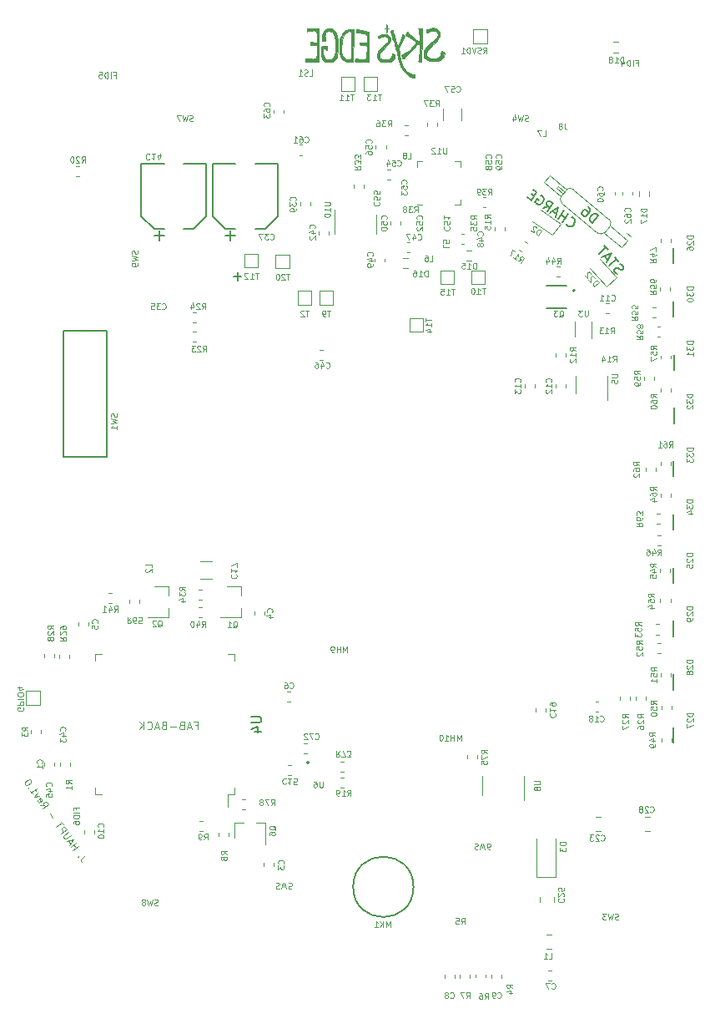
<source format=gbr>
G04 #@! TF.GenerationSoftware,KiCad,Pcbnew,6.0.2+dfsg-1*
G04 #@! TF.CreationDate,2022-08-23T15:38:09-04:00*
G04 #@! TF.ProjectId,RUSP_Mainboard,52555350-5f4d-4616-996e-626f6172642e,rev?*
G04 #@! TF.SameCoordinates,Original*
G04 #@! TF.FileFunction,Legend,Bot*
G04 #@! TF.FilePolarity,Positive*
%FSLAX46Y46*%
G04 Gerber Fmt 4.6, Leading zero omitted, Abs format (unit mm)*
G04 Created by KiCad (PCBNEW 6.0.2+dfsg-1) date 2022-08-23 15:38:09*
%MOMM*%
%LPD*%
G01*
G04 APERTURE LIST*
%ADD10C,0.120000*%
%ADD11C,0.150000*%
%ADD12C,0.127000*%
%ADD13C,0.200000*%
%ADD14C,0.010000*%
G04 APERTURE END LIST*
D10*
X119772713Y-139327062D02*
X119368205Y-139620954D01*
X119306896Y-139706700D01*
X119292147Y-139799820D01*
X119323959Y-139900315D01*
X119363144Y-139954249D01*
X119064408Y-139429653D02*
X119017847Y-139422279D01*
X119010473Y-139468839D01*
X119057033Y-139476213D01*
X119064408Y-139429653D01*
X119010473Y-139468839D01*
X118501059Y-138767691D02*
X119067371Y-138356241D01*
X118797699Y-138552170D02*
X118562585Y-138228563D01*
X118265945Y-138444084D02*
X118832257Y-138032635D01*
X118251413Y-138083822D02*
X118055484Y-137814150D01*
X118128795Y-138255314D02*
X118557957Y-137655093D01*
X117854495Y-137877772D01*
X118283657Y-137277552D02*
X117825214Y-137610630D01*
X117751687Y-137622849D01*
X117705127Y-137615474D01*
X117638974Y-137581133D01*
X117560603Y-137473264D01*
X117548384Y-137399736D01*
X117555759Y-137353176D01*
X117590100Y-137287023D01*
X118048543Y-136953945D01*
X117286303Y-137095723D02*
X117852615Y-136684273D01*
X117695872Y-136468535D01*
X117629719Y-136434193D01*
X117583159Y-136426819D01*
X117509632Y-136439037D01*
X117428730Y-136497816D01*
X117394389Y-136563969D01*
X117387014Y-136610529D01*
X117399233Y-136684056D01*
X117555975Y-136899794D01*
X117499944Y-136198863D02*
X117264830Y-135875256D01*
X116816075Y-136448509D02*
X117382387Y-136037059D01*
X116463620Y-135509716D02*
X116150135Y-135078241D01*
X115189869Y-134210229D02*
X115596691Y-134203071D01*
X115424983Y-134533835D02*
X115991295Y-134122386D01*
X115834552Y-133906648D01*
X115768399Y-133872306D01*
X115721839Y-133864932D01*
X115648312Y-133877150D01*
X115567410Y-133935929D01*
X115533069Y-134002082D01*
X115525694Y-134048642D01*
X115537913Y-134122169D01*
X115694655Y-134337907D01*
X114883758Y-133732193D02*
X114895976Y-133805720D01*
X114974348Y-133913589D01*
X115040501Y-133947931D01*
X115114028Y-133935712D01*
X115329766Y-133778969D01*
X115364107Y-133712817D01*
X115351889Y-133639289D01*
X115273518Y-133531420D01*
X115207365Y-133497079D01*
X115133837Y-133509297D01*
X115079903Y-133548483D01*
X115221897Y-133857341D01*
X115077589Y-133261748D02*
X114602084Y-133401212D01*
X114881661Y-132992076D01*
X114131855Y-132753998D02*
X114366970Y-133077605D01*
X114249413Y-132915801D02*
X114815724Y-132504352D01*
X114774008Y-132617065D01*
X114759260Y-132710185D01*
X114771478Y-132783712D01*
X114009454Y-132472107D02*
X113962894Y-132464733D01*
X113955520Y-132511293D01*
X114002080Y-132518667D01*
X114009454Y-132472107D01*
X113955520Y-132511293D01*
X114247532Y-131722302D02*
X114208346Y-131668367D01*
X114142193Y-131634026D01*
X114095633Y-131626651D01*
X114022106Y-131638870D01*
X113894644Y-131690274D01*
X113759808Y-131788238D01*
X113671532Y-131893577D01*
X113637190Y-131959730D01*
X113629816Y-132006290D01*
X113642034Y-132079817D01*
X113681220Y-132133752D01*
X113747373Y-132168093D01*
X113793933Y-132175468D01*
X113867460Y-132163249D01*
X113994922Y-132111845D01*
X114129758Y-132013881D01*
X114218034Y-131908542D01*
X114252376Y-131842389D01*
X114259750Y-131795829D01*
X114247532Y-131722302D01*
X130886666Y-126132857D02*
X131153333Y-126132857D01*
X131153333Y-126551904D02*
X131153333Y-125751904D01*
X130772380Y-125751904D01*
X130505714Y-126323333D02*
X130124761Y-126323333D01*
X130581904Y-126551904D02*
X130315238Y-125751904D01*
X130048571Y-126551904D01*
X129515238Y-126132857D02*
X129400952Y-126170952D01*
X129362857Y-126209047D01*
X129324761Y-126285238D01*
X129324761Y-126399523D01*
X129362857Y-126475714D01*
X129400952Y-126513809D01*
X129477142Y-126551904D01*
X129781904Y-126551904D01*
X129781904Y-125751904D01*
X129515238Y-125751904D01*
X129439047Y-125790000D01*
X129400952Y-125828095D01*
X129362857Y-125904285D01*
X129362857Y-125980476D01*
X129400952Y-126056666D01*
X129439047Y-126094761D01*
X129515238Y-126132857D01*
X129781904Y-126132857D01*
X128981904Y-126247142D02*
X128372380Y-126247142D01*
X127724761Y-126132857D02*
X127610476Y-126170952D01*
X127572380Y-126209047D01*
X127534285Y-126285238D01*
X127534285Y-126399523D01*
X127572380Y-126475714D01*
X127610476Y-126513809D01*
X127686666Y-126551904D01*
X127991428Y-126551904D01*
X127991428Y-125751904D01*
X127724761Y-125751904D01*
X127648571Y-125790000D01*
X127610476Y-125828095D01*
X127572380Y-125904285D01*
X127572380Y-125980476D01*
X127610476Y-126056666D01*
X127648571Y-126094761D01*
X127724761Y-126132857D01*
X127991428Y-126132857D01*
X127229523Y-126323333D02*
X126848571Y-126323333D01*
X127305714Y-126551904D02*
X127039047Y-125751904D01*
X126772380Y-126551904D01*
X126048571Y-126475714D02*
X126086666Y-126513809D01*
X126200952Y-126551904D01*
X126277142Y-126551904D01*
X126391428Y-126513809D01*
X126467619Y-126437619D01*
X126505714Y-126361428D01*
X126543809Y-126209047D01*
X126543809Y-126094761D01*
X126505714Y-125942380D01*
X126467619Y-125866190D01*
X126391428Y-125790000D01*
X126277142Y-125751904D01*
X126200952Y-125751904D01*
X126086666Y-125790000D01*
X126048571Y-125828095D01*
X125705714Y-126551904D02*
X125705714Y-125751904D01*
X125248571Y-126551904D02*
X125591428Y-126094761D01*
X125248571Y-125751904D02*
X125705714Y-126209047D01*
X134757142Y-116228571D02*
X134814285Y-116200000D01*
X134871428Y-116142857D01*
X134957142Y-116057142D01*
X135014285Y-116028571D01*
X135071428Y-116028571D01*
X135042857Y-116171428D02*
X135100000Y-116142857D01*
X135157142Y-116085714D01*
X135185714Y-115971428D01*
X135185714Y-115771428D01*
X135157142Y-115657142D01*
X135100000Y-115600000D01*
X135042857Y-115571428D01*
X134928571Y-115571428D01*
X134871428Y-115600000D01*
X134814285Y-115657142D01*
X134785714Y-115771428D01*
X134785714Y-115971428D01*
X134814285Y-116085714D01*
X134871428Y-116142857D01*
X134928571Y-116171428D01*
X135042857Y-116171428D01*
X134214285Y-116171428D02*
X134557142Y-116171428D01*
X134385714Y-116171428D02*
X134385714Y-115571428D01*
X134442857Y-115657142D01*
X134500000Y-115714285D01*
X134557142Y-115742857D01*
X127107142Y-116128571D02*
X127164285Y-116100000D01*
X127221428Y-116042857D01*
X127307142Y-115957142D01*
X127364285Y-115928571D01*
X127421428Y-115928571D01*
X127392857Y-116071428D02*
X127450000Y-116042857D01*
X127507142Y-115985714D01*
X127535714Y-115871428D01*
X127535714Y-115671428D01*
X127507142Y-115557142D01*
X127450000Y-115500000D01*
X127392857Y-115471428D01*
X127278571Y-115471428D01*
X127221428Y-115500000D01*
X127164285Y-115557142D01*
X127135714Y-115671428D01*
X127135714Y-115871428D01*
X127164285Y-115985714D01*
X127221428Y-116042857D01*
X127278571Y-116071428D01*
X127392857Y-116071428D01*
X126907142Y-115528571D02*
X126878571Y-115500000D01*
X126821428Y-115471428D01*
X126678571Y-115471428D01*
X126621428Y-115500000D01*
X126592857Y-115528571D01*
X126564285Y-115585714D01*
X126564285Y-115642857D01*
X126592857Y-115728571D01*
X126935714Y-116071428D01*
X126564285Y-116071428D01*
X160871428Y-74714285D02*
X160585714Y-74514285D01*
X160871428Y-74371428D02*
X160271428Y-74371428D01*
X160271428Y-74600000D01*
X160300000Y-74657142D01*
X160328571Y-74685714D01*
X160385714Y-74714285D01*
X160471428Y-74714285D01*
X160528571Y-74685714D01*
X160557142Y-74657142D01*
X160585714Y-74600000D01*
X160585714Y-74371428D01*
X160871428Y-75285714D02*
X160871428Y-74942857D01*
X160871428Y-75114285D02*
X160271428Y-75114285D01*
X160357142Y-75057142D01*
X160414285Y-75000000D01*
X160442857Y-74942857D01*
X160271428Y-75828571D02*
X160271428Y-75542857D01*
X160557142Y-75514285D01*
X160528571Y-75542857D01*
X160500000Y-75600000D01*
X160500000Y-75742857D01*
X160528571Y-75800000D01*
X160557142Y-75828571D01*
X160614285Y-75857142D01*
X160757142Y-75857142D01*
X160814285Y-75828571D01*
X160842857Y-75800000D01*
X160871428Y-75742857D01*
X160871428Y-75600000D01*
X160842857Y-75542857D01*
X160814285Y-75514285D01*
X129871428Y-112439285D02*
X129585714Y-112239285D01*
X129871428Y-112096428D02*
X129271428Y-112096428D01*
X129271428Y-112325000D01*
X129300000Y-112382142D01*
X129328571Y-112410714D01*
X129385714Y-112439285D01*
X129471428Y-112439285D01*
X129528571Y-112410714D01*
X129557142Y-112382142D01*
X129585714Y-112325000D01*
X129585714Y-112096428D01*
X129271428Y-112639285D02*
X129271428Y-113010714D01*
X129500000Y-112810714D01*
X129500000Y-112896428D01*
X129528571Y-112953571D01*
X129557142Y-112982142D01*
X129614285Y-113010714D01*
X129757142Y-113010714D01*
X129814285Y-112982142D01*
X129842857Y-112953571D01*
X129871428Y-112896428D01*
X129871428Y-112725000D01*
X129842857Y-112667857D01*
X129814285Y-112639285D01*
X129471428Y-113525000D02*
X129871428Y-113525000D01*
X129242857Y-113382142D02*
X129671428Y-113239285D01*
X129671428Y-113610714D01*
X131585714Y-116171428D02*
X131785714Y-115885714D01*
X131928571Y-116171428D02*
X131928571Y-115571428D01*
X131700000Y-115571428D01*
X131642857Y-115600000D01*
X131614285Y-115628571D01*
X131585714Y-115685714D01*
X131585714Y-115771428D01*
X131614285Y-115828571D01*
X131642857Y-115857142D01*
X131700000Y-115885714D01*
X131928571Y-115885714D01*
X131071428Y-115771428D02*
X131071428Y-116171428D01*
X131214285Y-115542857D02*
X131357142Y-115971428D01*
X130985714Y-115971428D01*
X130642857Y-115571428D02*
X130585714Y-115571428D01*
X130528571Y-115600000D01*
X130500000Y-115628571D01*
X130471428Y-115685714D01*
X130442857Y-115800000D01*
X130442857Y-115942857D01*
X130471428Y-116057142D01*
X130500000Y-116114285D01*
X130528571Y-116142857D01*
X130585714Y-116171428D01*
X130642857Y-116171428D01*
X130700000Y-116142857D01*
X130728571Y-116114285D01*
X130757142Y-116057142D01*
X130785714Y-115942857D01*
X130785714Y-115800000D01*
X130757142Y-115685714D01*
X130728571Y-115628571D01*
X130700000Y-115600000D01*
X130642857Y-115571428D01*
X122685714Y-114621428D02*
X122885714Y-114335714D01*
X123028571Y-114621428D02*
X123028571Y-114021428D01*
X122800000Y-114021428D01*
X122742857Y-114050000D01*
X122714285Y-114078571D01*
X122685714Y-114135714D01*
X122685714Y-114221428D01*
X122714285Y-114278571D01*
X122742857Y-114307142D01*
X122800000Y-114335714D01*
X123028571Y-114335714D01*
X122171428Y-114221428D02*
X122171428Y-114621428D01*
X122314285Y-113992857D02*
X122457142Y-114421428D01*
X122085714Y-114421428D01*
X121542857Y-114621428D02*
X121885714Y-114621428D01*
X121714285Y-114621428D02*
X121714285Y-114021428D01*
X121771428Y-114107142D01*
X121828571Y-114164285D01*
X121885714Y-114192857D01*
X124364285Y-115153571D02*
X124164285Y-115439285D01*
X124021428Y-115153571D02*
X124021428Y-115753571D01*
X124250000Y-115753571D01*
X124307142Y-115725000D01*
X124335714Y-115696428D01*
X124364285Y-115639285D01*
X124364285Y-115553571D01*
X124335714Y-115496428D01*
X124307142Y-115467857D01*
X124250000Y-115439285D01*
X124021428Y-115439285D01*
X124878571Y-115753571D02*
X124764285Y-115753571D01*
X124707142Y-115725000D01*
X124678571Y-115696428D01*
X124621428Y-115610714D01*
X124592857Y-115496428D01*
X124592857Y-115267857D01*
X124621428Y-115210714D01*
X124650000Y-115182142D01*
X124707142Y-115153571D01*
X124821428Y-115153571D01*
X124878571Y-115182142D01*
X124907142Y-115210714D01*
X124935714Y-115267857D01*
X124935714Y-115410714D01*
X124907142Y-115467857D01*
X124878571Y-115496428D01*
X124821428Y-115525000D01*
X124707142Y-115525000D01*
X124650000Y-115496428D01*
X124621428Y-115467857D01*
X124592857Y-115410714D01*
X125478571Y-115753571D02*
X125192857Y-115753571D01*
X125164285Y-115467857D01*
X125192857Y-115496428D01*
X125250000Y-115525000D01*
X125392857Y-115525000D01*
X125450000Y-115496428D01*
X125478571Y-115467857D01*
X125507142Y-115410714D01*
X125507142Y-115267857D01*
X125478571Y-115210714D01*
X125450000Y-115182142D01*
X125392857Y-115153571D01*
X125250000Y-115153571D01*
X125192857Y-115182142D01*
X125164285Y-115210714D01*
X120965285Y-115750000D02*
X120993857Y-115721428D01*
X121022428Y-115635714D01*
X121022428Y-115578571D01*
X120993857Y-115492857D01*
X120936714Y-115435714D01*
X120879571Y-115407142D01*
X120765285Y-115378571D01*
X120679571Y-115378571D01*
X120565285Y-115407142D01*
X120508142Y-115435714D01*
X120451000Y-115492857D01*
X120422428Y-115578571D01*
X120422428Y-115635714D01*
X120451000Y-115721428D01*
X120479571Y-115750000D01*
X120422428Y-116292857D02*
X120422428Y-116007142D01*
X120708142Y-115978571D01*
X120679571Y-116007142D01*
X120651000Y-116064285D01*
X120651000Y-116207142D01*
X120679571Y-116264285D01*
X120708142Y-116292857D01*
X120765285Y-116321428D01*
X120908142Y-116321428D01*
X120965285Y-116292857D01*
X120993857Y-116264285D01*
X121022428Y-116207142D01*
X121022428Y-116064285D01*
X120993857Y-116007142D01*
X120965285Y-115978571D01*
X160914285Y-68614285D02*
X160942857Y-68585714D01*
X160971428Y-68500000D01*
X160971428Y-68442857D01*
X160942857Y-68357142D01*
X160885714Y-68300000D01*
X160828571Y-68271428D01*
X160714285Y-68242857D01*
X160628571Y-68242857D01*
X160514285Y-68271428D01*
X160457142Y-68300000D01*
X160400000Y-68357142D01*
X160371428Y-68442857D01*
X160371428Y-68500000D01*
X160400000Y-68585714D01*
X160428571Y-68614285D01*
X160371428Y-69157142D02*
X160371428Y-68871428D01*
X160657142Y-68842857D01*
X160628571Y-68871428D01*
X160600000Y-68928571D01*
X160600000Y-69071428D01*
X160628571Y-69128571D01*
X160657142Y-69157142D01*
X160714285Y-69185714D01*
X160857142Y-69185714D01*
X160914285Y-69157142D01*
X160942857Y-69128571D01*
X160971428Y-69071428D01*
X160971428Y-68928571D01*
X160942857Y-68871428D01*
X160914285Y-68842857D01*
X160628571Y-69528571D02*
X160600000Y-69471428D01*
X160571428Y-69442857D01*
X160514285Y-69414285D01*
X160485714Y-69414285D01*
X160428571Y-69442857D01*
X160400000Y-69471428D01*
X160371428Y-69528571D01*
X160371428Y-69642857D01*
X160400000Y-69700000D01*
X160428571Y-69728571D01*
X160485714Y-69757142D01*
X160514285Y-69757142D01*
X160571428Y-69728571D01*
X160600000Y-69700000D01*
X160628571Y-69642857D01*
X160628571Y-69528571D01*
X160657142Y-69471428D01*
X160685714Y-69442857D01*
X160742857Y-69414285D01*
X160857142Y-69414285D01*
X160914285Y-69442857D01*
X160942857Y-69471428D01*
X160971428Y-69528571D01*
X160971428Y-69642857D01*
X160942857Y-69700000D01*
X160914285Y-69728571D01*
X160857142Y-69757142D01*
X160742857Y-69757142D01*
X160685714Y-69728571D01*
X160657142Y-69700000D01*
X160628571Y-69642857D01*
X148764285Y-67114285D02*
X148792857Y-67085714D01*
X148821428Y-67000000D01*
X148821428Y-66942857D01*
X148792857Y-66857142D01*
X148735714Y-66800000D01*
X148678571Y-66771428D01*
X148564285Y-66742857D01*
X148478571Y-66742857D01*
X148364285Y-66771428D01*
X148307142Y-66800000D01*
X148250000Y-66857142D01*
X148221428Y-66942857D01*
X148221428Y-67000000D01*
X148250000Y-67085714D01*
X148278571Y-67114285D01*
X148221428Y-67657142D02*
X148221428Y-67371428D01*
X148507142Y-67342857D01*
X148478571Y-67371428D01*
X148450000Y-67428571D01*
X148450000Y-67571428D01*
X148478571Y-67628571D01*
X148507142Y-67657142D01*
X148564285Y-67685714D01*
X148707142Y-67685714D01*
X148764285Y-67657142D01*
X148792857Y-67628571D01*
X148821428Y-67571428D01*
X148821428Y-67428571D01*
X148792857Y-67371428D01*
X148764285Y-67342857D01*
X148221428Y-68200000D02*
X148221428Y-68085714D01*
X148250000Y-68028571D01*
X148278571Y-68000000D01*
X148364285Y-67942857D01*
X148478571Y-67914285D01*
X148707142Y-67914285D01*
X148764285Y-67942857D01*
X148792857Y-67971428D01*
X148821428Y-68028571D01*
X148821428Y-68142857D01*
X148792857Y-68200000D01*
X148764285Y-68228571D01*
X148707142Y-68257142D01*
X148564285Y-68257142D01*
X148507142Y-68228571D01*
X148478571Y-68200000D01*
X148450000Y-68142857D01*
X148450000Y-68028571D01*
X148478571Y-67971428D01*
X148507142Y-67942857D01*
X148564285Y-67914285D01*
X149060714Y-73085714D02*
X149032142Y-73114285D01*
X149003571Y-73200000D01*
X149003571Y-73257142D01*
X149032142Y-73342857D01*
X149089285Y-73400000D01*
X149146428Y-73428571D01*
X149260714Y-73457142D01*
X149346428Y-73457142D01*
X149460714Y-73428571D01*
X149517857Y-73400000D01*
X149575000Y-73342857D01*
X149603571Y-73257142D01*
X149603571Y-73200000D01*
X149575000Y-73114285D01*
X149546428Y-73085714D01*
X149603571Y-72542857D02*
X149603571Y-72828571D01*
X149317857Y-72857142D01*
X149346428Y-72828571D01*
X149375000Y-72771428D01*
X149375000Y-72628571D01*
X149346428Y-72571428D01*
X149317857Y-72542857D01*
X149260714Y-72514285D01*
X149117857Y-72514285D01*
X149060714Y-72542857D01*
X149032142Y-72571428D01*
X149003571Y-72628571D01*
X149003571Y-72771428D01*
X149032142Y-72828571D01*
X149060714Y-72857142D01*
X149603571Y-71971428D02*
X149603571Y-72257142D01*
X149317857Y-72285714D01*
X149346428Y-72257142D01*
X149375000Y-72200000D01*
X149375000Y-72057142D01*
X149346428Y-72000000D01*
X149317857Y-71971428D01*
X149260714Y-71942857D01*
X149117857Y-71942857D01*
X149060714Y-71971428D01*
X149032142Y-72000000D01*
X149003571Y-72057142D01*
X149003571Y-72200000D01*
X149032142Y-72257142D01*
X149060714Y-72285714D01*
X152335285Y-71210285D02*
X152363857Y-71181714D01*
X152392428Y-71096000D01*
X152392428Y-71038857D01*
X152363857Y-70953142D01*
X152306714Y-70896000D01*
X152249571Y-70867428D01*
X152135285Y-70838857D01*
X152049571Y-70838857D01*
X151935285Y-70867428D01*
X151878142Y-70896000D01*
X151821000Y-70953142D01*
X151792428Y-71038857D01*
X151792428Y-71096000D01*
X151821000Y-71181714D01*
X151849571Y-71210285D01*
X151792428Y-71753142D02*
X151792428Y-71467428D01*
X152078142Y-71438857D01*
X152049571Y-71467428D01*
X152021000Y-71524571D01*
X152021000Y-71667428D01*
X152049571Y-71724571D01*
X152078142Y-71753142D01*
X152135285Y-71781714D01*
X152278142Y-71781714D01*
X152335285Y-71753142D01*
X152363857Y-71724571D01*
X152392428Y-71667428D01*
X152392428Y-71524571D01*
X152363857Y-71467428D01*
X152335285Y-71438857D01*
X151792428Y-71981714D02*
X151792428Y-72353142D01*
X152021000Y-72153142D01*
X152021000Y-72238857D01*
X152049571Y-72296000D01*
X152078142Y-72324571D01*
X152135285Y-72353142D01*
X152278142Y-72353142D01*
X152335285Y-72324571D01*
X152363857Y-72296000D01*
X152392428Y-72238857D01*
X152392428Y-72067428D01*
X152363857Y-72010285D01*
X152335285Y-71981714D01*
X153914285Y-74814285D02*
X153942857Y-74785714D01*
X153971428Y-74700000D01*
X153971428Y-74642857D01*
X153942857Y-74557142D01*
X153885714Y-74500000D01*
X153828571Y-74471428D01*
X153714285Y-74442857D01*
X153628571Y-74442857D01*
X153514285Y-74471428D01*
X153457142Y-74500000D01*
X153400000Y-74557142D01*
X153371428Y-74642857D01*
X153371428Y-74700000D01*
X153400000Y-74785714D01*
X153428571Y-74814285D01*
X153371428Y-75357142D02*
X153371428Y-75071428D01*
X153657142Y-75042857D01*
X153628571Y-75071428D01*
X153600000Y-75128571D01*
X153600000Y-75271428D01*
X153628571Y-75328571D01*
X153657142Y-75357142D01*
X153714285Y-75385714D01*
X153857142Y-75385714D01*
X153914285Y-75357142D01*
X153942857Y-75328571D01*
X153971428Y-75271428D01*
X153971428Y-75128571D01*
X153942857Y-75071428D01*
X153914285Y-75042857D01*
X153428571Y-75614285D02*
X153400000Y-75642857D01*
X153371428Y-75700000D01*
X153371428Y-75842857D01*
X153400000Y-75900000D01*
X153428571Y-75928571D01*
X153485714Y-75957142D01*
X153542857Y-75957142D01*
X153628571Y-75928571D01*
X153971428Y-75585714D01*
X153971428Y-75957142D01*
X156185714Y-75585714D02*
X156157142Y-75614285D01*
X156128571Y-75700000D01*
X156128571Y-75757142D01*
X156157142Y-75842857D01*
X156214285Y-75900000D01*
X156271428Y-75928571D01*
X156385714Y-75957142D01*
X156471428Y-75957142D01*
X156585714Y-75928571D01*
X156642857Y-75900000D01*
X156700000Y-75842857D01*
X156728571Y-75757142D01*
X156728571Y-75700000D01*
X156700000Y-75614285D01*
X156671428Y-75585714D01*
X156728571Y-75042857D02*
X156728571Y-75328571D01*
X156442857Y-75357142D01*
X156471428Y-75328571D01*
X156500000Y-75271428D01*
X156500000Y-75128571D01*
X156471428Y-75071428D01*
X156442857Y-75042857D01*
X156385714Y-75014285D01*
X156242857Y-75014285D01*
X156185714Y-75042857D01*
X156157142Y-75071428D01*
X156128571Y-75128571D01*
X156128571Y-75271428D01*
X156157142Y-75328571D01*
X156185714Y-75357142D01*
X156128571Y-74442857D02*
X156128571Y-74785714D01*
X156128571Y-74614285D02*
X156728571Y-74614285D01*
X156642857Y-74671428D01*
X156585714Y-74728571D01*
X156557142Y-74785714D01*
X148884285Y-78514285D02*
X148912857Y-78485714D01*
X148941428Y-78400000D01*
X148941428Y-78342857D01*
X148912857Y-78257142D01*
X148855714Y-78200000D01*
X148798571Y-78171428D01*
X148684285Y-78142857D01*
X148598571Y-78142857D01*
X148484285Y-78171428D01*
X148427142Y-78200000D01*
X148370000Y-78257142D01*
X148341428Y-78342857D01*
X148341428Y-78400000D01*
X148370000Y-78485714D01*
X148398571Y-78514285D01*
X148541428Y-79028571D02*
X148941428Y-79028571D01*
X148312857Y-78885714D02*
X148741428Y-78742857D01*
X148741428Y-79114285D01*
X148941428Y-79371428D02*
X148941428Y-79485714D01*
X148912857Y-79542857D01*
X148884285Y-79571428D01*
X148798571Y-79628571D01*
X148684285Y-79657142D01*
X148455714Y-79657142D01*
X148398571Y-79628571D01*
X148370000Y-79600000D01*
X148341428Y-79542857D01*
X148341428Y-79428571D01*
X148370000Y-79371428D01*
X148398571Y-79342857D01*
X148455714Y-79314285D01*
X148598571Y-79314285D01*
X148655714Y-79342857D01*
X148684285Y-79371428D01*
X148712857Y-79428571D01*
X148712857Y-79542857D01*
X148684285Y-79600000D01*
X148655714Y-79628571D01*
X148598571Y-79657142D01*
X160059285Y-76439285D02*
X160087857Y-76410714D01*
X160116428Y-76325000D01*
X160116428Y-76267857D01*
X160087857Y-76182142D01*
X160030714Y-76125000D01*
X159973571Y-76096428D01*
X159859285Y-76067857D01*
X159773571Y-76067857D01*
X159659285Y-76096428D01*
X159602142Y-76125000D01*
X159545000Y-76182142D01*
X159516428Y-76267857D01*
X159516428Y-76325000D01*
X159545000Y-76410714D01*
X159573571Y-76439285D01*
X159716428Y-76953571D02*
X160116428Y-76953571D01*
X159487857Y-76810714D02*
X159916428Y-76667857D01*
X159916428Y-77039285D01*
X159773571Y-77353571D02*
X159745000Y-77296428D01*
X159716428Y-77267857D01*
X159659285Y-77239285D01*
X159630714Y-77239285D01*
X159573571Y-77267857D01*
X159545000Y-77296428D01*
X159516428Y-77353571D01*
X159516428Y-77467857D01*
X159545000Y-77525000D01*
X159573571Y-77553571D01*
X159630714Y-77582142D01*
X159659285Y-77582142D01*
X159716428Y-77553571D01*
X159745000Y-77525000D01*
X159773571Y-77467857D01*
X159773571Y-77353571D01*
X159802142Y-77296428D01*
X159830714Y-77267857D01*
X159887857Y-77239285D01*
X160002142Y-77239285D01*
X160059285Y-77267857D01*
X160087857Y-77296428D01*
X160116428Y-77353571D01*
X160116428Y-77467857D01*
X160087857Y-77525000D01*
X160059285Y-77553571D01*
X160002142Y-77582142D01*
X159887857Y-77582142D01*
X159830714Y-77553571D01*
X159802142Y-77525000D01*
X159773571Y-77467857D01*
X153485714Y-76864285D02*
X153514285Y-76892857D01*
X153600000Y-76921428D01*
X153657142Y-76921428D01*
X153742857Y-76892857D01*
X153800000Y-76835714D01*
X153828571Y-76778571D01*
X153857142Y-76664285D01*
X153857142Y-76578571D01*
X153828571Y-76464285D01*
X153800000Y-76407142D01*
X153742857Y-76350000D01*
X153657142Y-76321428D01*
X153600000Y-76321428D01*
X153514285Y-76350000D01*
X153485714Y-76378571D01*
X152971428Y-76521428D02*
X152971428Y-76921428D01*
X153114285Y-76292857D02*
X153257142Y-76721428D01*
X152885714Y-76721428D01*
X152714285Y-76321428D02*
X152314285Y-76321428D01*
X152571428Y-76921428D01*
X144185714Y-89864285D02*
X144214285Y-89892857D01*
X144300000Y-89921428D01*
X144357142Y-89921428D01*
X144442857Y-89892857D01*
X144500000Y-89835714D01*
X144528571Y-89778571D01*
X144557142Y-89664285D01*
X144557142Y-89578571D01*
X144528571Y-89464285D01*
X144500000Y-89407142D01*
X144442857Y-89350000D01*
X144357142Y-89321428D01*
X144300000Y-89321428D01*
X144214285Y-89350000D01*
X144185714Y-89378571D01*
X143671428Y-89521428D02*
X143671428Y-89921428D01*
X143814285Y-89292857D02*
X143957142Y-89721428D01*
X143585714Y-89721428D01*
X143100000Y-89321428D02*
X143214285Y-89321428D01*
X143271428Y-89350000D01*
X143300000Y-89378571D01*
X143357142Y-89464285D01*
X143385714Y-89578571D01*
X143385714Y-89807142D01*
X143357142Y-89864285D01*
X143328571Y-89892857D01*
X143271428Y-89921428D01*
X143157142Y-89921428D01*
X143100000Y-89892857D01*
X143071428Y-89864285D01*
X143042857Y-89807142D01*
X143042857Y-89664285D01*
X143071428Y-89607142D01*
X143100000Y-89578571D01*
X143157142Y-89550000D01*
X143271428Y-89550000D01*
X143328571Y-89578571D01*
X143357142Y-89607142D01*
X143385714Y-89664285D01*
X141064285Y-72914285D02*
X141092857Y-72885714D01*
X141121428Y-72800000D01*
X141121428Y-72742857D01*
X141092857Y-72657142D01*
X141035714Y-72600000D01*
X140978571Y-72571428D01*
X140864285Y-72542857D01*
X140778571Y-72542857D01*
X140664285Y-72571428D01*
X140607142Y-72600000D01*
X140550000Y-72657142D01*
X140521428Y-72742857D01*
X140521428Y-72800000D01*
X140550000Y-72885714D01*
X140578571Y-72914285D01*
X140521428Y-73114285D02*
X140521428Y-73485714D01*
X140750000Y-73285714D01*
X140750000Y-73371428D01*
X140778571Y-73428571D01*
X140807142Y-73457142D01*
X140864285Y-73485714D01*
X141007142Y-73485714D01*
X141064285Y-73457142D01*
X141092857Y-73428571D01*
X141121428Y-73371428D01*
X141121428Y-73200000D01*
X141092857Y-73142857D01*
X141064285Y-73114285D01*
X141121428Y-73771428D02*
X141121428Y-73885714D01*
X141092857Y-73942857D01*
X141064285Y-73971428D01*
X140978571Y-74028571D01*
X140864285Y-74057142D01*
X140635714Y-74057142D01*
X140578571Y-74028571D01*
X140550000Y-74000000D01*
X140521428Y-73942857D01*
X140521428Y-73828571D01*
X140550000Y-73771428D01*
X140578571Y-73742857D01*
X140635714Y-73714285D01*
X140778571Y-73714285D01*
X140835714Y-73742857D01*
X140864285Y-73771428D01*
X140892857Y-73828571D01*
X140892857Y-73942857D01*
X140864285Y-74000000D01*
X140835714Y-74028571D01*
X140778571Y-74057142D01*
X138535714Y-76814285D02*
X138564285Y-76842857D01*
X138650000Y-76871428D01*
X138707142Y-76871428D01*
X138792857Y-76842857D01*
X138850000Y-76785714D01*
X138878571Y-76728571D01*
X138907142Y-76614285D01*
X138907142Y-76528571D01*
X138878571Y-76414285D01*
X138850000Y-76357142D01*
X138792857Y-76300000D01*
X138707142Y-76271428D01*
X138650000Y-76271428D01*
X138564285Y-76300000D01*
X138535714Y-76328571D01*
X138335714Y-76271428D02*
X137964285Y-76271428D01*
X138164285Y-76500000D01*
X138078571Y-76500000D01*
X138021428Y-76528571D01*
X137992857Y-76557142D01*
X137964285Y-76614285D01*
X137964285Y-76757142D01*
X137992857Y-76814285D01*
X138021428Y-76842857D01*
X138078571Y-76871428D01*
X138250000Y-76871428D01*
X138307142Y-76842857D01*
X138335714Y-76814285D01*
X137764285Y-76271428D02*
X137364285Y-76271428D01*
X137621428Y-76871428D01*
X127100000Y-144342857D02*
X127014285Y-144371428D01*
X126871428Y-144371428D01*
X126814285Y-144342857D01*
X126785714Y-144314285D01*
X126757142Y-144257142D01*
X126757142Y-144200000D01*
X126785714Y-144142857D01*
X126814285Y-144114285D01*
X126871428Y-144085714D01*
X126985714Y-144057142D01*
X127042857Y-144028571D01*
X127071428Y-144000000D01*
X127100000Y-143942857D01*
X127100000Y-143885714D01*
X127071428Y-143828571D01*
X127042857Y-143800000D01*
X126985714Y-143771428D01*
X126842857Y-143771428D01*
X126757142Y-143800000D01*
X126557142Y-143771428D02*
X126414285Y-144371428D01*
X126300000Y-143942857D01*
X126185714Y-144371428D01*
X126042857Y-143771428D01*
X125728571Y-144028571D02*
X125785714Y-144000000D01*
X125814285Y-143971428D01*
X125842857Y-143914285D01*
X125842857Y-143885714D01*
X125814285Y-143828571D01*
X125785714Y-143800000D01*
X125728571Y-143771428D01*
X125614285Y-143771428D01*
X125557142Y-143800000D01*
X125528571Y-143828571D01*
X125500000Y-143885714D01*
X125500000Y-143914285D01*
X125528571Y-143971428D01*
X125557142Y-144000000D01*
X125614285Y-144028571D01*
X125728571Y-144028571D01*
X125785714Y-144057142D01*
X125814285Y-144085714D01*
X125842857Y-144142857D01*
X125842857Y-144257142D01*
X125814285Y-144314285D01*
X125785714Y-144342857D01*
X125728571Y-144371428D01*
X125614285Y-144371428D01*
X125557142Y-144342857D01*
X125528571Y-144314285D01*
X125500000Y-144257142D01*
X125500000Y-144142857D01*
X125528571Y-144085714D01*
X125557142Y-144057142D01*
X125614285Y-144028571D01*
X130673000Y-64842857D02*
X130587285Y-64871428D01*
X130444428Y-64871428D01*
X130387285Y-64842857D01*
X130358714Y-64814285D01*
X130330142Y-64757142D01*
X130330142Y-64700000D01*
X130358714Y-64642857D01*
X130387285Y-64614285D01*
X130444428Y-64585714D01*
X130558714Y-64557142D01*
X130615857Y-64528571D01*
X130644428Y-64500000D01*
X130673000Y-64442857D01*
X130673000Y-64385714D01*
X130644428Y-64328571D01*
X130615857Y-64300000D01*
X130558714Y-64271428D01*
X130415857Y-64271428D01*
X130330142Y-64300000D01*
X130130142Y-64271428D02*
X129987285Y-64871428D01*
X129873000Y-64442857D01*
X129758714Y-64871428D01*
X129615857Y-64271428D01*
X129444428Y-64271428D02*
X129044428Y-64271428D01*
X129301571Y-64871428D01*
X159250000Y-138107142D02*
X159335714Y-138078571D01*
X159478571Y-138078571D01*
X159535714Y-138107142D01*
X159564285Y-138135714D01*
X159592857Y-138192857D01*
X159592857Y-138250000D01*
X159564285Y-138307142D01*
X159535714Y-138335714D01*
X159478571Y-138364285D01*
X159364285Y-138392857D01*
X159307142Y-138421428D01*
X159278571Y-138450000D01*
X159250000Y-138507142D01*
X159250000Y-138564285D01*
X159278571Y-138621428D01*
X159307142Y-138650000D01*
X159364285Y-138678571D01*
X159507142Y-138678571D01*
X159592857Y-138650000D01*
X159792857Y-138678571D02*
X159935714Y-138078571D01*
X160050000Y-138507142D01*
X160164285Y-138078571D01*
X160307142Y-138678571D01*
X160792857Y-138678571D02*
X160678571Y-138678571D01*
X160621428Y-138650000D01*
X160592857Y-138621428D01*
X160535714Y-138535714D01*
X160507142Y-138421428D01*
X160507142Y-138192857D01*
X160535714Y-138135714D01*
X160564285Y-138107142D01*
X160621428Y-138078571D01*
X160735714Y-138078571D01*
X160792857Y-138107142D01*
X160821428Y-138135714D01*
X160850000Y-138192857D01*
X160850000Y-138335714D01*
X160821428Y-138392857D01*
X160792857Y-138421428D01*
X160735714Y-138450000D01*
X160621428Y-138450000D01*
X160564285Y-138421428D01*
X160535714Y-138392857D01*
X160507142Y-138335714D01*
X139100000Y-142107142D02*
X139185714Y-142078571D01*
X139328571Y-142078571D01*
X139385714Y-142107142D01*
X139414285Y-142135714D01*
X139442857Y-142192857D01*
X139442857Y-142250000D01*
X139414285Y-142307142D01*
X139385714Y-142335714D01*
X139328571Y-142364285D01*
X139214285Y-142392857D01*
X139157142Y-142421428D01*
X139128571Y-142450000D01*
X139100000Y-142507142D01*
X139100000Y-142564285D01*
X139128571Y-142621428D01*
X139157142Y-142650000D01*
X139214285Y-142678571D01*
X139357142Y-142678571D01*
X139442857Y-142650000D01*
X139642857Y-142678571D02*
X139785714Y-142078571D01*
X139900000Y-142507142D01*
X140014285Y-142078571D01*
X140157142Y-142678571D01*
X140671428Y-142678571D02*
X140385714Y-142678571D01*
X140357142Y-142392857D01*
X140385714Y-142421428D01*
X140442857Y-142450000D01*
X140585714Y-142450000D01*
X140642857Y-142421428D01*
X140671428Y-142392857D01*
X140700000Y-142335714D01*
X140700000Y-142192857D01*
X140671428Y-142135714D01*
X140642857Y-142107142D01*
X140585714Y-142078571D01*
X140442857Y-142078571D01*
X140385714Y-142107142D01*
X140357142Y-142135714D01*
X164700000Y-64842857D02*
X164614285Y-64871428D01*
X164471428Y-64871428D01*
X164414285Y-64842857D01*
X164385714Y-64814285D01*
X164357142Y-64757142D01*
X164357142Y-64700000D01*
X164385714Y-64642857D01*
X164414285Y-64614285D01*
X164471428Y-64585714D01*
X164585714Y-64557142D01*
X164642857Y-64528571D01*
X164671428Y-64500000D01*
X164700000Y-64442857D01*
X164700000Y-64385714D01*
X164671428Y-64328571D01*
X164642857Y-64300000D01*
X164585714Y-64271428D01*
X164442857Y-64271428D01*
X164357142Y-64300000D01*
X164157142Y-64271428D02*
X164014285Y-64871428D01*
X163900000Y-64442857D01*
X163785714Y-64871428D01*
X163642857Y-64271428D01*
X163157142Y-64471428D02*
X163157142Y-64871428D01*
X163300000Y-64242857D02*
X163442857Y-64671428D01*
X163071428Y-64671428D01*
X160142857Y-57994428D02*
X160342857Y-57708714D01*
X160485714Y-57994428D02*
X160485714Y-57394428D01*
X160257142Y-57394428D01*
X160200000Y-57423000D01*
X160171428Y-57451571D01*
X160142857Y-57508714D01*
X160142857Y-57594428D01*
X160171428Y-57651571D01*
X160200000Y-57680142D01*
X160257142Y-57708714D01*
X160485714Y-57708714D01*
X159914285Y-57965857D02*
X159828571Y-57994428D01*
X159685714Y-57994428D01*
X159628571Y-57965857D01*
X159600000Y-57937285D01*
X159571428Y-57880142D01*
X159571428Y-57823000D01*
X159600000Y-57765857D01*
X159628571Y-57737285D01*
X159685714Y-57708714D01*
X159800000Y-57680142D01*
X159857142Y-57651571D01*
X159885714Y-57623000D01*
X159914285Y-57565857D01*
X159914285Y-57508714D01*
X159885714Y-57451571D01*
X159857142Y-57423000D01*
X159800000Y-57394428D01*
X159657142Y-57394428D01*
X159571428Y-57423000D01*
X159400000Y-57394428D02*
X159200000Y-57994428D01*
X159000000Y-57394428D01*
X158800000Y-57994428D02*
X158800000Y-57394428D01*
X158657142Y-57394428D01*
X158571428Y-57423000D01*
X158514285Y-57480142D01*
X158485714Y-57537285D01*
X158457142Y-57651571D01*
X158457142Y-57737285D01*
X158485714Y-57851571D01*
X158514285Y-57908714D01*
X158571428Y-57965857D01*
X158657142Y-57994428D01*
X158800000Y-57994428D01*
X157885714Y-57994428D02*
X158228571Y-57994428D01*
X158057142Y-57994428D02*
X158057142Y-57394428D01*
X158114285Y-57480142D01*
X158171428Y-57537285D01*
X158228571Y-57565857D01*
X142457142Y-84071428D02*
X142114285Y-84071428D01*
X142285714Y-84671428D02*
X142285714Y-84071428D01*
X141942857Y-84128571D02*
X141914285Y-84100000D01*
X141857142Y-84071428D01*
X141714285Y-84071428D01*
X141657142Y-84100000D01*
X141628571Y-84128571D01*
X141600000Y-84185714D01*
X141600000Y-84242857D01*
X141628571Y-84328571D01*
X141971428Y-84671428D01*
X141600000Y-84671428D01*
X144657142Y-84071428D02*
X144314285Y-84071428D01*
X144485714Y-84671428D02*
X144485714Y-84071428D01*
X144085714Y-84671428D02*
X143971428Y-84671428D01*
X143914285Y-84642857D01*
X143885714Y-84614285D01*
X143828571Y-84528571D01*
X143800000Y-84414285D01*
X143800000Y-84185714D01*
X143828571Y-84128571D01*
X143857142Y-84100000D01*
X143914285Y-84071428D01*
X144028571Y-84071428D01*
X144085714Y-84100000D01*
X144114285Y-84128571D01*
X144142857Y-84185714D01*
X144142857Y-84328571D01*
X144114285Y-84385714D01*
X144085714Y-84414285D01*
X144028571Y-84442857D01*
X143914285Y-84442857D01*
X143857142Y-84414285D01*
X143828571Y-84385714D01*
X143800000Y-84328571D01*
X168400000Y-65091428D02*
X168400000Y-65520000D01*
X168428571Y-65605714D01*
X168485714Y-65662857D01*
X168571428Y-65691428D01*
X168628571Y-65691428D01*
X168028571Y-65348571D02*
X168085714Y-65320000D01*
X168114285Y-65291428D01*
X168142857Y-65234285D01*
X168142857Y-65205714D01*
X168114285Y-65148571D01*
X168085714Y-65120000D01*
X168028571Y-65091428D01*
X167914285Y-65091428D01*
X167857142Y-65120000D01*
X167828571Y-65148571D01*
X167800000Y-65205714D01*
X167800000Y-65234285D01*
X167828571Y-65291428D01*
X167857142Y-65320000D01*
X167914285Y-65348571D01*
X168028571Y-65348571D01*
X168085714Y-65377142D01*
X168114285Y-65405714D01*
X168142857Y-65462857D01*
X168142857Y-65577142D01*
X168114285Y-65634285D01*
X168085714Y-65662857D01*
X168028571Y-65691428D01*
X167914285Y-65691428D01*
X167857142Y-65662857D01*
X167828571Y-65634285D01*
X167800000Y-65577142D01*
X167800000Y-65462857D01*
X167828571Y-65405714D01*
X167857142Y-65377142D01*
X167914285Y-65348571D01*
X137342857Y-80271428D02*
X137000000Y-80271428D01*
X137171428Y-80871428D02*
X137171428Y-80271428D01*
X136485714Y-80871428D02*
X136828571Y-80871428D01*
X136657142Y-80871428D02*
X136657142Y-80271428D01*
X136714285Y-80357142D01*
X136771428Y-80414285D01*
X136828571Y-80442857D01*
X136257142Y-80328571D02*
X136228571Y-80300000D01*
X136171428Y-80271428D01*
X136028571Y-80271428D01*
X135971428Y-80300000D01*
X135942857Y-80328571D01*
X135914285Y-80385714D01*
X135914285Y-80442857D01*
X135942857Y-80528571D01*
X136285714Y-80871428D01*
X135914285Y-80871428D01*
X140517857Y-80371428D02*
X140175000Y-80371428D01*
X140346428Y-80971428D02*
X140346428Y-80371428D01*
X140003571Y-80428571D02*
X139975000Y-80400000D01*
X139917857Y-80371428D01*
X139775000Y-80371428D01*
X139717857Y-80400000D01*
X139689285Y-80428571D01*
X139660714Y-80485714D01*
X139660714Y-80542857D01*
X139689285Y-80628571D01*
X140032142Y-80971428D01*
X139660714Y-80971428D01*
X139289285Y-80371428D02*
X139232142Y-80371428D01*
X139175000Y-80400000D01*
X139146428Y-80428571D01*
X139117857Y-80485714D01*
X139089285Y-80600000D01*
X139089285Y-80742857D01*
X139117857Y-80857142D01*
X139146428Y-80914285D01*
X139175000Y-80942857D01*
X139232142Y-80971428D01*
X139289285Y-80971428D01*
X139346428Y-80942857D01*
X139375000Y-80914285D01*
X139403571Y-80857142D01*
X139432142Y-80742857D01*
X139432142Y-80600000D01*
X139403571Y-80485714D01*
X139375000Y-80428571D01*
X139346428Y-80400000D01*
X139289285Y-80371428D01*
X149767857Y-62146428D02*
X149425000Y-62146428D01*
X149596428Y-62746428D02*
X149596428Y-62146428D01*
X148910714Y-62746428D02*
X149253571Y-62746428D01*
X149082142Y-62746428D02*
X149082142Y-62146428D01*
X149139285Y-62232142D01*
X149196428Y-62289285D01*
X149253571Y-62317857D01*
X148710714Y-62146428D02*
X148339285Y-62146428D01*
X148539285Y-62375000D01*
X148453571Y-62375000D01*
X148396428Y-62403571D01*
X148367857Y-62432142D01*
X148339285Y-62489285D01*
X148339285Y-62632142D01*
X148367857Y-62689285D01*
X148396428Y-62717857D01*
X148453571Y-62746428D01*
X148625000Y-62746428D01*
X148682142Y-62717857D01*
X148710714Y-62689285D01*
X157242857Y-81871428D02*
X156900000Y-81871428D01*
X157071428Y-82471428D02*
X157071428Y-81871428D01*
X156385714Y-82471428D02*
X156728571Y-82471428D01*
X156557142Y-82471428D02*
X156557142Y-81871428D01*
X156614285Y-81957142D01*
X156671428Y-82014285D01*
X156728571Y-82042857D01*
X155842857Y-81871428D02*
X156128571Y-81871428D01*
X156157142Y-82157142D01*
X156128571Y-82128571D01*
X156071428Y-82100000D01*
X155928571Y-82100000D01*
X155871428Y-82128571D01*
X155842857Y-82157142D01*
X155814285Y-82214285D01*
X155814285Y-82357142D01*
X155842857Y-82414285D01*
X155871428Y-82442857D01*
X155928571Y-82471428D01*
X156071428Y-82471428D01*
X156128571Y-82442857D01*
X156157142Y-82414285D01*
X176421428Y-125364285D02*
X176135714Y-125164285D01*
X176421428Y-125021428D02*
X175821428Y-125021428D01*
X175821428Y-125250000D01*
X175850000Y-125307142D01*
X175878571Y-125335714D01*
X175935714Y-125364285D01*
X176021428Y-125364285D01*
X176078571Y-125335714D01*
X176107142Y-125307142D01*
X176135714Y-125250000D01*
X176135714Y-125021428D01*
X175878571Y-125592857D02*
X175850000Y-125621428D01*
X175821428Y-125678571D01*
X175821428Y-125821428D01*
X175850000Y-125878571D01*
X175878571Y-125907142D01*
X175935714Y-125935714D01*
X175992857Y-125935714D01*
X176078571Y-125907142D01*
X176421428Y-125564285D01*
X176421428Y-125935714D01*
X175821428Y-126450000D02*
X175821428Y-126335714D01*
X175850000Y-126278571D01*
X175878571Y-126250000D01*
X175964285Y-126192857D01*
X176078571Y-126164285D01*
X176307142Y-126164285D01*
X176364285Y-126192857D01*
X176392857Y-126221428D01*
X176421428Y-126278571D01*
X176421428Y-126392857D01*
X176392857Y-126450000D01*
X176364285Y-126478571D01*
X176307142Y-126507142D01*
X176164285Y-126507142D01*
X176107142Y-126478571D01*
X176078571Y-126450000D01*
X176050000Y-126392857D01*
X176050000Y-126278571D01*
X176078571Y-126221428D01*
X176107142Y-126192857D01*
X176164285Y-126164285D01*
X154271428Y-84857142D02*
X154271428Y-85200000D01*
X154871428Y-85028571D02*
X154271428Y-85028571D01*
X154871428Y-85714285D02*
X154871428Y-85371428D01*
X154871428Y-85542857D02*
X154271428Y-85542857D01*
X154357142Y-85485714D01*
X154414285Y-85428571D01*
X154442857Y-85371428D01*
X154471428Y-86228571D02*
X154871428Y-86228571D01*
X154242857Y-86085714D02*
X154671428Y-85942857D01*
X154671428Y-86314285D01*
X147017857Y-62171428D02*
X146675000Y-62171428D01*
X146846428Y-62771428D02*
X146846428Y-62171428D01*
X146160714Y-62771428D02*
X146503571Y-62771428D01*
X146332142Y-62771428D02*
X146332142Y-62171428D01*
X146389285Y-62257142D01*
X146446428Y-62314285D01*
X146503571Y-62342857D01*
X145589285Y-62771428D02*
X145932142Y-62771428D01*
X145760714Y-62771428D02*
X145760714Y-62171428D01*
X145817857Y-62257142D01*
X145875000Y-62314285D01*
X145932142Y-62342857D01*
X160342857Y-81819428D02*
X160000000Y-81819428D01*
X160171428Y-82419428D02*
X160171428Y-81819428D01*
X159485714Y-82419428D02*
X159828571Y-82419428D01*
X159657142Y-82419428D02*
X159657142Y-81819428D01*
X159714285Y-81905142D01*
X159771428Y-81962285D01*
X159828571Y-81990857D01*
X159114285Y-81819428D02*
X159057142Y-81819428D01*
X159000000Y-81848000D01*
X158971428Y-81876571D01*
X158942857Y-81933714D01*
X158914285Y-82048000D01*
X158914285Y-82190857D01*
X158942857Y-82305142D01*
X158971428Y-82362285D01*
X159000000Y-82390857D01*
X159057142Y-82419428D01*
X159114285Y-82419428D01*
X159171428Y-82390857D01*
X159200000Y-82362285D01*
X159228571Y-82305142D01*
X159257142Y-82190857D01*
X159257142Y-82048000D01*
X159228571Y-81933714D01*
X159200000Y-81876571D01*
X159171428Y-81848000D01*
X159114285Y-81819428D01*
X172085714Y-137764285D02*
X172114285Y-137792857D01*
X172200000Y-137821428D01*
X172257142Y-137821428D01*
X172342857Y-137792857D01*
X172400000Y-137735714D01*
X172428571Y-137678571D01*
X172457142Y-137564285D01*
X172457142Y-137478571D01*
X172428571Y-137364285D01*
X172400000Y-137307142D01*
X172342857Y-137250000D01*
X172257142Y-137221428D01*
X172200000Y-137221428D01*
X172114285Y-137250000D01*
X172085714Y-137278571D01*
X171857142Y-137278571D02*
X171828571Y-137250000D01*
X171771428Y-137221428D01*
X171628571Y-137221428D01*
X171571428Y-137250000D01*
X171542857Y-137278571D01*
X171514285Y-137335714D01*
X171514285Y-137392857D01*
X171542857Y-137478571D01*
X171885714Y-137821428D01*
X171514285Y-137821428D01*
X171314285Y-137221428D02*
X170942857Y-137221428D01*
X171142857Y-137450000D01*
X171057142Y-137450000D01*
X171000000Y-137478571D01*
X170971428Y-137507142D01*
X170942857Y-137564285D01*
X170942857Y-137707142D01*
X170971428Y-137764285D01*
X171000000Y-137792857D01*
X171057142Y-137821428D01*
X171228571Y-137821428D01*
X171285714Y-137792857D01*
X171314285Y-137764285D01*
X166935714Y-124935714D02*
X166907142Y-124964285D01*
X166878571Y-125050000D01*
X166878571Y-125107142D01*
X166907142Y-125192857D01*
X166964285Y-125250000D01*
X167021428Y-125278571D01*
X167135714Y-125307142D01*
X167221428Y-125307142D01*
X167335714Y-125278571D01*
X167392857Y-125250000D01*
X167450000Y-125192857D01*
X167478571Y-125107142D01*
X167478571Y-125050000D01*
X167450000Y-124964285D01*
X167421428Y-124935714D01*
X166878571Y-124364285D02*
X166878571Y-124707142D01*
X166878571Y-124535714D02*
X167478571Y-124535714D01*
X167392857Y-124592857D01*
X167335714Y-124650000D01*
X167307142Y-124707142D01*
X166878571Y-124078571D02*
X166878571Y-123964285D01*
X166907142Y-123907142D01*
X166935714Y-123878571D01*
X167021428Y-123821428D01*
X167135714Y-123792857D01*
X167364285Y-123792857D01*
X167421428Y-123821428D01*
X167450000Y-123850000D01*
X167478571Y-123907142D01*
X167478571Y-124021428D01*
X167450000Y-124078571D01*
X167421428Y-124107142D01*
X167364285Y-124135714D01*
X167221428Y-124135714D01*
X167164285Y-124107142D01*
X167135714Y-124078571D01*
X167107142Y-124021428D01*
X167107142Y-123907142D01*
X167135714Y-123850000D01*
X167164285Y-123821428D01*
X167221428Y-123792857D01*
X172010714Y-125689285D02*
X172039285Y-125717857D01*
X172125000Y-125746428D01*
X172182142Y-125746428D01*
X172267857Y-125717857D01*
X172325000Y-125660714D01*
X172353571Y-125603571D01*
X172382142Y-125489285D01*
X172382142Y-125403571D01*
X172353571Y-125289285D01*
X172325000Y-125232142D01*
X172267857Y-125175000D01*
X172182142Y-125146428D01*
X172125000Y-125146428D01*
X172039285Y-125175000D01*
X172010714Y-125203571D01*
X171439285Y-125746428D02*
X171782142Y-125746428D01*
X171610714Y-125746428D02*
X171610714Y-125146428D01*
X171667857Y-125232142D01*
X171725000Y-125289285D01*
X171782142Y-125317857D01*
X171096428Y-125403571D02*
X171153571Y-125375000D01*
X171182142Y-125346428D01*
X171210714Y-125289285D01*
X171210714Y-125260714D01*
X171182142Y-125203571D01*
X171153571Y-125175000D01*
X171096428Y-125146428D01*
X170982142Y-125146428D01*
X170925000Y-125175000D01*
X170896428Y-125203571D01*
X170867857Y-125260714D01*
X170867857Y-125289285D01*
X170896428Y-125346428D01*
X170925000Y-125375000D01*
X170982142Y-125403571D01*
X171096428Y-125403571D01*
X171153571Y-125432142D01*
X171182142Y-125460714D01*
X171210714Y-125517857D01*
X171210714Y-125632142D01*
X171182142Y-125689285D01*
X171153571Y-125717857D01*
X171096428Y-125746428D01*
X170982142Y-125746428D01*
X170925000Y-125717857D01*
X170896428Y-125689285D01*
X170867857Y-125632142D01*
X170867857Y-125517857D01*
X170896428Y-125460714D01*
X170925000Y-125432142D01*
X170982142Y-125403571D01*
X140512500Y-122314285D02*
X140541071Y-122342857D01*
X140626785Y-122371428D01*
X140683928Y-122371428D01*
X140769642Y-122342857D01*
X140826785Y-122285714D01*
X140855357Y-122228571D01*
X140883928Y-122114285D01*
X140883928Y-122028571D01*
X140855357Y-121914285D01*
X140826785Y-121857142D01*
X140769642Y-121800000D01*
X140683928Y-121771428D01*
X140626785Y-121771428D01*
X140541071Y-121800000D01*
X140512500Y-121828571D01*
X139998214Y-121771428D02*
X140112500Y-121771428D01*
X140169642Y-121800000D01*
X140198214Y-121828571D01*
X140255357Y-121914285D01*
X140283928Y-122028571D01*
X140283928Y-122257142D01*
X140255357Y-122314285D01*
X140226785Y-122342857D01*
X140169642Y-122371428D01*
X140055357Y-122371428D01*
X139998214Y-122342857D01*
X139969642Y-122314285D01*
X139941071Y-122257142D01*
X139941071Y-122114285D01*
X139969642Y-122057142D01*
X139998214Y-122028571D01*
X140055357Y-122000000D01*
X140169642Y-122000000D01*
X140226785Y-122028571D01*
X140255357Y-122057142D01*
X140283928Y-122114285D01*
X138714285Y-114650000D02*
X138742857Y-114621428D01*
X138771428Y-114535714D01*
X138771428Y-114478571D01*
X138742857Y-114392857D01*
X138685714Y-114335714D01*
X138628571Y-114307142D01*
X138514285Y-114278571D01*
X138428571Y-114278571D01*
X138314285Y-114307142D01*
X138257142Y-114335714D01*
X138200000Y-114392857D01*
X138171428Y-114478571D01*
X138171428Y-114535714D01*
X138200000Y-114621428D01*
X138228571Y-114650000D01*
X138371428Y-115164285D02*
X138771428Y-115164285D01*
X138142857Y-115021428D02*
X138571428Y-114878571D01*
X138571428Y-115250000D01*
X115364285Y-129950000D02*
X115392857Y-129921428D01*
X115421428Y-129835714D01*
X115421428Y-129778571D01*
X115392857Y-129692857D01*
X115335714Y-129635714D01*
X115278571Y-129607142D01*
X115164285Y-129578571D01*
X115078571Y-129578571D01*
X114964285Y-129607142D01*
X114907142Y-129635714D01*
X114850000Y-129692857D01*
X114821428Y-129778571D01*
X114821428Y-129835714D01*
X114850000Y-129921428D01*
X114878571Y-129950000D01*
X115421428Y-130521428D02*
X115421428Y-130178571D01*
X115421428Y-130350000D02*
X114821428Y-130350000D01*
X114907142Y-130292857D01*
X114964285Y-130235714D01*
X114992857Y-130178571D01*
X131585714Y-83921428D02*
X131785714Y-83635714D01*
X131928571Y-83921428D02*
X131928571Y-83321428D01*
X131700000Y-83321428D01*
X131642857Y-83350000D01*
X131614285Y-83378571D01*
X131585714Y-83435714D01*
X131585714Y-83521428D01*
X131614285Y-83578571D01*
X131642857Y-83607142D01*
X131700000Y-83635714D01*
X131928571Y-83635714D01*
X131357142Y-83378571D02*
X131328571Y-83350000D01*
X131271428Y-83321428D01*
X131128571Y-83321428D01*
X131071428Y-83350000D01*
X131042857Y-83378571D01*
X131014285Y-83435714D01*
X131014285Y-83492857D01*
X131042857Y-83578571D01*
X131385714Y-83921428D01*
X131014285Y-83921428D01*
X130500000Y-83521428D02*
X130500000Y-83921428D01*
X130642857Y-83292857D02*
X130785714Y-83721428D01*
X130414285Y-83721428D01*
X139864285Y-140150000D02*
X139892857Y-140121428D01*
X139921428Y-140035714D01*
X139921428Y-139978571D01*
X139892857Y-139892857D01*
X139835714Y-139835714D01*
X139778571Y-139807142D01*
X139664285Y-139778571D01*
X139578571Y-139778571D01*
X139464285Y-139807142D01*
X139407142Y-139835714D01*
X139350000Y-139892857D01*
X139321428Y-139978571D01*
X139321428Y-140035714D01*
X139350000Y-140121428D01*
X139378571Y-140150000D01*
X139321428Y-140350000D02*
X139321428Y-140721428D01*
X139550000Y-140521428D01*
X139550000Y-140607142D01*
X139578571Y-140664285D01*
X139607142Y-140692857D01*
X139664285Y-140721428D01*
X139807142Y-140721428D01*
X139864285Y-140692857D01*
X139892857Y-140664285D01*
X139921428Y-140607142D01*
X139921428Y-140435714D01*
X139892857Y-140378571D01*
X139864285Y-140350000D01*
X167100000Y-152784285D02*
X167128571Y-152812857D01*
X167214285Y-152841428D01*
X167271428Y-152841428D01*
X167357142Y-152812857D01*
X167414285Y-152755714D01*
X167442857Y-152698571D01*
X167471428Y-152584285D01*
X167471428Y-152498571D01*
X167442857Y-152384285D01*
X167414285Y-152327142D01*
X167357142Y-152270000D01*
X167271428Y-152241428D01*
X167214285Y-152241428D01*
X167128571Y-152270000D01*
X167100000Y-152298571D01*
X166900000Y-152241428D02*
X166500000Y-152241428D01*
X166757142Y-152841428D01*
X181371428Y-108671428D02*
X180771428Y-108671428D01*
X180771428Y-108814285D01*
X180800000Y-108900000D01*
X180857142Y-108957142D01*
X180914285Y-108985714D01*
X181028571Y-109014285D01*
X181114285Y-109014285D01*
X181228571Y-108985714D01*
X181285714Y-108957142D01*
X181342857Y-108900000D01*
X181371428Y-108814285D01*
X181371428Y-108671428D01*
X180828571Y-109242857D02*
X180800000Y-109271428D01*
X180771428Y-109328571D01*
X180771428Y-109471428D01*
X180800000Y-109528571D01*
X180828571Y-109557142D01*
X180885714Y-109585714D01*
X180942857Y-109585714D01*
X181028571Y-109557142D01*
X181371428Y-109214285D01*
X181371428Y-109585714D01*
X180771428Y-110128571D02*
X180771428Y-109842857D01*
X181057142Y-109814285D01*
X181028571Y-109842857D01*
X181000000Y-109900000D01*
X181000000Y-110042857D01*
X181028571Y-110100000D01*
X181057142Y-110128571D01*
X181114285Y-110157142D01*
X181257142Y-110157142D01*
X181314285Y-110128571D01*
X181342857Y-110100000D01*
X181371428Y-110042857D01*
X181371428Y-109900000D01*
X181342857Y-109842857D01*
X181314285Y-109814285D01*
X134585714Y-110835714D02*
X134557142Y-110864285D01*
X134528571Y-110950000D01*
X134528571Y-111007142D01*
X134557142Y-111092857D01*
X134614285Y-111150000D01*
X134671428Y-111178571D01*
X134785714Y-111207142D01*
X134871428Y-111207142D01*
X134985714Y-111178571D01*
X135042857Y-111150000D01*
X135100000Y-111092857D01*
X135128571Y-111007142D01*
X135128571Y-110950000D01*
X135100000Y-110864285D01*
X135071428Y-110835714D01*
X134528571Y-110264285D02*
X134528571Y-110607142D01*
X134528571Y-110435714D02*
X135128571Y-110435714D01*
X135042857Y-110492857D01*
X134985714Y-110550000D01*
X134957142Y-110607142D01*
X135128571Y-110064285D02*
X135128571Y-109664285D01*
X134528571Y-109921428D01*
X150685714Y-146571428D02*
X150685714Y-145971428D01*
X150485714Y-146400000D01*
X150285714Y-145971428D01*
X150285714Y-146571428D01*
X150000000Y-146571428D02*
X150000000Y-145971428D01*
X149657142Y-146571428D02*
X149914285Y-146228571D01*
X149657142Y-145971428D02*
X150000000Y-146314285D01*
X149085714Y-146571428D02*
X149428571Y-146571428D01*
X149257142Y-146571428D02*
X149257142Y-145971428D01*
X149314285Y-146057142D01*
X149371428Y-146114285D01*
X149428571Y-146142857D01*
X156417857Y-67571428D02*
X156417857Y-68057142D01*
X156389285Y-68114285D01*
X156360714Y-68142857D01*
X156303571Y-68171428D01*
X156189285Y-68171428D01*
X156132142Y-68142857D01*
X156103571Y-68114285D01*
X156075000Y-68057142D01*
X156075000Y-67571428D01*
X155475000Y-68171428D02*
X155817857Y-68171428D01*
X155646428Y-68171428D02*
X155646428Y-67571428D01*
X155703571Y-67657142D01*
X155760714Y-67714285D01*
X155817857Y-67742857D01*
X155246428Y-67628571D02*
X155217857Y-67600000D01*
X155160714Y-67571428D01*
X155017857Y-67571428D01*
X154960714Y-67600000D01*
X154932142Y-67628571D01*
X154903571Y-67685714D01*
X154903571Y-67742857D01*
X154932142Y-67828571D01*
X155275000Y-68171428D01*
X154903571Y-68171428D01*
X175991428Y-99799285D02*
X175705714Y-99599285D01*
X175991428Y-99456428D02*
X175391428Y-99456428D01*
X175391428Y-99685000D01*
X175420000Y-99742142D01*
X175448571Y-99770714D01*
X175505714Y-99799285D01*
X175591428Y-99799285D01*
X175648571Y-99770714D01*
X175677142Y-99742142D01*
X175705714Y-99685000D01*
X175705714Y-99456428D01*
X175391428Y-100313571D02*
X175391428Y-100199285D01*
X175420000Y-100142142D01*
X175448571Y-100113571D01*
X175534285Y-100056428D01*
X175648571Y-100027857D01*
X175877142Y-100027857D01*
X175934285Y-100056428D01*
X175962857Y-100085000D01*
X175991428Y-100142142D01*
X175991428Y-100256428D01*
X175962857Y-100313571D01*
X175934285Y-100342142D01*
X175877142Y-100370714D01*
X175734285Y-100370714D01*
X175677142Y-100342142D01*
X175648571Y-100313571D01*
X175620000Y-100256428D01*
X175620000Y-100142142D01*
X175648571Y-100085000D01*
X175677142Y-100056428D01*
X175734285Y-100027857D01*
X175448571Y-100599285D02*
X175420000Y-100627857D01*
X175391428Y-100685000D01*
X175391428Y-100827857D01*
X175420000Y-100885000D01*
X175448571Y-100913571D01*
X175505714Y-100942142D01*
X175562857Y-100942142D01*
X175648571Y-100913571D01*
X175991428Y-100570714D01*
X175991428Y-100942142D01*
X177721428Y-92889285D02*
X177435714Y-92689285D01*
X177721428Y-92546428D02*
X177121428Y-92546428D01*
X177121428Y-92775000D01*
X177150000Y-92832142D01*
X177178571Y-92860714D01*
X177235714Y-92889285D01*
X177321428Y-92889285D01*
X177378571Y-92860714D01*
X177407142Y-92832142D01*
X177435714Y-92775000D01*
X177435714Y-92546428D01*
X177121428Y-93403571D02*
X177121428Y-93289285D01*
X177150000Y-93232142D01*
X177178571Y-93203571D01*
X177264285Y-93146428D01*
X177378571Y-93117857D01*
X177607142Y-93117857D01*
X177664285Y-93146428D01*
X177692857Y-93175000D01*
X177721428Y-93232142D01*
X177721428Y-93346428D01*
X177692857Y-93403571D01*
X177664285Y-93432142D01*
X177607142Y-93460714D01*
X177464285Y-93460714D01*
X177407142Y-93432142D01*
X177378571Y-93403571D01*
X177350000Y-93346428D01*
X177350000Y-93232142D01*
X177378571Y-93175000D01*
X177407142Y-93146428D01*
X177464285Y-93117857D01*
X177121428Y-93832142D02*
X177121428Y-93889285D01*
X177150000Y-93946428D01*
X177178571Y-93975000D01*
X177235714Y-94003571D01*
X177350000Y-94032142D01*
X177492857Y-94032142D01*
X177607142Y-94003571D01*
X177664285Y-93975000D01*
X177692857Y-93946428D01*
X177721428Y-93889285D01*
X177721428Y-93832142D01*
X177692857Y-93775000D01*
X177664285Y-93746428D01*
X177607142Y-93717857D01*
X177492857Y-93689285D01*
X177350000Y-93689285D01*
X177235714Y-93717857D01*
X177178571Y-93746428D01*
X177150000Y-93775000D01*
X177121428Y-93832142D01*
X176071428Y-90539285D02*
X175785714Y-90339285D01*
X176071428Y-90196428D02*
X175471428Y-90196428D01*
X175471428Y-90425000D01*
X175500000Y-90482142D01*
X175528571Y-90510714D01*
X175585714Y-90539285D01*
X175671428Y-90539285D01*
X175728571Y-90510714D01*
X175757142Y-90482142D01*
X175785714Y-90425000D01*
X175785714Y-90196428D01*
X175471428Y-91082142D02*
X175471428Y-90796428D01*
X175757142Y-90767857D01*
X175728571Y-90796428D01*
X175700000Y-90853571D01*
X175700000Y-90996428D01*
X175728571Y-91053571D01*
X175757142Y-91082142D01*
X175814285Y-91110714D01*
X175957142Y-91110714D01*
X176014285Y-91082142D01*
X176042857Y-91053571D01*
X176071428Y-90996428D01*
X176071428Y-90853571D01*
X176042857Y-90796428D01*
X176014285Y-90767857D01*
X176071428Y-91396428D02*
X176071428Y-91510714D01*
X176042857Y-91567857D01*
X176014285Y-91596428D01*
X175928571Y-91653571D01*
X175814285Y-91682142D01*
X175585714Y-91682142D01*
X175528571Y-91653571D01*
X175500000Y-91625000D01*
X175471428Y-91567857D01*
X175471428Y-91453571D01*
X175500000Y-91396428D01*
X175528571Y-91367857D01*
X175585714Y-91339285D01*
X175728571Y-91339285D01*
X175785714Y-91367857D01*
X175814285Y-91396428D01*
X175842857Y-91453571D01*
X175842857Y-91567857D01*
X175814285Y-91625000D01*
X175785714Y-91653571D01*
X175728571Y-91682142D01*
X175728571Y-86635714D02*
X176014285Y-86835714D01*
X175728571Y-86978571D02*
X176328571Y-86978571D01*
X176328571Y-86750000D01*
X176300000Y-86692857D01*
X176271428Y-86664285D01*
X176214285Y-86635714D01*
X176128571Y-86635714D01*
X176071428Y-86664285D01*
X176042857Y-86692857D01*
X176014285Y-86750000D01*
X176014285Y-86978571D01*
X176328571Y-86092857D02*
X176328571Y-86378571D01*
X176042857Y-86407142D01*
X176071428Y-86378571D01*
X176100000Y-86321428D01*
X176100000Y-86178571D01*
X176071428Y-86121428D01*
X176042857Y-86092857D01*
X175985714Y-86064285D01*
X175842857Y-86064285D01*
X175785714Y-86092857D01*
X175757142Y-86121428D01*
X175728571Y-86178571D01*
X175728571Y-86321428D01*
X175757142Y-86378571D01*
X175785714Y-86407142D01*
X176071428Y-85721428D02*
X176100000Y-85778571D01*
X176128571Y-85807142D01*
X176185714Y-85835714D01*
X176214285Y-85835714D01*
X176271428Y-85807142D01*
X176300000Y-85778571D01*
X176328571Y-85721428D01*
X176328571Y-85607142D01*
X176300000Y-85550000D01*
X176271428Y-85521428D01*
X176214285Y-85492857D01*
X176185714Y-85492857D01*
X176128571Y-85521428D01*
X176100000Y-85550000D01*
X176071428Y-85607142D01*
X176071428Y-85721428D01*
X176042857Y-85778571D01*
X176014285Y-85807142D01*
X175957142Y-85835714D01*
X175842857Y-85835714D01*
X175785714Y-85807142D01*
X175757142Y-85778571D01*
X175728571Y-85721428D01*
X175728571Y-85607142D01*
X175757142Y-85550000D01*
X175785714Y-85521428D01*
X175842857Y-85492857D01*
X175957142Y-85492857D01*
X176014285Y-85521428D01*
X176042857Y-85550000D01*
X176071428Y-85607142D01*
X177721428Y-87989285D02*
X177435714Y-87789285D01*
X177721428Y-87646428D02*
X177121428Y-87646428D01*
X177121428Y-87875000D01*
X177150000Y-87932142D01*
X177178571Y-87960714D01*
X177235714Y-87989285D01*
X177321428Y-87989285D01*
X177378571Y-87960714D01*
X177407142Y-87932142D01*
X177435714Y-87875000D01*
X177435714Y-87646428D01*
X177121428Y-88532142D02*
X177121428Y-88246428D01*
X177407142Y-88217857D01*
X177378571Y-88246428D01*
X177350000Y-88303571D01*
X177350000Y-88446428D01*
X177378571Y-88503571D01*
X177407142Y-88532142D01*
X177464285Y-88560714D01*
X177607142Y-88560714D01*
X177664285Y-88532142D01*
X177692857Y-88503571D01*
X177721428Y-88446428D01*
X177721428Y-88303571D01*
X177692857Y-88246428D01*
X177664285Y-88217857D01*
X177121428Y-88760714D02*
X177121428Y-89160714D01*
X177721428Y-88903571D01*
X175228571Y-84685714D02*
X175514285Y-84885714D01*
X175228571Y-85028571D02*
X175828571Y-85028571D01*
X175828571Y-84800000D01*
X175800000Y-84742857D01*
X175771428Y-84714285D01*
X175714285Y-84685714D01*
X175628571Y-84685714D01*
X175571428Y-84714285D01*
X175542857Y-84742857D01*
X175514285Y-84800000D01*
X175514285Y-85028571D01*
X175828571Y-84142857D02*
X175828571Y-84428571D01*
X175542857Y-84457142D01*
X175571428Y-84428571D01*
X175600000Y-84371428D01*
X175600000Y-84228571D01*
X175571428Y-84171428D01*
X175542857Y-84142857D01*
X175485714Y-84114285D01*
X175342857Y-84114285D01*
X175285714Y-84142857D01*
X175257142Y-84171428D01*
X175228571Y-84228571D01*
X175228571Y-84371428D01*
X175257142Y-84428571D01*
X175285714Y-84457142D01*
X175828571Y-83571428D02*
X175828571Y-83857142D01*
X175542857Y-83885714D01*
X175571428Y-83857142D01*
X175600000Y-83800000D01*
X175600000Y-83657142D01*
X175571428Y-83600000D01*
X175542857Y-83571428D01*
X175485714Y-83542857D01*
X175342857Y-83542857D01*
X175285714Y-83571428D01*
X175257142Y-83600000D01*
X175228571Y-83657142D01*
X175228571Y-83800000D01*
X175257142Y-83857142D01*
X175285714Y-83885714D01*
X177466428Y-113114285D02*
X177180714Y-112914285D01*
X177466428Y-112771428D02*
X176866428Y-112771428D01*
X176866428Y-113000000D01*
X176895000Y-113057142D01*
X176923571Y-113085714D01*
X176980714Y-113114285D01*
X177066428Y-113114285D01*
X177123571Y-113085714D01*
X177152142Y-113057142D01*
X177180714Y-113000000D01*
X177180714Y-112771428D01*
X176866428Y-113657142D02*
X176866428Y-113371428D01*
X177152142Y-113342857D01*
X177123571Y-113371428D01*
X177095000Y-113428571D01*
X177095000Y-113571428D01*
X177123571Y-113628571D01*
X177152142Y-113657142D01*
X177209285Y-113685714D01*
X177352142Y-113685714D01*
X177409285Y-113657142D01*
X177437857Y-113628571D01*
X177466428Y-113571428D01*
X177466428Y-113428571D01*
X177437857Y-113371428D01*
X177409285Y-113342857D01*
X177066428Y-114200000D02*
X177466428Y-114200000D01*
X176837857Y-114057142D02*
X177266428Y-113914285D01*
X177266428Y-114285714D01*
X176171428Y-116014285D02*
X175885714Y-115814285D01*
X176171428Y-115671428D02*
X175571428Y-115671428D01*
X175571428Y-115900000D01*
X175600000Y-115957142D01*
X175628571Y-115985714D01*
X175685714Y-116014285D01*
X175771428Y-116014285D01*
X175828571Y-115985714D01*
X175857142Y-115957142D01*
X175885714Y-115900000D01*
X175885714Y-115671428D01*
X175571428Y-116557142D02*
X175571428Y-116271428D01*
X175857142Y-116242857D01*
X175828571Y-116271428D01*
X175800000Y-116328571D01*
X175800000Y-116471428D01*
X175828571Y-116528571D01*
X175857142Y-116557142D01*
X175914285Y-116585714D01*
X176057142Y-116585714D01*
X176114285Y-116557142D01*
X176142857Y-116528571D01*
X176171428Y-116471428D01*
X176171428Y-116328571D01*
X176142857Y-116271428D01*
X176114285Y-116242857D01*
X175571428Y-116785714D02*
X175571428Y-117157142D01*
X175800000Y-116957142D01*
X175800000Y-117042857D01*
X175828571Y-117100000D01*
X175857142Y-117128571D01*
X175914285Y-117157142D01*
X176057142Y-117157142D01*
X176114285Y-117128571D01*
X176142857Y-117100000D01*
X176171428Y-117042857D01*
X176171428Y-116871428D01*
X176142857Y-116814285D01*
X176114285Y-116785714D01*
X176271428Y-117914285D02*
X175985714Y-117714285D01*
X176271428Y-117571428D02*
X175671428Y-117571428D01*
X175671428Y-117800000D01*
X175700000Y-117857142D01*
X175728571Y-117885714D01*
X175785714Y-117914285D01*
X175871428Y-117914285D01*
X175928571Y-117885714D01*
X175957142Y-117857142D01*
X175985714Y-117800000D01*
X175985714Y-117571428D01*
X175671428Y-118457142D02*
X175671428Y-118171428D01*
X175957142Y-118142857D01*
X175928571Y-118171428D01*
X175900000Y-118228571D01*
X175900000Y-118371428D01*
X175928571Y-118428571D01*
X175957142Y-118457142D01*
X176014285Y-118485714D01*
X176157142Y-118485714D01*
X176214285Y-118457142D01*
X176242857Y-118428571D01*
X176271428Y-118371428D01*
X176271428Y-118228571D01*
X176242857Y-118171428D01*
X176214285Y-118142857D01*
X175728571Y-118714285D02*
X175700000Y-118742857D01*
X175671428Y-118800000D01*
X175671428Y-118942857D01*
X175700000Y-119000000D01*
X175728571Y-119028571D01*
X175785714Y-119057142D01*
X175842857Y-119057142D01*
X175928571Y-119028571D01*
X176271428Y-118685714D01*
X176271428Y-119057142D01*
X177771428Y-120614285D02*
X177485714Y-120414285D01*
X177771428Y-120271428D02*
X177171428Y-120271428D01*
X177171428Y-120500000D01*
X177200000Y-120557142D01*
X177228571Y-120585714D01*
X177285714Y-120614285D01*
X177371428Y-120614285D01*
X177428571Y-120585714D01*
X177457142Y-120557142D01*
X177485714Y-120500000D01*
X177485714Y-120271428D01*
X177171428Y-121157142D02*
X177171428Y-120871428D01*
X177457142Y-120842857D01*
X177428571Y-120871428D01*
X177400000Y-120928571D01*
X177400000Y-121071428D01*
X177428571Y-121128571D01*
X177457142Y-121157142D01*
X177514285Y-121185714D01*
X177657142Y-121185714D01*
X177714285Y-121157142D01*
X177742857Y-121128571D01*
X177771428Y-121071428D01*
X177771428Y-120928571D01*
X177742857Y-120871428D01*
X177714285Y-120842857D01*
X177771428Y-121757142D02*
X177771428Y-121414285D01*
X177771428Y-121585714D02*
X177171428Y-121585714D01*
X177257142Y-121528571D01*
X177314285Y-121471428D01*
X177342857Y-121414285D01*
X177721428Y-124014285D02*
X177435714Y-123814285D01*
X177721428Y-123671428D02*
X177121428Y-123671428D01*
X177121428Y-123900000D01*
X177150000Y-123957142D01*
X177178571Y-123985714D01*
X177235714Y-124014285D01*
X177321428Y-124014285D01*
X177378571Y-123985714D01*
X177407142Y-123957142D01*
X177435714Y-123900000D01*
X177435714Y-123671428D01*
X177121428Y-124557142D02*
X177121428Y-124271428D01*
X177407142Y-124242857D01*
X177378571Y-124271428D01*
X177350000Y-124328571D01*
X177350000Y-124471428D01*
X177378571Y-124528571D01*
X177407142Y-124557142D01*
X177464285Y-124585714D01*
X177607142Y-124585714D01*
X177664285Y-124557142D01*
X177692857Y-124528571D01*
X177721428Y-124471428D01*
X177721428Y-124328571D01*
X177692857Y-124271428D01*
X177664285Y-124242857D01*
X177121428Y-124957142D02*
X177121428Y-125014285D01*
X177150000Y-125071428D01*
X177178571Y-125100000D01*
X177235714Y-125128571D01*
X177350000Y-125157142D01*
X177492857Y-125157142D01*
X177607142Y-125128571D01*
X177664285Y-125100000D01*
X177692857Y-125071428D01*
X177721428Y-125014285D01*
X177721428Y-124957142D01*
X177692857Y-124900000D01*
X177664285Y-124871428D01*
X177607142Y-124842857D01*
X177492857Y-124814285D01*
X177350000Y-124814285D01*
X177235714Y-124842857D01*
X177178571Y-124871428D01*
X177150000Y-124900000D01*
X177121428Y-124957142D01*
X177591428Y-127214285D02*
X177305714Y-127014285D01*
X177591428Y-126871428D02*
X176991428Y-126871428D01*
X176991428Y-127100000D01*
X177020000Y-127157142D01*
X177048571Y-127185714D01*
X177105714Y-127214285D01*
X177191428Y-127214285D01*
X177248571Y-127185714D01*
X177277142Y-127157142D01*
X177305714Y-127100000D01*
X177305714Y-126871428D01*
X177191428Y-127728571D02*
X177591428Y-127728571D01*
X176962857Y-127585714D02*
X177391428Y-127442857D01*
X177391428Y-127814285D01*
X177591428Y-128071428D02*
X177591428Y-128185714D01*
X177562857Y-128242857D01*
X177534285Y-128271428D01*
X177448571Y-128328571D01*
X177334285Y-128357142D01*
X177105714Y-128357142D01*
X177048571Y-128328571D01*
X177020000Y-128300000D01*
X176991428Y-128242857D01*
X176991428Y-128128571D01*
X177020000Y-128071428D01*
X177048571Y-128042857D01*
X177105714Y-128014285D01*
X177248571Y-128014285D01*
X177305714Y-128042857D01*
X177334285Y-128071428D01*
X177362857Y-128128571D01*
X177362857Y-128242857D01*
X177334285Y-128300000D01*
X177305714Y-128328571D01*
X177248571Y-128357142D01*
X177078571Y-78835714D02*
X177364285Y-79035714D01*
X177078571Y-79178571D02*
X177678571Y-79178571D01*
X177678571Y-78950000D01*
X177650000Y-78892857D01*
X177621428Y-78864285D01*
X177564285Y-78835714D01*
X177478571Y-78835714D01*
X177421428Y-78864285D01*
X177392857Y-78892857D01*
X177364285Y-78950000D01*
X177364285Y-79178571D01*
X177478571Y-78321428D02*
X177078571Y-78321428D01*
X177707142Y-78464285D02*
X177278571Y-78607142D01*
X177278571Y-78235714D01*
X177678571Y-78064285D02*
X177678571Y-77664285D01*
X177078571Y-77921428D01*
X177835714Y-108871428D02*
X178035714Y-108585714D01*
X178178571Y-108871428D02*
X178178571Y-108271428D01*
X177950000Y-108271428D01*
X177892857Y-108300000D01*
X177864285Y-108328571D01*
X177835714Y-108385714D01*
X177835714Y-108471428D01*
X177864285Y-108528571D01*
X177892857Y-108557142D01*
X177950000Y-108585714D01*
X178178571Y-108585714D01*
X177321428Y-108471428D02*
X177321428Y-108871428D01*
X177464285Y-108242857D02*
X177607142Y-108671428D01*
X177235714Y-108671428D01*
X176750000Y-108271428D02*
X176864285Y-108271428D01*
X176921428Y-108300000D01*
X176950000Y-108328571D01*
X177007142Y-108414285D01*
X177035714Y-108528571D01*
X177035714Y-108757142D01*
X177007142Y-108814285D01*
X176978571Y-108842857D01*
X176921428Y-108871428D01*
X176807142Y-108871428D01*
X176750000Y-108842857D01*
X176721428Y-108814285D01*
X176692857Y-108757142D01*
X176692857Y-108614285D01*
X176721428Y-108557142D01*
X176750000Y-108528571D01*
X176807142Y-108500000D01*
X176921428Y-108500000D01*
X176978571Y-108528571D01*
X177007142Y-108557142D01*
X177035714Y-108614285D01*
X167635714Y-79341428D02*
X167835714Y-79055714D01*
X167978571Y-79341428D02*
X167978571Y-78741428D01*
X167750000Y-78741428D01*
X167692857Y-78770000D01*
X167664285Y-78798571D01*
X167635714Y-78855714D01*
X167635714Y-78941428D01*
X167664285Y-78998571D01*
X167692857Y-79027142D01*
X167750000Y-79055714D01*
X167978571Y-79055714D01*
X167121428Y-78941428D02*
X167121428Y-79341428D01*
X167264285Y-78712857D02*
X167407142Y-79141428D01*
X167035714Y-79141428D01*
X166550000Y-78941428D02*
X166550000Y-79341428D01*
X166692857Y-78712857D02*
X166835714Y-79141428D01*
X166464285Y-79141428D01*
X160635714Y-72341428D02*
X160835714Y-72055714D01*
X160978571Y-72341428D02*
X160978571Y-71741428D01*
X160750000Y-71741428D01*
X160692857Y-71770000D01*
X160664285Y-71798571D01*
X160635714Y-71855714D01*
X160635714Y-71941428D01*
X160664285Y-71998571D01*
X160692857Y-72027142D01*
X160750000Y-72055714D01*
X160978571Y-72055714D01*
X160435714Y-71741428D02*
X160064285Y-71741428D01*
X160264285Y-71970000D01*
X160178571Y-71970000D01*
X160121428Y-71998571D01*
X160092857Y-72027142D01*
X160064285Y-72084285D01*
X160064285Y-72227142D01*
X160092857Y-72284285D01*
X160121428Y-72312857D01*
X160178571Y-72341428D01*
X160350000Y-72341428D01*
X160407142Y-72312857D01*
X160435714Y-72284285D01*
X159778571Y-72341428D02*
X159664285Y-72341428D01*
X159607142Y-72312857D01*
X159578571Y-72284285D01*
X159521428Y-72198571D01*
X159492857Y-72084285D01*
X159492857Y-71855714D01*
X159521428Y-71798571D01*
X159550000Y-71770000D01*
X159607142Y-71741428D01*
X159721428Y-71741428D01*
X159778571Y-71770000D01*
X159807142Y-71798571D01*
X159835714Y-71855714D01*
X159835714Y-71998571D01*
X159807142Y-72055714D01*
X159778571Y-72084285D01*
X159721428Y-72112857D01*
X159607142Y-72112857D01*
X159550000Y-72084285D01*
X159521428Y-72055714D01*
X159492857Y-71998571D01*
X153135714Y-74121428D02*
X153335714Y-73835714D01*
X153478571Y-74121428D02*
X153478571Y-73521428D01*
X153250000Y-73521428D01*
X153192857Y-73550000D01*
X153164285Y-73578571D01*
X153135714Y-73635714D01*
X153135714Y-73721428D01*
X153164285Y-73778571D01*
X153192857Y-73807142D01*
X153250000Y-73835714D01*
X153478571Y-73835714D01*
X152935714Y-73521428D02*
X152564285Y-73521428D01*
X152764285Y-73750000D01*
X152678571Y-73750000D01*
X152621428Y-73778571D01*
X152592857Y-73807142D01*
X152564285Y-73864285D01*
X152564285Y-74007142D01*
X152592857Y-74064285D01*
X152621428Y-74092857D01*
X152678571Y-74121428D01*
X152850000Y-74121428D01*
X152907142Y-74092857D01*
X152935714Y-74064285D01*
X152221428Y-73778571D02*
X152278571Y-73750000D01*
X152307142Y-73721428D01*
X152335714Y-73664285D01*
X152335714Y-73635714D01*
X152307142Y-73578571D01*
X152278571Y-73550000D01*
X152221428Y-73521428D01*
X152107142Y-73521428D01*
X152050000Y-73550000D01*
X152021428Y-73578571D01*
X151992857Y-73635714D01*
X151992857Y-73664285D01*
X152021428Y-73721428D01*
X152050000Y-73750000D01*
X152107142Y-73778571D01*
X152221428Y-73778571D01*
X152278571Y-73807142D01*
X152307142Y-73835714D01*
X152335714Y-73892857D01*
X152335714Y-74007142D01*
X152307142Y-74064285D01*
X152278571Y-74092857D01*
X152221428Y-74121428D01*
X152107142Y-74121428D01*
X152050000Y-74092857D01*
X152021428Y-74064285D01*
X151992857Y-74007142D01*
X151992857Y-73892857D01*
X152021428Y-73835714D01*
X152050000Y-73807142D01*
X152107142Y-73778571D01*
X150435714Y-65421428D02*
X150635714Y-65135714D01*
X150778571Y-65421428D02*
X150778571Y-64821428D01*
X150550000Y-64821428D01*
X150492857Y-64850000D01*
X150464285Y-64878571D01*
X150435714Y-64935714D01*
X150435714Y-65021428D01*
X150464285Y-65078571D01*
X150492857Y-65107142D01*
X150550000Y-65135714D01*
X150778571Y-65135714D01*
X150235714Y-64821428D02*
X149864285Y-64821428D01*
X150064285Y-65050000D01*
X149978571Y-65050000D01*
X149921428Y-65078571D01*
X149892857Y-65107142D01*
X149864285Y-65164285D01*
X149864285Y-65307142D01*
X149892857Y-65364285D01*
X149921428Y-65392857D01*
X149978571Y-65421428D01*
X150150000Y-65421428D01*
X150207142Y-65392857D01*
X150235714Y-65364285D01*
X149350000Y-64821428D02*
X149464285Y-64821428D01*
X149521428Y-64850000D01*
X149550000Y-64878571D01*
X149607142Y-64964285D01*
X149635714Y-65078571D01*
X149635714Y-65307142D01*
X149607142Y-65364285D01*
X149578571Y-65392857D01*
X149521428Y-65421428D01*
X149407142Y-65421428D01*
X149350000Y-65392857D01*
X149321428Y-65364285D01*
X149292857Y-65307142D01*
X149292857Y-65164285D01*
X149321428Y-65107142D01*
X149350000Y-65078571D01*
X149407142Y-65050000D01*
X149521428Y-65050000D01*
X149578571Y-65078571D01*
X149607142Y-65107142D01*
X149635714Y-65164285D01*
X159471428Y-74814285D02*
X159185714Y-74614285D01*
X159471428Y-74471428D02*
X158871428Y-74471428D01*
X158871428Y-74700000D01*
X158900000Y-74757142D01*
X158928571Y-74785714D01*
X158985714Y-74814285D01*
X159071428Y-74814285D01*
X159128571Y-74785714D01*
X159157142Y-74757142D01*
X159185714Y-74700000D01*
X159185714Y-74471428D01*
X158871428Y-75014285D02*
X158871428Y-75385714D01*
X159100000Y-75185714D01*
X159100000Y-75271428D01*
X159128571Y-75328571D01*
X159157142Y-75357142D01*
X159214285Y-75385714D01*
X159357142Y-75385714D01*
X159414285Y-75357142D01*
X159442857Y-75328571D01*
X159471428Y-75271428D01*
X159471428Y-75100000D01*
X159442857Y-75042857D01*
X159414285Y-75014285D01*
X158871428Y-75928571D02*
X158871428Y-75642857D01*
X159157142Y-75614285D01*
X159128571Y-75642857D01*
X159100000Y-75700000D01*
X159100000Y-75842857D01*
X159128571Y-75900000D01*
X159157142Y-75928571D01*
X159214285Y-75957142D01*
X159357142Y-75957142D01*
X159414285Y-75928571D01*
X159442857Y-75900000D01*
X159471428Y-75842857D01*
X159471428Y-75700000D01*
X159442857Y-75642857D01*
X159414285Y-75614285D01*
X117228571Y-117185714D02*
X117514285Y-117385714D01*
X117228571Y-117528571D02*
X117828571Y-117528571D01*
X117828571Y-117300000D01*
X117800000Y-117242857D01*
X117771428Y-117214285D01*
X117714285Y-117185714D01*
X117628571Y-117185714D01*
X117571428Y-117214285D01*
X117542857Y-117242857D01*
X117514285Y-117300000D01*
X117514285Y-117528571D01*
X117771428Y-116957142D02*
X117800000Y-116928571D01*
X117828571Y-116871428D01*
X117828571Y-116728571D01*
X117800000Y-116671428D01*
X117771428Y-116642857D01*
X117714285Y-116614285D01*
X117657142Y-116614285D01*
X117571428Y-116642857D01*
X117228571Y-116985714D01*
X117228571Y-116614285D01*
X117228571Y-116328571D02*
X117228571Y-116214285D01*
X117257142Y-116157142D01*
X117285714Y-116128571D01*
X117371428Y-116071428D01*
X117485714Y-116042857D01*
X117714285Y-116042857D01*
X117771428Y-116071428D01*
X117800000Y-116100000D01*
X117828571Y-116157142D01*
X117828571Y-116271428D01*
X117800000Y-116328571D01*
X117771428Y-116357142D01*
X117714285Y-116385714D01*
X117571428Y-116385714D01*
X117514285Y-116357142D01*
X117485714Y-116328571D01*
X117457142Y-116271428D01*
X117457142Y-116157142D01*
X117485714Y-116100000D01*
X117514285Y-116071428D01*
X117571428Y-116042857D01*
X173285714Y-89271428D02*
X173485714Y-88985714D01*
X173628571Y-89271428D02*
X173628571Y-88671428D01*
X173400000Y-88671428D01*
X173342857Y-88700000D01*
X173314285Y-88728571D01*
X173285714Y-88785714D01*
X173285714Y-88871428D01*
X173314285Y-88928571D01*
X173342857Y-88957142D01*
X173400000Y-88985714D01*
X173628571Y-88985714D01*
X172714285Y-89271428D02*
X173057142Y-89271428D01*
X172885714Y-89271428D02*
X172885714Y-88671428D01*
X172942857Y-88757142D01*
X173000000Y-88814285D01*
X173057142Y-88842857D01*
X172200000Y-88871428D02*
X172200000Y-89271428D01*
X172342857Y-88642857D02*
X172485714Y-89071428D01*
X172114285Y-89071428D01*
X173085714Y-86421428D02*
X173285714Y-86135714D01*
X173428571Y-86421428D02*
X173428571Y-85821428D01*
X173200000Y-85821428D01*
X173142857Y-85850000D01*
X173114285Y-85878571D01*
X173085714Y-85935714D01*
X173085714Y-86021428D01*
X173114285Y-86078571D01*
X173142857Y-86107142D01*
X173200000Y-86135714D01*
X173428571Y-86135714D01*
X172514285Y-86421428D02*
X172857142Y-86421428D01*
X172685714Y-86421428D02*
X172685714Y-85821428D01*
X172742857Y-85907142D01*
X172800000Y-85964285D01*
X172857142Y-85992857D01*
X172314285Y-85821428D02*
X171942857Y-85821428D01*
X172142857Y-86050000D01*
X172057142Y-86050000D01*
X172000000Y-86078571D01*
X171971428Y-86107142D01*
X171942857Y-86164285D01*
X171942857Y-86307142D01*
X171971428Y-86364285D01*
X172000000Y-86392857D01*
X172057142Y-86421428D01*
X172228571Y-86421428D01*
X172285714Y-86392857D01*
X172314285Y-86364285D01*
X169521428Y-88164285D02*
X169235714Y-87964285D01*
X169521428Y-87821428D02*
X168921428Y-87821428D01*
X168921428Y-88050000D01*
X168950000Y-88107142D01*
X168978571Y-88135714D01*
X169035714Y-88164285D01*
X169121428Y-88164285D01*
X169178571Y-88135714D01*
X169207142Y-88107142D01*
X169235714Y-88050000D01*
X169235714Y-87821428D01*
X169521428Y-88735714D02*
X169521428Y-88392857D01*
X169521428Y-88564285D02*
X168921428Y-88564285D01*
X169007142Y-88507142D01*
X169064285Y-88450000D01*
X169092857Y-88392857D01*
X168978571Y-88964285D02*
X168950000Y-88992857D01*
X168921428Y-89050000D01*
X168921428Y-89192857D01*
X168950000Y-89250000D01*
X168978571Y-89278571D01*
X169035714Y-89307142D01*
X169092857Y-89307142D01*
X169178571Y-89278571D01*
X169521428Y-88935714D01*
X169521428Y-89307142D01*
X131800000Y-137721428D02*
X132000000Y-137435714D01*
X132142857Y-137721428D02*
X132142857Y-137121428D01*
X131914285Y-137121428D01*
X131857142Y-137150000D01*
X131828571Y-137178571D01*
X131800000Y-137235714D01*
X131800000Y-137321428D01*
X131828571Y-137378571D01*
X131857142Y-137407142D01*
X131914285Y-137435714D01*
X132142857Y-137435714D01*
X131514285Y-137721428D02*
X131400000Y-137721428D01*
X131342857Y-137692857D01*
X131314285Y-137664285D01*
X131257142Y-137578571D01*
X131228571Y-137464285D01*
X131228571Y-137235714D01*
X131257142Y-137178571D01*
X131285714Y-137150000D01*
X131342857Y-137121428D01*
X131457142Y-137121428D01*
X131514285Y-137150000D01*
X131542857Y-137178571D01*
X131571428Y-137235714D01*
X131571428Y-137378571D01*
X131542857Y-137435714D01*
X131514285Y-137464285D01*
X131457142Y-137492857D01*
X131342857Y-137492857D01*
X131285714Y-137464285D01*
X131257142Y-137435714D01*
X131228571Y-137378571D01*
X134121428Y-139200000D02*
X133835714Y-139000000D01*
X134121428Y-138857142D02*
X133521428Y-138857142D01*
X133521428Y-139085714D01*
X133550000Y-139142857D01*
X133578571Y-139171428D01*
X133635714Y-139200000D01*
X133721428Y-139200000D01*
X133778571Y-139171428D01*
X133807142Y-139142857D01*
X133835714Y-139085714D01*
X133835714Y-138857142D01*
X133778571Y-139542857D02*
X133750000Y-139485714D01*
X133721428Y-139457142D01*
X133664285Y-139428571D01*
X133635714Y-139428571D01*
X133578571Y-139457142D01*
X133550000Y-139485714D01*
X133521428Y-139542857D01*
X133521428Y-139657142D01*
X133550000Y-139714285D01*
X133578571Y-139742857D01*
X133635714Y-139771428D01*
X133664285Y-139771428D01*
X133721428Y-139742857D01*
X133750000Y-139714285D01*
X133778571Y-139657142D01*
X133778571Y-139542857D01*
X133807142Y-139485714D01*
X133835714Y-139457142D01*
X133892857Y-139428571D01*
X134007142Y-139428571D01*
X134064285Y-139457142D01*
X134092857Y-139485714D01*
X134121428Y-139542857D01*
X134121428Y-139657142D01*
X134092857Y-139714285D01*
X134064285Y-139742857D01*
X134007142Y-139771428D01*
X133892857Y-139771428D01*
X133835714Y-139742857D01*
X133807142Y-139714285D01*
X133778571Y-139657142D01*
X158400000Y-153771428D02*
X158600000Y-153485714D01*
X158742857Y-153771428D02*
X158742857Y-153171428D01*
X158514285Y-153171428D01*
X158457142Y-153200000D01*
X158428571Y-153228571D01*
X158400000Y-153285714D01*
X158400000Y-153371428D01*
X158428571Y-153428571D01*
X158457142Y-153457142D01*
X158514285Y-153485714D01*
X158742857Y-153485714D01*
X158200000Y-153171428D02*
X157800000Y-153171428D01*
X158057142Y-153771428D01*
X160300000Y-153871428D02*
X160500000Y-153585714D01*
X160642857Y-153871428D02*
X160642857Y-153271428D01*
X160414285Y-153271428D01*
X160357142Y-153300000D01*
X160328571Y-153328571D01*
X160300000Y-153385714D01*
X160300000Y-153471428D01*
X160328571Y-153528571D01*
X160357142Y-153557142D01*
X160414285Y-153585714D01*
X160642857Y-153585714D01*
X159785714Y-153271428D02*
X159900000Y-153271428D01*
X159957142Y-153300000D01*
X159985714Y-153328571D01*
X160042857Y-153414285D01*
X160071428Y-153528571D01*
X160071428Y-153757142D01*
X160042857Y-153814285D01*
X160014285Y-153842857D01*
X159957142Y-153871428D01*
X159842857Y-153871428D01*
X159785714Y-153842857D01*
X159757142Y-153814285D01*
X159728571Y-153757142D01*
X159728571Y-153614285D01*
X159757142Y-153557142D01*
X159785714Y-153528571D01*
X159842857Y-153500000D01*
X159957142Y-153500000D01*
X160014285Y-153528571D01*
X160042857Y-153557142D01*
X160071428Y-153614285D01*
X157900000Y-146271428D02*
X158100000Y-145985714D01*
X158242857Y-146271428D02*
X158242857Y-145671428D01*
X158014285Y-145671428D01*
X157957142Y-145700000D01*
X157928571Y-145728571D01*
X157900000Y-145785714D01*
X157900000Y-145871428D01*
X157928571Y-145928571D01*
X157957142Y-145957142D01*
X158014285Y-145985714D01*
X158242857Y-145985714D01*
X157357142Y-145671428D02*
X157642857Y-145671428D01*
X157671428Y-145957142D01*
X157642857Y-145928571D01*
X157585714Y-145900000D01*
X157442857Y-145900000D01*
X157385714Y-145928571D01*
X157357142Y-145957142D01*
X157328571Y-146014285D01*
X157328571Y-146157142D01*
X157357142Y-146214285D01*
X157385714Y-146242857D01*
X157442857Y-146271428D01*
X157585714Y-146271428D01*
X157642857Y-146242857D01*
X157671428Y-146214285D01*
X163121428Y-152750000D02*
X162835714Y-152550000D01*
X163121428Y-152407142D02*
X162521428Y-152407142D01*
X162521428Y-152635714D01*
X162550000Y-152692857D01*
X162578571Y-152721428D01*
X162635714Y-152750000D01*
X162721428Y-152750000D01*
X162778571Y-152721428D01*
X162807142Y-152692857D01*
X162835714Y-152635714D01*
X162835714Y-152407142D01*
X162721428Y-153264285D02*
X163121428Y-153264285D01*
X162492857Y-153121428D02*
X162921428Y-152978571D01*
X162921428Y-153350000D01*
X118371428Y-132050000D02*
X118085714Y-131850000D01*
X118371428Y-131707142D02*
X117771428Y-131707142D01*
X117771428Y-131935714D01*
X117800000Y-131992857D01*
X117828571Y-132021428D01*
X117885714Y-132050000D01*
X117971428Y-132050000D01*
X118028571Y-132021428D01*
X118057142Y-131992857D01*
X118085714Y-131935714D01*
X118085714Y-131707142D01*
X118371428Y-132621428D02*
X118371428Y-132278571D01*
X118371428Y-132450000D02*
X117771428Y-132450000D01*
X117857142Y-132392857D01*
X117914285Y-132335714D01*
X117942857Y-132278571D01*
X152500000Y-68671428D02*
X152785714Y-68671428D01*
X152785714Y-68071428D01*
X152214285Y-68328571D02*
X152271428Y-68300000D01*
X152300000Y-68271428D01*
X152328571Y-68214285D01*
X152328571Y-68185714D01*
X152300000Y-68128571D01*
X152271428Y-68100000D01*
X152214285Y-68071428D01*
X152100000Y-68071428D01*
X152042857Y-68100000D01*
X152014285Y-68128571D01*
X151985714Y-68185714D01*
X151985714Y-68214285D01*
X152014285Y-68271428D01*
X152042857Y-68300000D01*
X152100000Y-68328571D01*
X152214285Y-68328571D01*
X152271428Y-68357142D01*
X152300000Y-68385714D01*
X152328571Y-68442857D01*
X152328571Y-68557142D01*
X152300000Y-68614285D01*
X152271428Y-68642857D01*
X152214285Y-68671428D01*
X152100000Y-68671428D01*
X152042857Y-68642857D01*
X152014285Y-68614285D01*
X151985714Y-68557142D01*
X151985714Y-68442857D01*
X152014285Y-68385714D01*
X152042857Y-68357142D01*
X152100000Y-68328571D01*
X154700000Y-79071428D02*
X154985714Y-79071428D01*
X154985714Y-78471428D01*
X154242857Y-78471428D02*
X154357142Y-78471428D01*
X154414285Y-78500000D01*
X154442857Y-78528571D01*
X154500000Y-78614285D01*
X154528571Y-78728571D01*
X154528571Y-78957142D01*
X154500000Y-79014285D01*
X154471428Y-79042857D01*
X154414285Y-79071428D01*
X154300000Y-79071428D01*
X154242857Y-79042857D01*
X154214285Y-79014285D01*
X154185714Y-78957142D01*
X154185714Y-78814285D01*
X154214285Y-78757142D01*
X154242857Y-78728571D01*
X154300000Y-78700000D01*
X154414285Y-78700000D01*
X154471428Y-78728571D01*
X154500000Y-78757142D01*
X154528571Y-78814285D01*
X156028571Y-77400000D02*
X156028571Y-77685714D01*
X156628571Y-77685714D01*
X156628571Y-76914285D02*
X156628571Y-77200000D01*
X156342857Y-77228571D01*
X156371428Y-77200000D01*
X156400000Y-77142857D01*
X156400000Y-77000000D01*
X156371428Y-76942857D01*
X156342857Y-76914285D01*
X156285714Y-76885714D01*
X156142857Y-76885714D01*
X156085714Y-76914285D01*
X156057142Y-76942857D01*
X156028571Y-77000000D01*
X156028571Y-77142857D01*
X156057142Y-77200000D01*
X156085714Y-77228571D01*
X171415891Y-81605275D02*
X171861778Y-81203796D01*
X171766188Y-81097633D01*
X171687601Y-81053053D01*
X171606900Y-81048823D01*
X171545316Y-81065827D01*
X171441268Y-81121066D01*
X171377569Y-81178420D01*
X171311757Y-81276125D01*
X171288409Y-81335594D01*
X171284180Y-81416295D01*
X171320301Y-81499111D01*
X171415891Y-81605275D01*
X171436952Y-80817378D02*
X171439067Y-80777028D01*
X171422064Y-80715444D01*
X171326474Y-80609281D01*
X171267005Y-80585933D01*
X171226654Y-80583818D01*
X171165071Y-80600822D01*
X171122605Y-80639058D01*
X171078025Y-80717645D01*
X171052649Y-81201853D01*
X170804115Y-80925828D01*
X171054592Y-80392724D02*
X171056707Y-80352373D01*
X171039703Y-80290790D01*
X170944113Y-80184626D01*
X170884645Y-80161279D01*
X170844294Y-80159164D01*
X170782710Y-80176168D01*
X170740245Y-80214404D01*
X170695665Y-80292990D01*
X170670289Y-80777199D01*
X170421754Y-80501174D01*
D11*
X173739791Y-80366886D02*
X173608813Y-80292586D01*
X173449496Y-80115647D01*
X173421157Y-80013008D01*
X173424682Y-79945757D01*
X173463594Y-79846642D01*
X173534370Y-79782915D01*
X173637009Y-79754577D01*
X173704260Y-79758101D01*
X173803375Y-79797013D01*
X173966216Y-79906701D01*
X174065331Y-79945614D01*
X174132582Y-79949138D01*
X174235221Y-79920799D01*
X174305997Y-79857073D01*
X174344909Y-79757958D01*
X174348433Y-79690707D01*
X174320095Y-79588068D01*
X174160778Y-79411129D01*
X174029800Y-79336828D01*
X173874007Y-79092638D02*
X173491647Y-78667984D01*
X172939682Y-79549441D02*
X173682827Y-78880311D01*
X172769649Y-78933607D02*
X172451016Y-78579729D01*
X172621049Y-79195563D02*
X173141150Y-78278717D01*
X172174962Y-78700133D01*
X172790653Y-77889451D02*
X172408293Y-77464797D01*
X171856328Y-78346255D02*
X172599473Y-77677124D01*
D10*
X159428571Y-79847428D02*
X159428571Y-79247428D01*
X159285714Y-79247428D01*
X159200000Y-79276000D01*
X159142857Y-79333142D01*
X159114285Y-79390285D01*
X159085714Y-79504571D01*
X159085714Y-79590285D01*
X159114285Y-79704571D01*
X159142857Y-79761714D01*
X159200000Y-79818857D01*
X159285714Y-79847428D01*
X159428571Y-79847428D01*
X158514285Y-79847428D02*
X158857142Y-79847428D01*
X158685714Y-79847428D02*
X158685714Y-79247428D01*
X158742857Y-79333142D01*
X158800000Y-79390285D01*
X158857142Y-79418857D01*
X157971428Y-79247428D02*
X158257142Y-79247428D01*
X158285714Y-79533142D01*
X158257142Y-79504571D01*
X158200000Y-79476000D01*
X158057142Y-79476000D01*
X158000000Y-79504571D01*
X157971428Y-79533142D01*
X157942857Y-79590285D01*
X157942857Y-79733142D01*
X157971428Y-79790285D01*
X158000000Y-79818857D01*
X158057142Y-79847428D01*
X158200000Y-79847428D01*
X158257142Y-79818857D01*
X158285714Y-79790285D01*
X138414285Y-63364285D02*
X138442857Y-63335714D01*
X138471428Y-63250000D01*
X138471428Y-63192857D01*
X138442857Y-63107142D01*
X138385714Y-63050000D01*
X138328571Y-63021428D01*
X138214285Y-62992857D01*
X138128571Y-62992857D01*
X138014285Y-63021428D01*
X137957142Y-63050000D01*
X137900000Y-63107142D01*
X137871428Y-63192857D01*
X137871428Y-63250000D01*
X137900000Y-63335714D01*
X137928571Y-63364285D01*
X137871428Y-63878571D02*
X137871428Y-63764285D01*
X137900000Y-63707142D01*
X137928571Y-63678571D01*
X138014285Y-63621428D01*
X138128571Y-63592857D01*
X138357142Y-63592857D01*
X138414285Y-63621428D01*
X138442857Y-63650000D01*
X138471428Y-63707142D01*
X138471428Y-63821428D01*
X138442857Y-63878571D01*
X138414285Y-63907142D01*
X138357142Y-63935714D01*
X138214285Y-63935714D01*
X138157142Y-63907142D01*
X138128571Y-63878571D01*
X138100000Y-63821428D01*
X138100000Y-63707142D01*
X138128571Y-63650000D01*
X138157142Y-63621428D01*
X138214285Y-63592857D01*
X137871428Y-64135714D02*
X137871428Y-64507142D01*
X138100000Y-64307142D01*
X138100000Y-64392857D01*
X138128571Y-64450000D01*
X138157142Y-64478571D01*
X138214285Y-64507142D01*
X138357142Y-64507142D01*
X138414285Y-64478571D01*
X138442857Y-64450000D01*
X138471428Y-64392857D01*
X138471428Y-64221428D01*
X138442857Y-64164285D01*
X138414285Y-64135714D01*
X175014285Y-74039285D02*
X175042857Y-74010714D01*
X175071428Y-73925000D01*
X175071428Y-73867857D01*
X175042857Y-73782142D01*
X174985714Y-73725000D01*
X174928571Y-73696428D01*
X174814285Y-73667857D01*
X174728571Y-73667857D01*
X174614285Y-73696428D01*
X174557142Y-73725000D01*
X174500000Y-73782142D01*
X174471428Y-73867857D01*
X174471428Y-73925000D01*
X174500000Y-74010714D01*
X174528571Y-74039285D01*
X174471428Y-74553571D02*
X174471428Y-74439285D01*
X174500000Y-74382142D01*
X174528571Y-74353571D01*
X174614285Y-74296428D01*
X174728571Y-74267857D01*
X174957142Y-74267857D01*
X175014285Y-74296428D01*
X175042857Y-74325000D01*
X175071428Y-74382142D01*
X175071428Y-74496428D01*
X175042857Y-74553571D01*
X175014285Y-74582142D01*
X174957142Y-74610714D01*
X174814285Y-74610714D01*
X174757142Y-74582142D01*
X174728571Y-74553571D01*
X174700000Y-74496428D01*
X174700000Y-74382142D01*
X174728571Y-74325000D01*
X174757142Y-74296428D01*
X174814285Y-74267857D01*
X174528571Y-74839285D02*
X174500000Y-74867857D01*
X174471428Y-74925000D01*
X174471428Y-75067857D01*
X174500000Y-75125000D01*
X174528571Y-75153571D01*
X174585714Y-75182142D01*
X174642857Y-75182142D01*
X174728571Y-75153571D01*
X175071428Y-74810714D01*
X175071428Y-75182142D01*
X142035714Y-66984285D02*
X142064285Y-67012857D01*
X142150000Y-67041428D01*
X142207142Y-67041428D01*
X142292857Y-67012857D01*
X142350000Y-66955714D01*
X142378571Y-66898571D01*
X142407142Y-66784285D01*
X142407142Y-66698571D01*
X142378571Y-66584285D01*
X142350000Y-66527142D01*
X142292857Y-66470000D01*
X142207142Y-66441428D01*
X142150000Y-66441428D01*
X142064285Y-66470000D01*
X142035714Y-66498571D01*
X141521428Y-66441428D02*
X141635714Y-66441428D01*
X141692857Y-66470000D01*
X141721428Y-66498571D01*
X141778571Y-66584285D01*
X141807142Y-66698571D01*
X141807142Y-66927142D01*
X141778571Y-66984285D01*
X141750000Y-67012857D01*
X141692857Y-67041428D01*
X141578571Y-67041428D01*
X141521428Y-67012857D01*
X141492857Y-66984285D01*
X141464285Y-66927142D01*
X141464285Y-66784285D01*
X141492857Y-66727142D01*
X141521428Y-66698571D01*
X141578571Y-66670000D01*
X141692857Y-66670000D01*
X141750000Y-66698571D01*
X141778571Y-66727142D01*
X141807142Y-66784285D01*
X140892857Y-67041428D02*
X141235714Y-67041428D01*
X141064285Y-67041428D02*
X141064285Y-66441428D01*
X141121428Y-66527142D01*
X141178571Y-66584285D01*
X141235714Y-66612857D01*
X172234285Y-71889285D02*
X172262857Y-71860714D01*
X172291428Y-71775000D01*
X172291428Y-71717857D01*
X172262857Y-71632142D01*
X172205714Y-71575000D01*
X172148571Y-71546428D01*
X172034285Y-71517857D01*
X171948571Y-71517857D01*
X171834285Y-71546428D01*
X171777142Y-71575000D01*
X171720000Y-71632142D01*
X171691428Y-71717857D01*
X171691428Y-71775000D01*
X171720000Y-71860714D01*
X171748571Y-71889285D01*
X171691428Y-72403571D02*
X171691428Y-72289285D01*
X171720000Y-72232142D01*
X171748571Y-72203571D01*
X171834285Y-72146428D01*
X171948571Y-72117857D01*
X172177142Y-72117857D01*
X172234285Y-72146428D01*
X172262857Y-72175000D01*
X172291428Y-72232142D01*
X172291428Y-72346428D01*
X172262857Y-72403571D01*
X172234285Y-72432142D01*
X172177142Y-72460714D01*
X172034285Y-72460714D01*
X171977142Y-72432142D01*
X171948571Y-72403571D01*
X171920000Y-72346428D01*
X171920000Y-72232142D01*
X171948571Y-72175000D01*
X171977142Y-72146428D01*
X172034285Y-72117857D01*
X171691428Y-72832142D02*
X171691428Y-72889285D01*
X171720000Y-72946428D01*
X171748571Y-72975000D01*
X171805714Y-73003571D01*
X171920000Y-73032142D01*
X172062857Y-73032142D01*
X172177142Y-73003571D01*
X172234285Y-72975000D01*
X172262857Y-72946428D01*
X172291428Y-72889285D01*
X172291428Y-72832142D01*
X172262857Y-72775000D01*
X172234285Y-72746428D01*
X172177142Y-72717857D01*
X172062857Y-72689285D01*
X171920000Y-72689285D01*
X171805714Y-72717857D01*
X171748571Y-72746428D01*
X171720000Y-72775000D01*
X171691428Y-72832142D01*
X161964285Y-68614285D02*
X161992857Y-68585714D01*
X162021428Y-68500000D01*
X162021428Y-68442857D01*
X161992857Y-68357142D01*
X161935714Y-68300000D01*
X161878571Y-68271428D01*
X161764285Y-68242857D01*
X161678571Y-68242857D01*
X161564285Y-68271428D01*
X161507142Y-68300000D01*
X161450000Y-68357142D01*
X161421428Y-68442857D01*
X161421428Y-68500000D01*
X161450000Y-68585714D01*
X161478571Y-68614285D01*
X161421428Y-69157142D02*
X161421428Y-68871428D01*
X161707142Y-68842857D01*
X161678571Y-68871428D01*
X161650000Y-68928571D01*
X161650000Y-69071428D01*
X161678571Y-69128571D01*
X161707142Y-69157142D01*
X161764285Y-69185714D01*
X161907142Y-69185714D01*
X161964285Y-69157142D01*
X161992857Y-69128571D01*
X162021428Y-69071428D01*
X162021428Y-68928571D01*
X161992857Y-68871428D01*
X161964285Y-68842857D01*
X162021428Y-69471428D02*
X162021428Y-69585714D01*
X161992857Y-69642857D01*
X161964285Y-69671428D01*
X161878571Y-69728571D01*
X161764285Y-69757142D01*
X161535714Y-69757142D01*
X161478571Y-69728571D01*
X161450000Y-69700000D01*
X161421428Y-69642857D01*
X161421428Y-69528571D01*
X161450000Y-69471428D01*
X161478571Y-69442857D01*
X161535714Y-69414285D01*
X161678571Y-69414285D01*
X161735714Y-69442857D01*
X161764285Y-69471428D01*
X161792857Y-69528571D01*
X161792857Y-69642857D01*
X161764285Y-69700000D01*
X161735714Y-69728571D01*
X161678571Y-69757142D01*
X143034285Y-75744285D02*
X143062857Y-75715714D01*
X143091428Y-75630000D01*
X143091428Y-75572857D01*
X143062857Y-75487142D01*
X143005714Y-75430000D01*
X142948571Y-75401428D01*
X142834285Y-75372857D01*
X142748571Y-75372857D01*
X142634285Y-75401428D01*
X142577142Y-75430000D01*
X142520000Y-75487142D01*
X142491428Y-75572857D01*
X142491428Y-75630000D01*
X142520000Y-75715714D01*
X142548571Y-75744285D01*
X142691428Y-76258571D02*
X143091428Y-76258571D01*
X142462857Y-76115714D02*
X142891428Y-75972857D01*
X142891428Y-76344285D01*
X142548571Y-76544285D02*
X142520000Y-76572857D01*
X142491428Y-76630000D01*
X142491428Y-76772857D01*
X142520000Y-76830000D01*
X142548571Y-76858571D01*
X142605714Y-76887142D01*
X142662857Y-76887142D01*
X142748571Y-76858571D01*
X143091428Y-76515714D01*
X143091428Y-76887142D01*
X161600000Y-153714285D02*
X161628571Y-153742857D01*
X161714285Y-153771428D01*
X161771428Y-153771428D01*
X161857142Y-153742857D01*
X161914285Y-153685714D01*
X161942857Y-153628571D01*
X161971428Y-153514285D01*
X161971428Y-153428571D01*
X161942857Y-153314285D01*
X161914285Y-153257142D01*
X161857142Y-153200000D01*
X161771428Y-153171428D01*
X161714285Y-153171428D01*
X161628571Y-153200000D01*
X161600000Y-153228571D01*
X161314285Y-153771428D02*
X161200000Y-153771428D01*
X161142857Y-153742857D01*
X161114285Y-153714285D01*
X161057142Y-153628571D01*
X161028571Y-153514285D01*
X161028571Y-153285714D01*
X161057142Y-153228571D01*
X161085714Y-153200000D01*
X161142857Y-153171428D01*
X161257142Y-153171428D01*
X161314285Y-153200000D01*
X161342857Y-153228571D01*
X161371428Y-153285714D01*
X161371428Y-153428571D01*
X161342857Y-153485714D01*
X161314285Y-153514285D01*
X161257142Y-153542857D01*
X161142857Y-153542857D01*
X161085714Y-153514285D01*
X161057142Y-153485714D01*
X161028571Y-153428571D01*
X173135714Y-83014285D02*
X173164285Y-83042857D01*
X173250000Y-83071428D01*
X173307142Y-83071428D01*
X173392857Y-83042857D01*
X173450000Y-82985714D01*
X173478571Y-82928571D01*
X173507142Y-82814285D01*
X173507142Y-82728571D01*
X173478571Y-82614285D01*
X173450000Y-82557142D01*
X173392857Y-82500000D01*
X173307142Y-82471428D01*
X173250000Y-82471428D01*
X173164285Y-82500000D01*
X173135714Y-82528571D01*
X172564285Y-83071428D02*
X172907142Y-83071428D01*
X172735714Y-83071428D02*
X172735714Y-82471428D01*
X172792857Y-82557142D01*
X172850000Y-82614285D01*
X172907142Y-82642857D01*
X171992857Y-83071428D02*
X172335714Y-83071428D01*
X172164285Y-83071428D02*
X172164285Y-82471428D01*
X172221428Y-82557142D01*
X172278571Y-82614285D01*
X172335714Y-82642857D01*
X122942857Y-94500000D02*
X122971428Y-94585714D01*
X122971428Y-94728571D01*
X122942857Y-94785714D01*
X122914285Y-94814285D01*
X122857142Y-94842857D01*
X122800000Y-94842857D01*
X122742857Y-94814285D01*
X122714285Y-94785714D01*
X122685714Y-94728571D01*
X122657142Y-94614285D01*
X122628571Y-94557142D01*
X122600000Y-94528571D01*
X122542857Y-94500000D01*
X122485714Y-94500000D01*
X122428571Y-94528571D01*
X122400000Y-94557142D01*
X122371428Y-94614285D01*
X122371428Y-94757142D01*
X122400000Y-94842857D01*
X122371428Y-95042857D02*
X122971428Y-95185714D01*
X122542857Y-95300000D01*
X122971428Y-95414285D01*
X122371428Y-95557142D01*
X122971428Y-96100000D02*
X122971428Y-95757142D01*
X122971428Y-95928571D02*
X122371428Y-95928571D01*
X122457142Y-95871428D01*
X122514285Y-95814285D01*
X122542857Y-95757142D01*
X173850000Y-145792857D02*
X173764285Y-145821428D01*
X173621428Y-145821428D01*
X173564285Y-145792857D01*
X173535714Y-145764285D01*
X173507142Y-145707142D01*
X173507142Y-145650000D01*
X173535714Y-145592857D01*
X173564285Y-145564285D01*
X173621428Y-145535714D01*
X173735714Y-145507142D01*
X173792857Y-145478571D01*
X173821428Y-145450000D01*
X173850000Y-145392857D01*
X173850000Y-145335714D01*
X173821428Y-145278571D01*
X173792857Y-145250000D01*
X173735714Y-145221428D01*
X173592857Y-145221428D01*
X173507142Y-145250000D01*
X173307142Y-145221428D02*
X173164285Y-145821428D01*
X173050000Y-145392857D01*
X172935714Y-145821428D01*
X172792857Y-145221428D01*
X172621428Y-145221428D02*
X172250000Y-145221428D01*
X172450000Y-145450000D01*
X172364285Y-145450000D01*
X172307142Y-145478571D01*
X172278571Y-145507142D01*
X172250000Y-145564285D01*
X172250000Y-145707142D01*
X172278571Y-145764285D01*
X172307142Y-145792857D01*
X172364285Y-145821428D01*
X172535714Y-145821428D01*
X172592857Y-145792857D01*
X172621428Y-145764285D01*
X142485714Y-60271428D02*
X142771428Y-60271428D01*
X142771428Y-59671428D01*
X142314285Y-60242857D02*
X142228571Y-60271428D01*
X142085714Y-60271428D01*
X142028571Y-60242857D01*
X142000000Y-60214285D01*
X141971428Y-60157142D01*
X141971428Y-60100000D01*
X142000000Y-60042857D01*
X142028571Y-60014285D01*
X142085714Y-59985714D01*
X142200000Y-59957142D01*
X142257142Y-59928571D01*
X142285714Y-59900000D01*
X142314285Y-59842857D01*
X142314285Y-59785714D01*
X142285714Y-59728571D01*
X142257142Y-59700000D01*
X142200000Y-59671428D01*
X142057142Y-59671428D01*
X141971428Y-59700000D01*
X141400000Y-60271428D02*
X141742857Y-60271428D01*
X141571428Y-60271428D02*
X141571428Y-59671428D01*
X141628571Y-59757142D01*
X141685714Y-59814285D01*
X141742857Y-59842857D01*
X113450000Y-124335714D02*
X113478571Y-124392857D01*
X113478571Y-124478571D01*
X113450000Y-124564285D01*
X113392857Y-124621428D01*
X113335714Y-124650000D01*
X113221428Y-124678571D01*
X113135714Y-124678571D01*
X113021428Y-124650000D01*
X112964285Y-124621428D01*
X112907142Y-124564285D01*
X112878571Y-124478571D01*
X112878571Y-124421428D01*
X112907142Y-124335714D01*
X112935714Y-124307142D01*
X113135714Y-124307142D01*
X113135714Y-124421428D01*
X112878571Y-124050000D02*
X113478571Y-124050000D01*
X113478571Y-123821428D01*
X113450000Y-123764285D01*
X113421428Y-123735714D01*
X113364285Y-123707142D01*
X113278571Y-123707142D01*
X113221428Y-123735714D01*
X113192857Y-123764285D01*
X113164285Y-123821428D01*
X113164285Y-124050000D01*
X112878571Y-123450000D02*
X113478571Y-123450000D01*
X113478571Y-123050000D02*
X113478571Y-122935714D01*
X113450000Y-122878571D01*
X113392857Y-122821428D01*
X113278571Y-122792857D01*
X113078571Y-122792857D01*
X112964285Y-122821428D01*
X112907142Y-122878571D01*
X112878571Y-122935714D01*
X112878571Y-123050000D01*
X112907142Y-123107142D01*
X112964285Y-123164285D01*
X113078571Y-123192857D01*
X113278571Y-123192857D01*
X113392857Y-123164285D01*
X113450000Y-123107142D01*
X113478571Y-123050000D01*
X113278571Y-122278571D02*
X112878571Y-122278571D01*
X113507142Y-122421428D02*
X113078571Y-122564285D01*
X113078571Y-122192857D01*
X146300000Y-118721428D02*
X146300000Y-118121428D01*
X146100000Y-118550000D01*
X145900000Y-118121428D01*
X145900000Y-118721428D01*
X145614285Y-118721428D02*
X145614285Y-118121428D01*
X145614285Y-118407142D02*
X145271428Y-118407142D01*
X145271428Y-118721428D02*
X145271428Y-118121428D01*
X144957142Y-118721428D02*
X144842857Y-118721428D01*
X144785714Y-118692857D01*
X144757142Y-118664285D01*
X144700000Y-118578571D01*
X144671428Y-118464285D01*
X144671428Y-118235714D01*
X144700000Y-118178571D01*
X144728571Y-118150000D01*
X144785714Y-118121428D01*
X144900000Y-118121428D01*
X144957142Y-118150000D01*
X144985714Y-118178571D01*
X145014285Y-118235714D01*
X145014285Y-118378571D01*
X144985714Y-118435714D01*
X144957142Y-118464285D01*
X144900000Y-118492857D01*
X144785714Y-118492857D01*
X144728571Y-118464285D01*
X144700000Y-118435714D01*
X144671428Y-118378571D01*
X126264285Y-68225714D02*
X126235714Y-68197142D01*
X126150000Y-68168571D01*
X126092857Y-68168571D01*
X126007142Y-68197142D01*
X125950000Y-68254285D01*
X125921428Y-68311428D01*
X125892857Y-68425714D01*
X125892857Y-68511428D01*
X125921428Y-68625714D01*
X125950000Y-68682857D01*
X126007142Y-68740000D01*
X126092857Y-68768571D01*
X126150000Y-68768571D01*
X126235714Y-68740000D01*
X126264285Y-68711428D01*
X126835714Y-68168571D02*
X126492857Y-68168571D01*
X126664285Y-68168571D02*
X126664285Y-68768571D01*
X126607142Y-68682857D01*
X126550000Y-68625714D01*
X126492857Y-68597142D01*
X127350000Y-68568571D02*
X127350000Y-68168571D01*
X127207142Y-68797142D02*
X127064285Y-68368571D01*
X127435714Y-68368571D01*
X157885714Y-127671428D02*
X157885714Y-127071428D01*
X157685714Y-127500000D01*
X157485714Y-127071428D01*
X157485714Y-127671428D01*
X157200000Y-127671428D02*
X157200000Y-127071428D01*
X157200000Y-127357142D02*
X156857142Y-127357142D01*
X156857142Y-127671428D02*
X156857142Y-127071428D01*
X156257142Y-127671428D02*
X156600000Y-127671428D01*
X156428571Y-127671428D02*
X156428571Y-127071428D01*
X156485714Y-127157142D01*
X156542857Y-127214285D01*
X156600000Y-127242857D01*
X155885714Y-127071428D02*
X155828571Y-127071428D01*
X155771428Y-127100000D01*
X155742857Y-127128571D01*
X155714285Y-127185714D01*
X155685714Y-127300000D01*
X155685714Y-127442857D01*
X155714285Y-127557142D01*
X155742857Y-127614285D01*
X155771428Y-127642857D01*
X155828571Y-127671428D01*
X155885714Y-127671428D01*
X155942857Y-127642857D01*
X155971428Y-127614285D01*
X156000000Y-127557142D01*
X156028571Y-127442857D01*
X156028571Y-127300000D01*
X156000000Y-127185714D01*
X155971428Y-127128571D01*
X155942857Y-127100000D01*
X155885714Y-127071428D01*
X177696428Y-102289285D02*
X177410714Y-102089285D01*
X177696428Y-101946428D02*
X177096428Y-101946428D01*
X177096428Y-102175000D01*
X177125000Y-102232142D01*
X177153571Y-102260714D01*
X177210714Y-102289285D01*
X177296428Y-102289285D01*
X177353571Y-102260714D01*
X177382142Y-102232142D01*
X177410714Y-102175000D01*
X177410714Y-101946428D01*
X177096428Y-102803571D02*
X177096428Y-102689285D01*
X177125000Y-102632142D01*
X177153571Y-102603571D01*
X177239285Y-102546428D01*
X177353571Y-102517857D01*
X177582142Y-102517857D01*
X177639285Y-102546428D01*
X177667857Y-102575000D01*
X177696428Y-102632142D01*
X177696428Y-102746428D01*
X177667857Y-102803571D01*
X177639285Y-102832142D01*
X177582142Y-102860714D01*
X177439285Y-102860714D01*
X177382142Y-102832142D01*
X177353571Y-102803571D01*
X177325000Y-102746428D01*
X177325000Y-102632142D01*
X177353571Y-102575000D01*
X177382142Y-102546428D01*
X177439285Y-102517857D01*
X177296428Y-103375000D02*
X177696428Y-103375000D01*
X177067857Y-103232142D02*
X177496428Y-103089285D01*
X177496428Y-103460714D01*
X175678571Y-105585714D02*
X175964285Y-105785714D01*
X175678571Y-105928571D02*
X176278571Y-105928571D01*
X176278571Y-105700000D01*
X176250000Y-105642857D01*
X176221428Y-105614285D01*
X176164285Y-105585714D01*
X176078571Y-105585714D01*
X176021428Y-105614285D01*
X175992857Y-105642857D01*
X175964285Y-105700000D01*
X175964285Y-105928571D01*
X176278571Y-105071428D02*
X176278571Y-105185714D01*
X176250000Y-105242857D01*
X176221428Y-105271428D01*
X176135714Y-105328571D01*
X176021428Y-105357142D01*
X175792857Y-105357142D01*
X175735714Y-105328571D01*
X175707142Y-105300000D01*
X175678571Y-105242857D01*
X175678571Y-105128571D01*
X175707142Y-105071428D01*
X175735714Y-105042857D01*
X175792857Y-105014285D01*
X175935714Y-105014285D01*
X175992857Y-105042857D01*
X176021428Y-105071428D01*
X176050000Y-105128571D01*
X176050000Y-105242857D01*
X176021428Y-105300000D01*
X175992857Y-105328571D01*
X175935714Y-105357142D01*
X176278571Y-104814285D02*
X176278571Y-104442857D01*
X176050000Y-104642857D01*
X176050000Y-104557142D01*
X176021428Y-104500000D01*
X175992857Y-104471428D01*
X175935714Y-104442857D01*
X175792857Y-104442857D01*
X175735714Y-104471428D01*
X175707142Y-104500000D01*
X175678571Y-104557142D01*
X175678571Y-104728571D01*
X175707142Y-104785714D01*
X175735714Y-104814285D01*
X170757142Y-84071428D02*
X170757142Y-84557142D01*
X170728571Y-84614285D01*
X170700000Y-84642857D01*
X170642857Y-84671428D01*
X170528571Y-84671428D01*
X170471428Y-84642857D01*
X170442857Y-84614285D01*
X170414285Y-84557142D01*
X170414285Y-84071428D01*
X170185714Y-84071428D02*
X169814285Y-84071428D01*
X170014285Y-84300000D01*
X169928571Y-84300000D01*
X169871428Y-84328571D01*
X169842857Y-84357142D01*
X169814285Y-84414285D01*
X169814285Y-84557142D01*
X169842857Y-84614285D01*
X169871428Y-84642857D01*
X169928571Y-84671428D01*
X170100000Y-84671428D01*
X170157142Y-84642857D01*
X170185714Y-84614285D01*
X167857142Y-84728571D02*
X167914285Y-84700000D01*
X167971428Y-84642857D01*
X168057142Y-84557142D01*
X168114285Y-84528571D01*
X168171428Y-84528571D01*
X168142857Y-84671428D02*
X168200000Y-84642857D01*
X168257142Y-84585714D01*
X168285714Y-84471428D01*
X168285714Y-84271428D01*
X168257142Y-84157142D01*
X168200000Y-84100000D01*
X168142857Y-84071428D01*
X168028571Y-84071428D01*
X167971428Y-84100000D01*
X167914285Y-84157142D01*
X167885714Y-84271428D01*
X167885714Y-84471428D01*
X167914285Y-84585714D01*
X167971428Y-84642857D01*
X168028571Y-84671428D01*
X168142857Y-84671428D01*
X167685714Y-84071428D02*
X167314285Y-84071428D01*
X167514285Y-84300000D01*
X167428571Y-84300000D01*
X167371428Y-84328571D01*
X167342857Y-84357142D01*
X167314285Y-84414285D01*
X167314285Y-84557142D01*
X167342857Y-84614285D01*
X167371428Y-84642857D01*
X167428571Y-84671428D01*
X167600000Y-84671428D01*
X167657142Y-84642857D01*
X167685714Y-84614285D01*
X126471428Y-110100000D02*
X126471428Y-109814285D01*
X125871428Y-109814285D01*
X125928571Y-110271428D02*
X125900000Y-110300000D01*
X125871428Y-110357142D01*
X125871428Y-110500000D01*
X125900000Y-110557142D01*
X125928571Y-110585714D01*
X125985714Y-110614285D01*
X126042857Y-110614285D01*
X126128571Y-110585714D01*
X126471428Y-110242857D01*
X126471428Y-110614285D01*
X118807142Y-134657142D02*
X118807142Y-134457142D01*
X119121428Y-134457142D02*
X118521428Y-134457142D01*
X118521428Y-134742857D01*
X119121428Y-134971428D02*
X118521428Y-134971428D01*
X119121428Y-135257142D02*
X118521428Y-135257142D01*
X118521428Y-135400000D01*
X118550000Y-135485714D01*
X118607142Y-135542857D01*
X118664285Y-135571428D01*
X118778571Y-135600000D01*
X118864285Y-135600000D01*
X118978571Y-135571428D01*
X119035714Y-135542857D01*
X119092857Y-135485714D01*
X119121428Y-135400000D01*
X119121428Y-135257142D01*
X118521428Y-136114285D02*
X118521428Y-136000000D01*
X118550000Y-135942857D01*
X118578571Y-135914285D01*
X118664285Y-135857142D01*
X118778571Y-135828571D01*
X119007142Y-135828571D01*
X119064285Y-135857142D01*
X119092857Y-135885714D01*
X119121428Y-135942857D01*
X119121428Y-136057142D01*
X119092857Y-136114285D01*
X119064285Y-136142857D01*
X119007142Y-136171428D01*
X118864285Y-136171428D01*
X118807142Y-136142857D01*
X118778571Y-136114285D01*
X118750000Y-136057142D01*
X118750000Y-135942857D01*
X118778571Y-135885714D01*
X118807142Y-135857142D01*
X118864285Y-135828571D01*
X122642857Y-60207142D02*
X122842857Y-60207142D01*
X122842857Y-60521428D02*
X122842857Y-59921428D01*
X122557142Y-59921428D01*
X122328571Y-60521428D02*
X122328571Y-59921428D01*
X122042857Y-60521428D02*
X122042857Y-59921428D01*
X121900000Y-59921428D01*
X121814285Y-59950000D01*
X121757142Y-60007142D01*
X121728571Y-60064285D01*
X121700000Y-60178571D01*
X121700000Y-60264285D01*
X121728571Y-60378571D01*
X121757142Y-60435714D01*
X121814285Y-60492857D01*
X121900000Y-60521428D01*
X122042857Y-60521428D01*
X121157142Y-59921428D02*
X121442857Y-59921428D01*
X121471428Y-60207142D01*
X121442857Y-60178571D01*
X121385714Y-60150000D01*
X121242857Y-60150000D01*
X121185714Y-60178571D01*
X121157142Y-60207142D01*
X121128571Y-60264285D01*
X121128571Y-60407142D01*
X121157142Y-60464285D01*
X121185714Y-60492857D01*
X121242857Y-60521428D01*
X121385714Y-60521428D01*
X121442857Y-60492857D01*
X121471428Y-60464285D01*
X175642857Y-58957142D02*
X175842857Y-58957142D01*
X175842857Y-59271428D02*
X175842857Y-58671428D01*
X175557142Y-58671428D01*
X175328571Y-59271428D02*
X175328571Y-58671428D01*
X175042857Y-59271428D02*
X175042857Y-58671428D01*
X174900000Y-58671428D01*
X174814285Y-58700000D01*
X174757142Y-58757142D01*
X174728571Y-58814285D01*
X174700000Y-58928571D01*
X174700000Y-59014285D01*
X174728571Y-59128571D01*
X174757142Y-59185714D01*
X174814285Y-59242857D01*
X174900000Y-59271428D01*
X175042857Y-59271428D01*
X174185714Y-58871428D02*
X174185714Y-59271428D01*
X174328571Y-58642857D02*
X174471428Y-59071428D01*
X174100000Y-59071428D01*
X119385714Y-69071428D02*
X119585714Y-68785714D01*
X119728571Y-69071428D02*
X119728571Y-68471428D01*
X119500000Y-68471428D01*
X119442857Y-68500000D01*
X119414285Y-68528571D01*
X119385714Y-68585714D01*
X119385714Y-68671428D01*
X119414285Y-68728571D01*
X119442857Y-68757142D01*
X119500000Y-68785714D01*
X119728571Y-68785714D01*
X119157142Y-68528571D02*
X119128571Y-68500000D01*
X119071428Y-68471428D01*
X118928571Y-68471428D01*
X118871428Y-68500000D01*
X118842857Y-68528571D01*
X118814285Y-68585714D01*
X118814285Y-68642857D01*
X118842857Y-68728571D01*
X119185714Y-69071428D01*
X118814285Y-69071428D01*
X118442857Y-68471428D02*
X118385714Y-68471428D01*
X118328571Y-68500000D01*
X118300000Y-68528571D01*
X118271428Y-68585714D01*
X118242857Y-68700000D01*
X118242857Y-68842857D01*
X118271428Y-68957142D01*
X118300000Y-69014285D01*
X118328571Y-69042857D01*
X118385714Y-69071428D01*
X118442857Y-69071428D01*
X118500000Y-69042857D01*
X118528571Y-69014285D01*
X118557142Y-68957142D01*
X118585714Y-68842857D01*
X118585714Y-68700000D01*
X118557142Y-68585714D01*
X118528571Y-68528571D01*
X118500000Y-68500000D01*
X118442857Y-68471428D01*
X167014285Y-91314285D02*
X167042857Y-91285714D01*
X167071428Y-91200000D01*
X167071428Y-91142857D01*
X167042857Y-91057142D01*
X166985714Y-91000000D01*
X166928571Y-90971428D01*
X166814285Y-90942857D01*
X166728571Y-90942857D01*
X166614285Y-90971428D01*
X166557142Y-91000000D01*
X166500000Y-91057142D01*
X166471428Y-91142857D01*
X166471428Y-91200000D01*
X166500000Y-91285714D01*
X166528571Y-91314285D01*
X167071428Y-91885714D02*
X167071428Y-91542857D01*
X167071428Y-91714285D02*
X166471428Y-91714285D01*
X166557142Y-91657142D01*
X166614285Y-91600000D01*
X166642857Y-91542857D01*
X166528571Y-92114285D02*
X166500000Y-92142857D01*
X166471428Y-92200000D01*
X166471428Y-92342857D01*
X166500000Y-92400000D01*
X166528571Y-92428571D01*
X166585714Y-92457142D01*
X166642857Y-92457142D01*
X166728571Y-92428571D01*
X167071428Y-92085714D01*
X167071428Y-92457142D01*
X163864285Y-91314285D02*
X163892857Y-91285714D01*
X163921428Y-91200000D01*
X163921428Y-91142857D01*
X163892857Y-91057142D01*
X163835714Y-91000000D01*
X163778571Y-90971428D01*
X163664285Y-90942857D01*
X163578571Y-90942857D01*
X163464285Y-90971428D01*
X163407142Y-91000000D01*
X163350000Y-91057142D01*
X163321428Y-91142857D01*
X163321428Y-91200000D01*
X163350000Y-91285714D01*
X163378571Y-91314285D01*
X163921428Y-91885714D02*
X163921428Y-91542857D01*
X163921428Y-91714285D02*
X163321428Y-91714285D01*
X163407142Y-91657142D01*
X163464285Y-91600000D01*
X163492857Y-91542857D01*
X163321428Y-92085714D02*
X163321428Y-92457142D01*
X163550000Y-92257142D01*
X163550000Y-92342857D01*
X163578571Y-92400000D01*
X163607142Y-92428571D01*
X163664285Y-92457142D01*
X163807142Y-92457142D01*
X163864285Y-92428571D01*
X163892857Y-92400000D01*
X163921428Y-92342857D01*
X163921428Y-92171428D01*
X163892857Y-92114285D01*
X163864285Y-92085714D01*
X173171428Y-90492857D02*
X173657142Y-90492857D01*
X173714285Y-90521428D01*
X173742857Y-90550000D01*
X173771428Y-90607142D01*
X173771428Y-90721428D01*
X173742857Y-90778571D01*
X173714285Y-90807142D01*
X173657142Y-90835714D01*
X173171428Y-90835714D01*
X173171428Y-91407142D02*
X173171428Y-91121428D01*
X173457142Y-91092857D01*
X173428571Y-91121428D01*
X173400000Y-91178571D01*
X173400000Y-91321428D01*
X173428571Y-91378571D01*
X173457142Y-91407142D01*
X173514285Y-91435714D01*
X173657142Y-91435714D01*
X173714285Y-91407142D01*
X173742857Y-91378571D01*
X173771428Y-91321428D01*
X173771428Y-91178571D01*
X173742857Y-91121428D01*
X173714285Y-91092857D01*
X150314285Y-74814285D02*
X150342857Y-74785714D01*
X150371428Y-74700000D01*
X150371428Y-74642857D01*
X150342857Y-74557142D01*
X150285714Y-74500000D01*
X150228571Y-74471428D01*
X150114285Y-74442857D01*
X150028571Y-74442857D01*
X149914285Y-74471428D01*
X149857142Y-74500000D01*
X149800000Y-74557142D01*
X149771428Y-74642857D01*
X149771428Y-74700000D01*
X149800000Y-74785714D01*
X149828571Y-74814285D01*
X149771428Y-75357142D02*
X149771428Y-75071428D01*
X150057142Y-75042857D01*
X150028571Y-75071428D01*
X150000000Y-75128571D01*
X150000000Y-75271428D01*
X150028571Y-75328571D01*
X150057142Y-75357142D01*
X150114285Y-75385714D01*
X150257142Y-75385714D01*
X150314285Y-75357142D01*
X150342857Y-75328571D01*
X150371428Y-75271428D01*
X150371428Y-75128571D01*
X150342857Y-75071428D01*
X150314285Y-75042857D01*
X149771428Y-75757142D02*
X149771428Y-75814285D01*
X149800000Y-75871428D01*
X149828571Y-75900000D01*
X149885714Y-75928571D01*
X150000000Y-75957142D01*
X150142857Y-75957142D01*
X150257142Y-75928571D01*
X150314285Y-75900000D01*
X150342857Y-75871428D01*
X150371428Y-75814285D01*
X150371428Y-75757142D01*
X150342857Y-75700000D01*
X150314285Y-75671428D01*
X150257142Y-75642857D01*
X150142857Y-75614285D01*
X150000000Y-75614285D01*
X149885714Y-75642857D01*
X149828571Y-75671428D01*
X149800000Y-75700000D01*
X149771428Y-75757142D01*
X167785714Y-143705714D02*
X167757142Y-143734285D01*
X167728571Y-143820000D01*
X167728571Y-143877142D01*
X167757142Y-143962857D01*
X167814285Y-144020000D01*
X167871428Y-144048571D01*
X167985714Y-144077142D01*
X168071428Y-144077142D01*
X168185714Y-144048571D01*
X168242857Y-144020000D01*
X168300000Y-143962857D01*
X168328571Y-143877142D01*
X168328571Y-143820000D01*
X168300000Y-143734285D01*
X168271428Y-143705714D01*
X168271428Y-143477142D02*
X168300000Y-143448571D01*
X168328571Y-143391428D01*
X168328571Y-143248571D01*
X168300000Y-143191428D01*
X168271428Y-143162857D01*
X168214285Y-143134285D01*
X168157142Y-143134285D01*
X168071428Y-143162857D01*
X167728571Y-143505714D01*
X167728571Y-143134285D01*
X168328571Y-142591428D02*
X168328571Y-142877142D01*
X168042857Y-142905714D01*
X168071428Y-142877142D01*
X168100000Y-142820000D01*
X168100000Y-142677142D01*
X168071428Y-142620000D01*
X168042857Y-142591428D01*
X167985714Y-142562857D01*
X167842857Y-142562857D01*
X167785714Y-142591428D01*
X167757142Y-142620000D01*
X167728571Y-142677142D01*
X167728571Y-142820000D01*
X167757142Y-142877142D01*
X167785714Y-142905714D01*
X127560714Y-83889285D02*
X127589285Y-83917857D01*
X127675000Y-83946428D01*
X127732142Y-83946428D01*
X127817857Y-83917857D01*
X127875000Y-83860714D01*
X127903571Y-83803571D01*
X127932142Y-83689285D01*
X127932142Y-83603571D01*
X127903571Y-83489285D01*
X127875000Y-83432142D01*
X127817857Y-83375000D01*
X127732142Y-83346428D01*
X127675000Y-83346428D01*
X127589285Y-83375000D01*
X127560714Y-83403571D01*
X127360714Y-83346428D02*
X126989285Y-83346428D01*
X127189285Y-83575000D01*
X127103571Y-83575000D01*
X127046428Y-83603571D01*
X127017857Y-83632142D01*
X126989285Y-83689285D01*
X126989285Y-83832142D01*
X127017857Y-83889285D01*
X127046428Y-83917857D01*
X127103571Y-83946428D01*
X127275000Y-83946428D01*
X127332142Y-83917857D01*
X127360714Y-83889285D01*
X126446428Y-83346428D02*
X126732142Y-83346428D01*
X126760714Y-83632142D01*
X126732142Y-83603571D01*
X126675000Y-83575000D01*
X126532142Y-83575000D01*
X126475000Y-83603571D01*
X126446428Y-83632142D01*
X126417857Y-83689285D01*
X126417857Y-83832142D01*
X126446428Y-83889285D01*
X126475000Y-83917857D01*
X126532142Y-83946428D01*
X126675000Y-83946428D01*
X126732142Y-83917857D01*
X126760714Y-83889285D01*
X177085714Y-134884285D02*
X177114285Y-134912857D01*
X177200000Y-134941428D01*
X177257142Y-134941428D01*
X177342857Y-134912857D01*
X177400000Y-134855714D01*
X177428571Y-134798571D01*
X177457142Y-134684285D01*
X177457142Y-134598571D01*
X177428571Y-134484285D01*
X177400000Y-134427142D01*
X177342857Y-134370000D01*
X177257142Y-134341428D01*
X177200000Y-134341428D01*
X177114285Y-134370000D01*
X177085714Y-134398571D01*
X176857142Y-134398571D02*
X176828571Y-134370000D01*
X176771428Y-134341428D01*
X176628571Y-134341428D01*
X176571428Y-134370000D01*
X176542857Y-134398571D01*
X176514285Y-134455714D01*
X176514285Y-134512857D01*
X176542857Y-134598571D01*
X176885714Y-134941428D01*
X176514285Y-134941428D01*
X176171428Y-134598571D02*
X176228571Y-134570000D01*
X176257142Y-134541428D01*
X176285714Y-134484285D01*
X176285714Y-134455714D01*
X176257142Y-134398571D01*
X176228571Y-134370000D01*
X176171428Y-134341428D01*
X176057142Y-134341428D01*
X176000000Y-134370000D01*
X175971428Y-134398571D01*
X175942857Y-134455714D01*
X175942857Y-134484285D01*
X175971428Y-134541428D01*
X176000000Y-134570000D01*
X176057142Y-134598571D01*
X176171428Y-134598571D01*
X176228571Y-134627142D01*
X176257142Y-134655714D01*
X176285714Y-134712857D01*
X176285714Y-134827142D01*
X176257142Y-134884285D01*
X176228571Y-134912857D01*
X176171428Y-134941428D01*
X176057142Y-134941428D01*
X176000000Y-134912857D01*
X175971428Y-134884285D01*
X175942857Y-134827142D01*
X175942857Y-134712857D01*
X175971428Y-134655714D01*
X176000000Y-134627142D01*
X176057142Y-134598571D01*
X168521428Y-137957142D02*
X167921428Y-137957142D01*
X167921428Y-138100000D01*
X167950000Y-138185714D01*
X168007142Y-138242857D01*
X168064285Y-138271428D01*
X168178571Y-138300000D01*
X168264285Y-138300000D01*
X168378571Y-138271428D01*
X168435714Y-138242857D01*
X168492857Y-138185714D01*
X168521428Y-138100000D01*
X168521428Y-137957142D01*
X167921428Y-138500000D02*
X167921428Y-138871428D01*
X168150000Y-138671428D01*
X168150000Y-138757142D01*
X168178571Y-138814285D01*
X168207142Y-138842857D01*
X168264285Y-138871428D01*
X168407142Y-138871428D01*
X168464285Y-138842857D01*
X168492857Y-138814285D01*
X168521428Y-138757142D01*
X168521428Y-138585714D01*
X168492857Y-138528571D01*
X168464285Y-138500000D01*
X147078571Y-69435714D02*
X147364285Y-69635714D01*
X147078571Y-69778571D02*
X147678571Y-69778571D01*
X147678571Y-69550000D01*
X147650000Y-69492857D01*
X147621428Y-69464285D01*
X147564285Y-69435714D01*
X147478571Y-69435714D01*
X147421428Y-69464285D01*
X147392857Y-69492857D01*
X147364285Y-69550000D01*
X147364285Y-69778571D01*
X147678571Y-69235714D02*
X147678571Y-68864285D01*
X147450000Y-69064285D01*
X147450000Y-68978571D01*
X147421428Y-68921428D01*
X147392857Y-68892857D01*
X147335714Y-68864285D01*
X147192857Y-68864285D01*
X147135714Y-68892857D01*
X147107142Y-68921428D01*
X147078571Y-68978571D01*
X147078571Y-69150000D01*
X147107142Y-69207142D01*
X147135714Y-69235714D01*
X147678571Y-68664285D02*
X147678571Y-68292857D01*
X147450000Y-68492857D01*
X147450000Y-68407142D01*
X147421428Y-68350000D01*
X147392857Y-68321428D01*
X147335714Y-68292857D01*
X147192857Y-68292857D01*
X147135714Y-68321428D01*
X147107142Y-68350000D01*
X147078571Y-68407142D01*
X147078571Y-68578571D01*
X147107142Y-68635714D01*
X147135714Y-68664285D01*
X160521428Y-128939285D02*
X160235714Y-128739285D01*
X160521428Y-128596428D02*
X159921428Y-128596428D01*
X159921428Y-128825000D01*
X159950000Y-128882142D01*
X159978571Y-128910714D01*
X160035714Y-128939285D01*
X160121428Y-128939285D01*
X160178571Y-128910714D01*
X160207142Y-128882142D01*
X160235714Y-128825000D01*
X160235714Y-128596428D01*
X159921428Y-129139285D02*
X159921428Y-129539285D01*
X160521428Y-129282142D01*
X159921428Y-130053571D02*
X159921428Y-129767857D01*
X160207142Y-129739285D01*
X160178571Y-129767857D01*
X160150000Y-129825000D01*
X160150000Y-129967857D01*
X160178571Y-130025000D01*
X160207142Y-130053571D01*
X160264285Y-130082142D01*
X160407142Y-130082142D01*
X160464285Y-130053571D01*
X160492857Y-130025000D01*
X160521428Y-129967857D01*
X160521428Y-129825000D01*
X160492857Y-129767857D01*
X160464285Y-129739285D01*
X165321428Y-131762857D02*
X165807142Y-131762857D01*
X165864285Y-131791428D01*
X165892857Y-131820000D01*
X165921428Y-131877142D01*
X165921428Y-131991428D01*
X165892857Y-132048571D01*
X165864285Y-132077142D01*
X165807142Y-132105714D01*
X165321428Y-132105714D01*
X165578571Y-132477142D02*
X165550000Y-132420000D01*
X165521428Y-132391428D01*
X165464285Y-132362857D01*
X165435714Y-132362857D01*
X165378571Y-132391428D01*
X165350000Y-132420000D01*
X165321428Y-132477142D01*
X165321428Y-132591428D01*
X165350000Y-132648571D01*
X165378571Y-132677142D01*
X165435714Y-132705714D01*
X165464285Y-132705714D01*
X165521428Y-132677142D01*
X165550000Y-132648571D01*
X165578571Y-132591428D01*
X165578571Y-132477142D01*
X165607142Y-132420000D01*
X165635714Y-132391428D01*
X165692857Y-132362857D01*
X165807142Y-132362857D01*
X165864285Y-132391428D01*
X165892857Y-132420000D01*
X165921428Y-132477142D01*
X165921428Y-132591428D01*
X165892857Y-132648571D01*
X165864285Y-132677142D01*
X165807142Y-132705714D01*
X165692857Y-132705714D01*
X165635714Y-132677142D01*
X165607142Y-132648571D01*
X165578571Y-132591428D01*
X144001428Y-73087142D02*
X144487142Y-73087142D01*
X144544285Y-73115714D01*
X144572857Y-73144285D01*
X144601428Y-73201428D01*
X144601428Y-73315714D01*
X144572857Y-73372857D01*
X144544285Y-73401428D01*
X144487142Y-73430000D01*
X144001428Y-73430000D01*
X144601428Y-74030000D02*
X144601428Y-73687142D01*
X144601428Y-73858571D02*
X144001428Y-73858571D01*
X144087142Y-73801428D01*
X144144285Y-73744285D01*
X144172857Y-73687142D01*
X144001428Y-74401428D02*
X144001428Y-74458571D01*
X144030000Y-74515714D01*
X144058571Y-74544285D01*
X144115714Y-74572857D01*
X144230000Y-74601428D01*
X144372857Y-74601428D01*
X144487142Y-74572857D01*
X144544285Y-74544285D01*
X144572857Y-74515714D01*
X144601428Y-74458571D01*
X144601428Y-74401428D01*
X144572857Y-74344285D01*
X144544285Y-74315714D01*
X144487142Y-74287142D01*
X144372857Y-74258571D01*
X144230000Y-74258571D01*
X144115714Y-74287142D01*
X144058571Y-74315714D01*
X144030000Y-74344285D01*
X144001428Y-74401428D01*
X166800000Y-149771428D02*
X167085714Y-149771428D01*
X167085714Y-149171428D01*
X166285714Y-149771428D02*
X166628571Y-149771428D01*
X166457142Y-149771428D02*
X166457142Y-149171428D01*
X166514285Y-149257142D01*
X166571428Y-149314285D01*
X166628571Y-149342857D01*
X177078571Y-82035714D02*
X177364285Y-82235714D01*
X177078571Y-82378571D02*
X177678571Y-82378571D01*
X177678571Y-82150000D01*
X177650000Y-82092857D01*
X177621428Y-82064285D01*
X177564285Y-82035714D01*
X177478571Y-82035714D01*
X177421428Y-82064285D01*
X177392857Y-82092857D01*
X177364285Y-82150000D01*
X177364285Y-82378571D01*
X177678571Y-81492857D02*
X177678571Y-81778571D01*
X177392857Y-81807142D01*
X177421428Y-81778571D01*
X177450000Y-81721428D01*
X177450000Y-81578571D01*
X177421428Y-81521428D01*
X177392857Y-81492857D01*
X177335714Y-81464285D01*
X177192857Y-81464285D01*
X177135714Y-81492857D01*
X177107142Y-81521428D01*
X177078571Y-81578571D01*
X177078571Y-81721428D01*
X177107142Y-81778571D01*
X177135714Y-81807142D01*
X177678571Y-80950000D02*
X177678571Y-81064285D01*
X177650000Y-81121428D01*
X177621428Y-81150000D01*
X177535714Y-81207142D01*
X177421428Y-81235714D01*
X177192857Y-81235714D01*
X177135714Y-81207142D01*
X177107142Y-81178571D01*
X177078571Y-81121428D01*
X177078571Y-81007142D01*
X177107142Y-80950000D01*
X177135714Y-80921428D01*
X177192857Y-80892857D01*
X177335714Y-80892857D01*
X177392857Y-80921428D01*
X177421428Y-80950000D01*
X177450000Y-81007142D01*
X177450000Y-81121428D01*
X177421428Y-81178571D01*
X177392857Y-81207142D01*
X177335714Y-81235714D01*
X131685714Y-88246428D02*
X131885714Y-87960714D01*
X132028571Y-88246428D02*
X132028571Y-87646428D01*
X131800000Y-87646428D01*
X131742857Y-87675000D01*
X131714285Y-87703571D01*
X131685714Y-87760714D01*
X131685714Y-87846428D01*
X131714285Y-87903571D01*
X131742857Y-87932142D01*
X131800000Y-87960714D01*
X132028571Y-87960714D01*
X131457142Y-87703571D02*
X131428571Y-87675000D01*
X131371428Y-87646428D01*
X131228571Y-87646428D01*
X131171428Y-87675000D01*
X131142857Y-87703571D01*
X131114285Y-87760714D01*
X131114285Y-87817857D01*
X131142857Y-87903571D01*
X131485714Y-88246428D01*
X131114285Y-88246428D01*
X130914285Y-87646428D02*
X130542857Y-87646428D01*
X130742857Y-87875000D01*
X130657142Y-87875000D01*
X130600000Y-87903571D01*
X130571428Y-87932142D01*
X130542857Y-87989285D01*
X130542857Y-88132142D01*
X130571428Y-88189285D01*
X130600000Y-88217857D01*
X130657142Y-88246428D01*
X130828571Y-88246428D01*
X130885714Y-88217857D01*
X130914285Y-88189285D01*
X139078571Y-136742857D02*
X139050000Y-136685714D01*
X138992857Y-136628571D01*
X138907142Y-136542857D01*
X138878571Y-136485714D01*
X138878571Y-136428571D01*
X139021428Y-136457142D02*
X138992857Y-136400000D01*
X138935714Y-136342857D01*
X138821428Y-136314285D01*
X138621428Y-136314285D01*
X138507142Y-136342857D01*
X138450000Y-136400000D01*
X138421428Y-136457142D01*
X138421428Y-136571428D01*
X138450000Y-136628571D01*
X138507142Y-136685714D01*
X138621428Y-136714285D01*
X138821428Y-136714285D01*
X138935714Y-136685714D01*
X138992857Y-136628571D01*
X139021428Y-136571428D01*
X139021428Y-136457142D01*
X138421428Y-137228571D02*
X138421428Y-137114285D01*
X138450000Y-137057142D01*
X138478571Y-137028571D01*
X138564285Y-136971428D01*
X138678571Y-136942857D01*
X138907142Y-136942857D01*
X138964285Y-136971428D01*
X138992857Y-137000000D01*
X139021428Y-137057142D01*
X139021428Y-137171428D01*
X138992857Y-137228571D01*
X138964285Y-137257142D01*
X138907142Y-137285714D01*
X138764285Y-137285714D01*
X138707142Y-137257142D01*
X138678571Y-137228571D01*
X138650000Y-137171428D01*
X138650000Y-137057142D01*
X138678571Y-137000000D01*
X138707142Y-136971428D01*
X138764285Y-136942857D01*
X138585714Y-134221428D02*
X138785714Y-133935714D01*
X138928571Y-134221428D02*
X138928571Y-133621428D01*
X138700000Y-133621428D01*
X138642857Y-133650000D01*
X138614285Y-133678571D01*
X138585714Y-133735714D01*
X138585714Y-133821428D01*
X138614285Y-133878571D01*
X138642857Y-133907142D01*
X138700000Y-133935714D01*
X138928571Y-133935714D01*
X138385714Y-133621428D02*
X137985714Y-133621428D01*
X138242857Y-134221428D01*
X137671428Y-133878571D02*
X137728571Y-133850000D01*
X137757142Y-133821428D01*
X137785714Y-133764285D01*
X137785714Y-133735714D01*
X137757142Y-133678571D01*
X137728571Y-133650000D01*
X137671428Y-133621428D01*
X137557142Y-133621428D01*
X137500000Y-133650000D01*
X137471428Y-133678571D01*
X137442857Y-133735714D01*
X137442857Y-133764285D01*
X137471428Y-133821428D01*
X137500000Y-133850000D01*
X137557142Y-133878571D01*
X137671428Y-133878571D01*
X137728571Y-133907142D01*
X137757142Y-133935714D01*
X137785714Y-133992857D01*
X137785714Y-134107142D01*
X137757142Y-134164285D01*
X137728571Y-134192857D01*
X137671428Y-134221428D01*
X137557142Y-134221428D01*
X137500000Y-134192857D01*
X137471428Y-134164285D01*
X137442857Y-134107142D01*
X137442857Y-133992857D01*
X137471428Y-133935714D01*
X137500000Y-133907142D01*
X137557142Y-133878571D01*
X116314285Y-132264285D02*
X116342857Y-132235714D01*
X116371428Y-132150000D01*
X116371428Y-132092857D01*
X116342857Y-132007142D01*
X116285714Y-131950000D01*
X116228571Y-131921428D01*
X116114285Y-131892857D01*
X116028571Y-131892857D01*
X115914285Y-131921428D01*
X115857142Y-131950000D01*
X115800000Y-132007142D01*
X115771428Y-132092857D01*
X115771428Y-132150000D01*
X115800000Y-132235714D01*
X115828571Y-132264285D01*
X115971428Y-132778571D02*
X116371428Y-132778571D01*
X115742857Y-132635714D02*
X116171428Y-132492857D01*
X116171428Y-132864285D01*
X115771428Y-133378571D02*
X115771428Y-133092857D01*
X116057142Y-133064285D01*
X116028571Y-133092857D01*
X116000000Y-133150000D01*
X116000000Y-133292857D01*
X116028571Y-133350000D01*
X116057142Y-133378571D01*
X116114285Y-133407142D01*
X116257142Y-133407142D01*
X116314285Y-133378571D01*
X116342857Y-133350000D01*
X116371428Y-133292857D01*
X116371428Y-133150000D01*
X116342857Y-133092857D01*
X116314285Y-133064285D01*
X117714285Y-126664285D02*
X117742857Y-126635714D01*
X117771428Y-126550000D01*
X117771428Y-126492857D01*
X117742857Y-126407142D01*
X117685714Y-126350000D01*
X117628571Y-126321428D01*
X117514285Y-126292857D01*
X117428571Y-126292857D01*
X117314285Y-126321428D01*
X117257142Y-126350000D01*
X117200000Y-126407142D01*
X117171428Y-126492857D01*
X117171428Y-126550000D01*
X117200000Y-126635714D01*
X117228571Y-126664285D01*
X117371428Y-127178571D02*
X117771428Y-127178571D01*
X117142857Y-127035714D02*
X117571428Y-126892857D01*
X117571428Y-127264285D01*
X117171428Y-127435714D02*
X117171428Y-127807142D01*
X117400000Y-127607142D01*
X117400000Y-127692857D01*
X117428571Y-127750000D01*
X117457142Y-127778571D01*
X117514285Y-127807142D01*
X117657142Y-127807142D01*
X117714285Y-127778571D01*
X117742857Y-127750000D01*
X117771428Y-127692857D01*
X117771428Y-127521428D01*
X117742857Y-127464285D01*
X117714285Y-127435714D01*
X157435714Y-61864285D02*
X157464285Y-61892857D01*
X157550000Y-61921428D01*
X157607142Y-61921428D01*
X157692857Y-61892857D01*
X157750000Y-61835714D01*
X157778571Y-61778571D01*
X157807142Y-61664285D01*
X157807142Y-61578571D01*
X157778571Y-61464285D01*
X157750000Y-61407142D01*
X157692857Y-61350000D01*
X157607142Y-61321428D01*
X157550000Y-61321428D01*
X157464285Y-61350000D01*
X157435714Y-61378571D01*
X156892857Y-61321428D02*
X157178571Y-61321428D01*
X157207142Y-61607142D01*
X157178571Y-61578571D01*
X157121428Y-61550000D01*
X156978571Y-61550000D01*
X156921428Y-61578571D01*
X156892857Y-61607142D01*
X156864285Y-61664285D01*
X156864285Y-61807142D01*
X156892857Y-61864285D01*
X156921428Y-61892857D01*
X156978571Y-61921428D01*
X157121428Y-61921428D01*
X157178571Y-61892857D01*
X157207142Y-61864285D01*
X156664285Y-61321428D02*
X156264285Y-61321428D01*
X156521428Y-61921428D01*
X163660273Y-79043577D02*
X163987983Y-78924249D01*
X163941125Y-79240232D02*
X164285271Y-78748741D01*
X164098036Y-78617638D01*
X164034840Y-78608266D01*
X163995048Y-78615283D01*
X163938867Y-78645704D01*
X163889704Y-78715917D01*
X163880332Y-78779113D01*
X163887349Y-78818905D01*
X163917769Y-78875086D01*
X164105004Y-79006189D01*
X163192186Y-78715819D02*
X163473038Y-78912474D01*
X163332612Y-78814147D02*
X163676758Y-78322656D01*
X163674403Y-78425644D01*
X163688436Y-78505229D01*
X163718857Y-78561409D01*
X163372502Y-78109613D02*
X163044841Y-77880182D01*
X162911334Y-78519165D01*
X125042857Y-78000000D02*
X125071428Y-78085714D01*
X125071428Y-78228571D01*
X125042857Y-78285714D01*
X125014285Y-78314285D01*
X124957142Y-78342857D01*
X124900000Y-78342857D01*
X124842857Y-78314285D01*
X124814285Y-78285714D01*
X124785714Y-78228571D01*
X124757142Y-78114285D01*
X124728571Y-78057142D01*
X124700000Y-78028571D01*
X124642857Y-78000000D01*
X124585714Y-78000000D01*
X124528571Y-78028571D01*
X124500000Y-78057142D01*
X124471428Y-78114285D01*
X124471428Y-78257142D01*
X124500000Y-78342857D01*
X124471428Y-78542857D02*
X125071428Y-78685714D01*
X124642857Y-78800000D01*
X125071428Y-78914285D01*
X124471428Y-79057142D01*
X125071428Y-79314285D02*
X125071428Y-79428571D01*
X125042857Y-79485714D01*
X125014285Y-79514285D01*
X124928571Y-79571428D01*
X124814285Y-79600000D01*
X124585714Y-79600000D01*
X124528571Y-79571428D01*
X124500000Y-79542857D01*
X124471428Y-79485714D01*
X124471428Y-79371428D01*
X124500000Y-79314285D01*
X124528571Y-79285714D01*
X124585714Y-79257142D01*
X124728571Y-79257142D01*
X124785714Y-79285714D01*
X124814285Y-79314285D01*
X124842857Y-79371428D01*
X124842857Y-79485714D01*
X124814285Y-79542857D01*
X124785714Y-79571428D01*
X124728571Y-79600000D01*
X177671428Y-110064285D02*
X177385714Y-109864285D01*
X177671428Y-109721428D02*
X177071428Y-109721428D01*
X177071428Y-109950000D01*
X177100000Y-110007142D01*
X177128571Y-110035714D01*
X177185714Y-110064285D01*
X177271428Y-110064285D01*
X177328571Y-110035714D01*
X177357142Y-110007142D01*
X177385714Y-109950000D01*
X177385714Y-109721428D01*
X177271428Y-110578571D02*
X177671428Y-110578571D01*
X177042857Y-110435714D02*
X177471428Y-110292857D01*
X177471428Y-110664285D01*
X177071428Y-111178571D02*
X177071428Y-110892857D01*
X177357142Y-110864285D01*
X177328571Y-110892857D01*
X177300000Y-110950000D01*
X177300000Y-111092857D01*
X177328571Y-111150000D01*
X177357142Y-111178571D01*
X177414285Y-111207142D01*
X177557142Y-111207142D01*
X177614285Y-111178571D01*
X177642857Y-111150000D01*
X177671428Y-111092857D01*
X177671428Y-110950000D01*
X177642857Y-110892857D01*
X177614285Y-110864285D01*
X174821428Y-125364285D02*
X174535714Y-125164285D01*
X174821428Y-125021428D02*
X174221428Y-125021428D01*
X174221428Y-125250000D01*
X174250000Y-125307142D01*
X174278571Y-125335714D01*
X174335714Y-125364285D01*
X174421428Y-125364285D01*
X174478571Y-125335714D01*
X174507142Y-125307142D01*
X174535714Y-125250000D01*
X174535714Y-125021428D01*
X174278571Y-125592857D02*
X174250000Y-125621428D01*
X174221428Y-125678571D01*
X174221428Y-125821428D01*
X174250000Y-125878571D01*
X174278571Y-125907142D01*
X174335714Y-125935714D01*
X174392857Y-125935714D01*
X174478571Y-125907142D01*
X174821428Y-125564285D01*
X174821428Y-125935714D01*
X174221428Y-126135714D02*
X174221428Y-126535714D01*
X174821428Y-126278571D01*
X156800000Y-153714285D02*
X156828571Y-153742857D01*
X156914285Y-153771428D01*
X156971428Y-153771428D01*
X157057142Y-153742857D01*
X157114285Y-153685714D01*
X157142857Y-153628571D01*
X157171428Y-153514285D01*
X157171428Y-153428571D01*
X157142857Y-153314285D01*
X157114285Y-153257142D01*
X157057142Y-153200000D01*
X156971428Y-153171428D01*
X156914285Y-153171428D01*
X156828571Y-153200000D01*
X156800000Y-153228571D01*
X156457142Y-153428571D02*
X156514285Y-153400000D01*
X156542857Y-153371428D01*
X156571428Y-153314285D01*
X156571428Y-153285714D01*
X156542857Y-153228571D01*
X156514285Y-153200000D01*
X156457142Y-153171428D01*
X156342857Y-153171428D01*
X156285714Y-153200000D01*
X156257142Y-153228571D01*
X156228571Y-153285714D01*
X156228571Y-153314285D01*
X156257142Y-153371428D01*
X156285714Y-153400000D01*
X156342857Y-153428571D01*
X156457142Y-153428571D01*
X156514285Y-153457142D01*
X156542857Y-153485714D01*
X156571428Y-153542857D01*
X156571428Y-153657142D01*
X156542857Y-153714285D01*
X156514285Y-153742857D01*
X156457142Y-153771428D01*
X156342857Y-153771428D01*
X156285714Y-153742857D01*
X156257142Y-153714285D01*
X156228571Y-153657142D01*
X156228571Y-153542857D01*
X156257142Y-153485714D01*
X156285714Y-153457142D01*
X156342857Y-153428571D01*
X151435714Y-69364285D02*
X151464285Y-69392857D01*
X151550000Y-69421428D01*
X151607142Y-69421428D01*
X151692857Y-69392857D01*
X151750000Y-69335714D01*
X151778571Y-69278571D01*
X151807142Y-69164285D01*
X151807142Y-69078571D01*
X151778571Y-68964285D01*
X151750000Y-68907142D01*
X151692857Y-68850000D01*
X151607142Y-68821428D01*
X151550000Y-68821428D01*
X151464285Y-68850000D01*
X151435714Y-68878571D01*
X150892857Y-68821428D02*
X151178571Y-68821428D01*
X151207142Y-69107142D01*
X151178571Y-69078571D01*
X151121428Y-69050000D01*
X150978571Y-69050000D01*
X150921428Y-69078571D01*
X150892857Y-69107142D01*
X150864285Y-69164285D01*
X150864285Y-69307142D01*
X150892857Y-69364285D01*
X150921428Y-69392857D01*
X150978571Y-69421428D01*
X151121428Y-69421428D01*
X151178571Y-69392857D01*
X151207142Y-69364285D01*
X150350000Y-69021428D02*
X150350000Y-69421428D01*
X150492857Y-68792857D02*
X150635714Y-69221428D01*
X150264285Y-69221428D01*
X121564285Y-136414285D02*
X121592857Y-136385714D01*
X121621428Y-136300000D01*
X121621428Y-136242857D01*
X121592857Y-136157142D01*
X121535714Y-136100000D01*
X121478571Y-136071428D01*
X121364285Y-136042857D01*
X121278571Y-136042857D01*
X121164285Y-136071428D01*
X121107142Y-136100000D01*
X121050000Y-136157142D01*
X121021428Y-136242857D01*
X121021428Y-136300000D01*
X121050000Y-136385714D01*
X121078571Y-136414285D01*
X121621428Y-136985714D02*
X121621428Y-136642857D01*
X121621428Y-136814285D02*
X121021428Y-136814285D01*
X121107142Y-136757142D01*
X121164285Y-136700000D01*
X121192857Y-136642857D01*
X121021428Y-137357142D02*
X121021428Y-137414285D01*
X121050000Y-137471428D01*
X121078571Y-137500000D01*
X121135714Y-137528571D01*
X121250000Y-137557142D01*
X121392857Y-137557142D01*
X121507142Y-137528571D01*
X121564285Y-137500000D01*
X121592857Y-137471428D01*
X121621428Y-137414285D01*
X121621428Y-137357142D01*
X121592857Y-137300000D01*
X121564285Y-137271428D01*
X121507142Y-137242857D01*
X121392857Y-137214285D01*
X121250000Y-137214285D01*
X121135714Y-137242857D01*
X121078571Y-137271428D01*
X121050000Y-137300000D01*
X121021428Y-137357142D01*
X155285714Y-63371428D02*
X155485714Y-63085714D01*
X155628571Y-63371428D02*
X155628571Y-62771428D01*
X155400000Y-62771428D01*
X155342857Y-62800000D01*
X155314285Y-62828571D01*
X155285714Y-62885714D01*
X155285714Y-62971428D01*
X155314285Y-63028571D01*
X155342857Y-63057142D01*
X155400000Y-63085714D01*
X155628571Y-63085714D01*
X155085714Y-62771428D02*
X154714285Y-62771428D01*
X154914285Y-63000000D01*
X154828571Y-63000000D01*
X154771428Y-63028571D01*
X154742857Y-63057142D01*
X154714285Y-63114285D01*
X154714285Y-63257142D01*
X154742857Y-63314285D01*
X154771428Y-63342857D01*
X154828571Y-63371428D01*
X155000000Y-63371428D01*
X155057142Y-63342857D01*
X155085714Y-63314285D01*
X154514285Y-62771428D02*
X154114285Y-62771428D01*
X154371428Y-63371428D01*
X165707082Y-76476353D02*
X166051228Y-75984862D01*
X165934206Y-75902922D01*
X165847605Y-75877163D01*
X165768021Y-75891196D01*
X165711840Y-75921617D01*
X165622884Y-75998846D01*
X165573721Y-76069059D01*
X165531574Y-76179065D01*
X165522202Y-76242261D01*
X165536235Y-76321846D01*
X165590060Y-76394414D01*
X165707082Y-76476353D01*
X165550365Y-75703913D02*
X165543349Y-75664120D01*
X165512928Y-75607940D01*
X165395906Y-75526001D01*
X165332709Y-75516629D01*
X165292917Y-75523646D01*
X165236737Y-75554067D01*
X165203961Y-75600875D01*
X165178202Y-75687476D01*
X165262399Y-76164983D01*
X164958143Y-75951940D01*
D11*
X168611469Y-75294334D02*
X168623163Y-75360654D01*
X168712872Y-75481601D01*
X168790886Y-75536227D01*
X168935221Y-75579160D01*
X169067862Y-75555772D01*
X169161496Y-75505070D01*
X169309756Y-75376354D01*
X169391695Y-75259333D01*
X169461941Y-75075991D01*
X169477560Y-74970663D01*
X169454171Y-74838022D01*
X169364463Y-74717075D01*
X169286448Y-74662449D01*
X169142114Y-74619517D01*
X169075793Y-74631211D01*
X168205778Y-75126530D02*
X168779354Y-74307378D01*
X168506223Y-74697450D02*
X168038136Y-74369692D01*
X167737691Y-74798772D02*
X168311267Y-73979620D01*
X167550505Y-74318910D02*
X167160432Y-74045778D01*
X167464640Y-74607580D02*
X167765166Y-73597236D01*
X166918539Y-74225196D01*
X166177401Y-73706246D02*
X166723584Y-73507365D01*
X166645488Y-74034003D02*
X167219065Y-73214851D01*
X166907007Y-72996346D01*
X166801679Y-72980727D01*
X166735359Y-72992421D01*
X166641725Y-73043122D01*
X166559786Y-73160144D01*
X166544167Y-73265472D01*
X166555861Y-73331792D01*
X166606562Y-73425426D01*
X166918620Y-73643931D01*
X165943520Y-72379837D02*
X166048847Y-72395457D01*
X166165869Y-72477396D01*
X166255578Y-72598343D01*
X166278966Y-72730984D01*
X166263347Y-72836311D01*
X166193101Y-73019653D01*
X166111162Y-73136675D01*
X165962902Y-73265391D01*
X165869268Y-73316092D01*
X165736628Y-73339480D01*
X165592293Y-73296548D01*
X165514278Y-73241922D01*
X165424570Y-73120975D01*
X165412876Y-73054655D01*
X165604068Y-72781604D01*
X165760097Y-72890857D01*
X165307629Y-72457771D02*
X165034578Y-72266579D01*
X164617112Y-72613719D02*
X165007184Y-72886851D01*
X165580761Y-72067699D01*
X165190688Y-71794567D01*
D10*
X116521428Y-116364285D02*
X116235714Y-116164285D01*
X116521428Y-116021428D02*
X115921428Y-116021428D01*
X115921428Y-116250000D01*
X115950000Y-116307142D01*
X115978571Y-116335714D01*
X116035714Y-116364285D01*
X116121428Y-116364285D01*
X116178571Y-116335714D01*
X116207142Y-116307142D01*
X116235714Y-116250000D01*
X116235714Y-116021428D01*
X115978571Y-116592857D02*
X115950000Y-116621428D01*
X115921428Y-116678571D01*
X115921428Y-116821428D01*
X115950000Y-116878571D01*
X115978571Y-116907142D01*
X116035714Y-116935714D01*
X116092857Y-116935714D01*
X116178571Y-116907142D01*
X116521428Y-116564285D01*
X116521428Y-116935714D01*
X116178571Y-117278571D02*
X116150000Y-117221428D01*
X116121428Y-117192857D01*
X116064285Y-117164285D01*
X116035714Y-117164285D01*
X115978571Y-117192857D01*
X115950000Y-117221428D01*
X115921428Y-117278571D01*
X115921428Y-117392857D01*
X115950000Y-117450000D01*
X115978571Y-117478571D01*
X116035714Y-117507142D01*
X116064285Y-117507142D01*
X116121428Y-117478571D01*
X116150000Y-117450000D01*
X116178571Y-117392857D01*
X116178571Y-117278571D01*
X116207142Y-117221428D01*
X116235714Y-117192857D01*
X116292857Y-117164285D01*
X116407142Y-117164285D01*
X116464285Y-117192857D01*
X116492857Y-117221428D01*
X116521428Y-117278571D01*
X116521428Y-117392857D01*
X116492857Y-117450000D01*
X116464285Y-117478571D01*
X116407142Y-117507142D01*
X116292857Y-117507142D01*
X116235714Y-117478571D01*
X116207142Y-117450000D01*
X116178571Y-117392857D01*
X145539285Y-128728571D02*
X145339285Y-129014285D01*
X145196428Y-128728571D02*
X145196428Y-129328571D01*
X145425000Y-129328571D01*
X145482142Y-129300000D01*
X145510714Y-129271428D01*
X145539285Y-129214285D01*
X145539285Y-129128571D01*
X145510714Y-129071428D01*
X145482142Y-129042857D01*
X145425000Y-129014285D01*
X145196428Y-129014285D01*
X145739285Y-129328571D02*
X146139285Y-129328571D01*
X145882142Y-128728571D01*
X146310714Y-129328571D02*
X146682142Y-129328571D01*
X146482142Y-129100000D01*
X146567857Y-129100000D01*
X146625000Y-129071428D01*
X146653571Y-129042857D01*
X146682142Y-128985714D01*
X146682142Y-128842857D01*
X146653571Y-128785714D01*
X146625000Y-128757142D01*
X146567857Y-128728571D01*
X146396428Y-128728571D01*
X146339285Y-128757142D01*
X146310714Y-128785714D01*
X140114285Y-131535714D02*
X140085714Y-131507142D01*
X140000000Y-131478571D01*
X139942857Y-131478571D01*
X139857142Y-131507142D01*
X139800000Y-131564285D01*
X139771428Y-131621428D01*
X139742857Y-131735714D01*
X139742857Y-131821428D01*
X139771428Y-131935714D01*
X139800000Y-131992857D01*
X139857142Y-132050000D01*
X139942857Y-132078571D01*
X140000000Y-132078571D01*
X140085714Y-132050000D01*
X140114285Y-132021428D01*
X140685714Y-131478571D02*
X140342857Y-131478571D01*
X140514285Y-131478571D02*
X140514285Y-132078571D01*
X140457142Y-131992857D01*
X140400000Y-131935714D01*
X140342857Y-131907142D01*
X141228571Y-132078571D02*
X140942857Y-132078571D01*
X140914285Y-131792857D01*
X140942857Y-131821428D01*
X141000000Y-131850000D01*
X141142857Y-131850000D01*
X141200000Y-131821428D01*
X141228571Y-131792857D01*
X141257142Y-131735714D01*
X141257142Y-131592857D01*
X141228571Y-131535714D01*
X141200000Y-131507142D01*
X141142857Y-131478571D01*
X141000000Y-131478571D01*
X140942857Y-131507142D01*
X140914285Y-131535714D01*
X143085714Y-127489285D02*
X143114285Y-127517857D01*
X143200000Y-127546428D01*
X143257142Y-127546428D01*
X143342857Y-127517857D01*
X143400000Y-127460714D01*
X143428571Y-127403571D01*
X143457142Y-127289285D01*
X143457142Y-127203571D01*
X143428571Y-127089285D01*
X143400000Y-127032142D01*
X143342857Y-126975000D01*
X143257142Y-126946428D01*
X143200000Y-126946428D01*
X143114285Y-126975000D01*
X143085714Y-127003571D01*
X142885714Y-126946428D02*
X142485714Y-126946428D01*
X142742857Y-127546428D01*
X142285714Y-127003571D02*
X142257142Y-126975000D01*
X142200000Y-126946428D01*
X142057142Y-126946428D01*
X142000000Y-126975000D01*
X141971428Y-127003571D01*
X141942857Y-127060714D01*
X141942857Y-127117857D01*
X141971428Y-127203571D01*
X142314285Y-127546428D01*
X141942857Y-127546428D01*
X146345714Y-133271428D02*
X146545714Y-132985714D01*
X146688571Y-133271428D02*
X146688571Y-132671428D01*
X146460000Y-132671428D01*
X146402857Y-132700000D01*
X146374285Y-132728571D01*
X146345714Y-132785714D01*
X146345714Y-132871428D01*
X146374285Y-132928571D01*
X146402857Y-132957142D01*
X146460000Y-132985714D01*
X146688571Y-132985714D01*
X145774285Y-133271428D02*
X146117142Y-133271428D01*
X145945714Y-133271428D02*
X145945714Y-132671428D01*
X146002857Y-132757142D01*
X146060000Y-132814285D01*
X146117142Y-132842857D01*
X145488571Y-133271428D02*
X145374285Y-133271428D01*
X145317142Y-133242857D01*
X145288571Y-133214285D01*
X145231428Y-133128571D01*
X145202857Y-133014285D01*
X145202857Y-132785714D01*
X145231428Y-132728571D01*
X145260000Y-132700000D01*
X145317142Y-132671428D01*
X145431428Y-132671428D01*
X145488571Y-132700000D01*
X145517142Y-132728571D01*
X145545714Y-132785714D01*
X145545714Y-132928571D01*
X145517142Y-132985714D01*
X145488571Y-133014285D01*
X145431428Y-133042857D01*
X145317142Y-133042857D01*
X145260000Y-133014285D01*
X145231428Y-132985714D01*
X145202857Y-132928571D01*
X143857142Y-131821428D02*
X143857142Y-132307142D01*
X143828571Y-132364285D01*
X143800000Y-132392857D01*
X143742857Y-132421428D01*
X143628571Y-132421428D01*
X143571428Y-132392857D01*
X143542857Y-132364285D01*
X143514285Y-132307142D01*
X143514285Y-131821428D01*
X142971428Y-131821428D02*
X143085714Y-131821428D01*
X143142857Y-131850000D01*
X143171428Y-131878571D01*
X143228571Y-131964285D01*
X143257142Y-132078571D01*
X143257142Y-132307142D01*
X143228571Y-132364285D01*
X143200000Y-132392857D01*
X143142857Y-132421428D01*
X143028571Y-132421428D01*
X142971428Y-132392857D01*
X142942857Y-132364285D01*
X142914285Y-132307142D01*
X142914285Y-132164285D01*
X142942857Y-132107142D01*
X142971428Y-132078571D01*
X143028571Y-132050000D01*
X143142857Y-132050000D01*
X143200000Y-132078571D01*
X143228571Y-132107142D01*
X143257142Y-132164285D01*
X179010714Y-97946428D02*
X179210714Y-97660714D01*
X179353571Y-97946428D02*
X179353571Y-97346428D01*
X179125000Y-97346428D01*
X179067857Y-97375000D01*
X179039285Y-97403571D01*
X179010714Y-97460714D01*
X179010714Y-97546428D01*
X179039285Y-97603571D01*
X179067857Y-97632142D01*
X179125000Y-97660714D01*
X179353571Y-97660714D01*
X178496428Y-97346428D02*
X178610714Y-97346428D01*
X178667857Y-97375000D01*
X178696428Y-97403571D01*
X178753571Y-97489285D01*
X178782142Y-97603571D01*
X178782142Y-97832142D01*
X178753571Y-97889285D01*
X178725000Y-97917857D01*
X178667857Y-97946428D01*
X178553571Y-97946428D01*
X178496428Y-97917857D01*
X178467857Y-97889285D01*
X178439285Y-97832142D01*
X178439285Y-97689285D01*
X178467857Y-97632142D01*
X178496428Y-97603571D01*
X178553571Y-97575000D01*
X178667857Y-97575000D01*
X178725000Y-97603571D01*
X178753571Y-97632142D01*
X178782142Y-97689285D01*
X177867857Y-97946428D02*
X178210714Y-97946428D01*
X178039285Y-97946428D02*
X178039285Y-97346428D01*
X178096428Y-97432142D01*
X178153571Y-97489285D01*
X178210714Y-97517857D01*
X113921428Y-126650000D02*
X113635714Y-126450000D01*
X113921428Y-126307142D02*
X113321428Y-126307142D01*
X113321428Y-126535714D01*
X113350000Y-126592857D01*
X113378571Y-126621428D01*
X113435714Y-126650000D01*
X113521428Y-126650000D01*
X113578571Y-126621428D01*
X113607142Y-126592857D01*
X113635714Y-126535714D01*
X113635714Y-126307142D01*
X113321428Y-126850000D02*
X113321428Y-127221428D01*
X113550000Y-127021428D01*
X113550000Y-127107142D01*
X113578571Y-127164285D01*
X113607142Y-127192857D01*
X113664285Y-127221428D01*
X113807142Y-127221428D01*
X113864285Y-127192857D01*
X113892857Y-127164285D01*
X113921428Y-127107142D01*
X113921428Y-126935714D01*
X113892857Y-126878571D01*
X113864285Y-126850000D01*
X166210000Y-66396428D02*
X166495714Y-66396428D01*
X166495714Y-65796428D01*
X166067142Y-65796428D02*
X165667142Y-65796428D01*
X165924285Y-66396428D01*
X181371428Y-103217856D02*
X180771428Y-103217856D01*
X180771428Y-103360713D01*
X180800000Y-103446428D01*
X180857142Y-103503570D01*
X180914285Y-103532142D01*
X181028571Y-103560713D01*
X181114285Y-103560713D01*
X181228571Y-103532142D01*
X181285714Y-103503570D01*
X181342857Y-103446428D01*
X181371428Y-103360713D01*
X181371428Y-103217856D01*
X180771428Y-103760713D02*
X180771428Y-104132142D01*
X181000000Y-103932142D01*
X181000000Y-104017856D01*
X181028571Y-104074999D01*
X181057142Y-104103570D01*
X181114285Y-104132142D01*
X181257142Y-104132142D01*
X181314285Y-104103570D01*
X181342857Y-104074999D01*
X181371428Y-104017856D01*
X181371428Y-103846428D01*
X181342857Y-103789285D01*
X181314285Y-103760713D01*
X180971428Y-104646428D02*
X181371428Y-104646428D01*
X180742857Y-104503570D02*
X181171428Y-104360713D01*
X181171428Y-104732142D01*
X181421428Y-87177856D02*
X180821428Y-87177856D01*
X180821428Y-87320713D01*
X180850000Y-87406428D01*
X180907142Y-87463570D01*
X180964285Y-87492142D01*
X181078571Y-87520713D01*
X181164285Y-87520713D01*
X181278571Y-87492142D01*
X181335714Y-87463570D01*
X181392857Y-87406428D01*
X181421428Y-87320713D01*
X181421428Y-87177856D01*
X180821428Y-87720713D02*
X180821428Y-88092142D01*
X181050000Y-87892142D01*
X181050000Y-87977856D01*
X181078571Y-88034999D01*
X181107142Y-88063570D01*
X181164285Y-88092142D01*
X181307142Y-88092142D01*
X181364285Y-88063570D01*
X181392857Y-88034999D01*
X181421428Y-87977856D01*
X181421428Y-87806428D01*
X181392857Y-87749285D01*
X181364285Y-87720713D01*
X181421428Y-88663570D02*
X181421428Y-88320713D01*
X181421428Y-88492142D02*
X180821428Y-88492142D01*
X180907142Y-88434999D01*
X180964285Y-88377856D01*
X180992857Y-88320713D01*
D11*
X136627380Y-125263095D02*
X137436904Y-125263095D01*
X137532142Y-125310714D01*
X137579761Y-125358333D01*
X137627380Y-125453571D01*
X137627380Y-125644047D01*
X137579761Y-125739285D01*
X137532142Y-125786904D01*
X137436904Y-125834523D01*
X136627380Y-125834523D01*
X136960714Y-126739285D02*
X137627380Y-126739285D01*
X136579761Y-126501190D02*
X137294047Y-126263095D01*
X137294047Y-126882142D01*
D10*
X181421428Y-97972856D02*
X180821428Y-97972856D01*
X180821428Y-98115713D01*
X180850000Y-98201428D01*
X180907142Y-98258570D01*
X180964285Y-98287142D01*
X181078571Y-98315713D01*
X181164285Y-98315713D01*
X181278571Y-98287142D01*
X181335714Y-98258570D01*
X181392857Y-98201428D01*
X181421428Y-98115713D01*
X181421428Y-97972856D01*
X180821428Y-98515713D02*
X180821428Y-98887142D01*
X181050000Y-98687142D01*
X181050000Y-98772856D01*
X181078571Y-98829999D01*
X181107142Y-98858570D01*
X181164285Y-98887142D01*
X181307142Y-98887142D01*
X181364285Y-98858570D01*
X181392857Y-98829999D01*
X181421428Y-98772856D01*
X181421428Y-98601428D01*
X181392857Y-98544285D01*
X181364285Y-98515713D01*
X180821428Y-99087142D02*
X180821428Y-99458570D01*
X181050000Y-99258570D01*
X181050000Y-99344285D01*
X181078571Y-99401428D01*
X181107142Y-99429999D01*
X181164285Y-99458570D01*
X181307142Y-99458570D01*
X181364285Y-99429999D01*
X181392857Y-99401428D01*
X181421428Y-99344285D01*
X181421428Y-99172856D01*
X181392857Y-99115713D01*
X181364285Y-99087142D01*
X181421428Y-81672856D02*
X180821428Y-81672856D01*
X180821428Y-81815713D01*
X180850000Y-81901428D01*
X180907142Y-81958570D01*
X180964285Y-81987142D01*
X181078571Y-82015713D01*
X181164285Y-82015713D01*
X181278571Y-81987142D01*
X181335714Y-81958570D01*
X181392857Y-81901428D01*
X181421428Y-81815713D01*
X181421428Y-81672856D01*
X180821428Y-82215713D02*
X180821428Y-82587142D01*
X181050000Y-82387142D01*
X181050000Y-82472856D01*
X181078571Y-82529999D01*
X181107142Y-82558570D01*
X181164285Y-82587142D01*
X181307142Y-82587142D01*
X181364285Y-82558570D01*
X181392857Y-82529999D01*
X181421428Y-82472856D01*
X181421428Y-82301428D01*
X181392857Y-82244285D01*
X181364285Y-82215713D01*
X180821428Y-82958570D02*
X180821428Y-83015713D01*
X180850000Y-83072856D01*
X180878571Y-83101428D01*
X180935714Y-83129999D01*
X181050000Y-83158570D01*
X181192857Y-83158570D01*
X181307142Y-83129999D01*
X181364285Y-83101428D01*
X181392857Y-83072856D01*
X181421428Y-83015713D01*
X181421428Y-82958570D01*
X181392857Y-82901428D01*
X181364285Y-82872856D01*
X181307142Y-82844285D01*
X181192857Y-82815713D01*
X181050000Y-82815713D01*
X180935714Y-82844285D01*
X180878571Y-82872856D01*
X180850000Y-82901428D01*
X180821428Y-82958570D01*
X181371428Y-119472856D02*
X180771428Y-119472856D01*
X180771428Y-119615713D01*
X180800000Y-119701428D01*
X180857142Y-119758570D01*
X180914285Y-119787142D01*
X181028571Y-119815713D01*
X181114285Y-119815713D01*
X181228571Y-119787142D01*
X181285714Y-119758570D01*
X181342857Y-119701428D01*
X181371428Y-119615713D01*
X181371428Y-119472856D01*
X180828571Y-120044285D02*
X180800000Y-120072856D01*
X180771428Y-120129999D01*
X180771428Y-120272856D01*
X180800000Y-120329999D01*
X180828571Y-120358570D01*
X180885714Y-120387142D01*
X180942857Y-120387142D01*
X181028571Y-120358570D01*
X181371428Y-120015713D01*
X181371428Y-120387142D01*
X181028571Y-120729999D02*
X181000000Y-120672856D01*
X180971428Y-120644285D01*
X180914285Y-120615713D01*
X180885714Y-120615713D01*
X180828571Y-120644285D01*
X180800000Y-120672856D01*
X180771428Y-120729999D01*
X180771428Y-120844285D01*
X180800000Y-120901428D01*
X180828571Y-120929999D01*
X180885714Y-120958570D01*
X180914285Y-120958570D01*
X180971428Y-120929999D01*
X181000000Y-120901428D01*
X181028571Y-120844285D01*
X181028571Y-120729999D01*
X181057142Y-120672856D01*
X181085714Y-120644285D01*
X181142857Y-120615713D01*
X181257142Y-120615713D01*
X181314285Y-120644285D01*
X181342857Y-120672856D01*
X181371428Y-120729999D01*
X181371428Y-120844285D01*
X181342857Y-120901428D01*
X181314285Y-120929999D01*
X181257142Y-120958570D01*
X181142857Y-120958570D01*
X181085714Y-120929999D01*
X181057142Y-120901428D01*
X181028571Y-120844285D01*
D11*
X171204186Y-75227145D02*
X171846974Y-74461100D01*
X171664582Y-74308056D01*
X171524539Y-74252707D01*
X171390364Y-74264446D01*
X171292668Y-74306794D01*
X171133754Y-74422098D01*
X171041927Y-74531533D01*
X170955970Y-74708055D01*
X170931230Y-74811621D01*
X170942969Y-74945795D01*
X171021795Y-75074100D01*
X171204186Y-75227145D01*
X170752625Y-73542832D02*
X170898538Y-73665268D01*
X170940886Y-73762964D01*
X170946755Y-73830052D01*
X170927885Y-74000704D01*
X170841927Y-74177227D01*
X170597056Y-74469053D01*
X170499360Y-74511401D01*
X170432273Y-74517270D01*
X170328707Y-74492530D01*
X170182794Y-74370095D01*
X170140446Y-74272399D01*
X170134577Y-74205311D01*
X170159316Y-74101746D01*
X170312361Y-73919354D01*
X170410057Y-73877007D01*
X170477144Y-73871137D01*
X170580710Y-73895877D01*
X170726623Y-74018312D01*
X170768971Y-74116009D01*
X170774840Y-74183096D01*
X170750101Y-74286661D01*
D10*
X181401428Y-92542856D02*
X180801428Y-92542856D01*
X180801428Y-92685713D01*
X180830000Y-92771428D01*
X180887142Y-92828570D01*
X180944285Y-92857142D01*
X181058571Y-92885713D01*
X181144285Y-92885713D01*
X181258571Y-92857142D01*
X181315714Y-92828570D01*
X181372857Y-92771428D01*
X181401428Y-92685713D01*
X181401428Y-92542856D01*
X180801428Y-93085713D02*
X180801428Y-93457142D01*
X181030000Y-93257142D01*
X181030000Y-93342856D01*
X181058571Y-93399999D01*
X181087142Y-93428570D01*
X181144285Y-93457142D01*
X181287142Y-93457142D01*
X181344285Y-93428570D01*
X181372857Y-93399999D01*
X181401428Y-93342856D01*
X181401428Y-93171428D01*
X181372857Y-93114285D01*
X181344285Y-93085713D01*
X180858571Y-93685713D02*
X180830000Y-93714285D01*
X180801428Y-93771428D01*
X180801428Y-93914285D01*
X180830000Y-93971428D01*
X180858571Y-93999999D01*
X180915714Y-94028570D01*
X180972857Y-94028570D01*
X181058571Y-93999999D01*
X181401428Y-93657142D01*
X181401428Y-94028570D01*
X181421428Y-76472856D02*
X180821428Y-76472856D01*
X180821428Y-76615713D01*
X180850000Y-76701428D01*
X180907142Y-76758570D01*
X180964285Y-76787142D01*
X181078571Y-76815713D01*
X181164285Y-76815713D01*
X181278571Y-76787142D01*
X181335714Y-76758570D01*
X181392857Y-76701428D01*
X181421428Y-76615713D01*
X181421428Y-76472856D01*
X180878571Y-77044285D02*
X180850000Y-77072856D01*
X180821428Y-77129999D01*
X180821428Y-77272856D01*
X180850000Y-77329999D01*
X180878571Y-77358570D01*
X180935714Y-77387142D01*
X180992857Y-77387142D01*
X181078571Y-77358570D01*
X181421428Y-77015713D01*
X181421428Y-77387142D01*
X180821428Y-77901428D02*
X180821428Y-77787142D01*
X180850000Y-77729999D01*
X180878571Y-77701428D01*
X180964285Y-77644285D01*
X181078571Y-77615713D01*
X181307142Y-77615713D01*
X181364285Y-77644285D01*
X181392857Y-77672856D01*
X181421428Y-77729999D01*
X181421428Y-77844285D01*
X181392857Y-77901428D01*
X181364285Y-77929999D01*
X181307142Y-77958570D01*
X181164285Y-77958570D01*
X181107142Y-77929999D01*
X181078571Y-77901428D01*
X181050000Y-77844285D01*
X181050000Y-77729999D01*
X181078571Y-77672856D01*
X181107142Y-77644285D01*
X181164285Y-77615713D01*
X181421428Y-124872856D02*
X180821428Y-124872856D01*
X180821428Y-125015713D01*
X180850000Y-125101428D01*
X180907142Y-125158570D01*
X180964285Y-125187142D01*
X181078571Y-125215713D01*
X181164285Y-125215713D01*
X181278571Y-125187142D01*
X181335714Y-125158570D01*
X181392857Y-125101428D01*
X181421428Y-125015713D01*
X181421428Y-124872856D01*
X180878571Y-125444285D02*
X180850000Y-125472856D01*
X180821428Y-125529999D01*
X180821428Y-125672856D01*
X180850000Y-125729999D01*
X180878571Y-125758570D01*
X180935714Y-125787142D01*
X180992857Y-125787142D01*
X181078571Y-125758570D01*
X181421428Y-125415713D01*
X181421428Y-125787142D01*
X180821428Y-125987142D02*
X180821428Y-126387142D01*
X181421428Y-126129999D01*
X154494999Y-80616428D02*
X154494999Y-80016428D01*
X154352142Y-80016428D01*
X154266428Y-80045000D01*
X154209285Y-80102142D01*
X154180713Y-80159285D01*
X154152142Y-80273571D01*
X154152142Y-80359285D01*
X154180713Y-80473571D01*
X154209285Y-80530714D01*
X154266428Y-80587857D01*
X154352142Y-80616428D01*
X154494999Y-80616428D01*
X153580713Y-80616428D02*
X153923570Y-80616428D01*
X153752142Y-80616428D02*
X153752142Y-80016428D01*
X153809285Y-80102142D01*
X153866428Y-80159285D01*
X153923570Y-80187857D01*
X153066428Y-80016428D02*
X153180713Y-80016428D01*
X153237856Y-80045000D01*
X153266428Y-80073571D01*
X153323570Y-80159285D01*
X153352142Y-80273571D01*
X153352142Y-80502142D01*
X153323570Y-80559285D01*
X153294999Y-80587857D01*
X153237856Y-80616428D01*
X153123570Y-80616428D01*
X153066428Y-80587857D01*
X153037856Y-80559285D01*
X153009285Y-80502142D01*
X153009285Y-80359285D01*
X153037856Y-80302142D01*
X153066428Y-80273571D01*
X153123570Y-80245000D01*
X153237856Y-80245000D01*
X153294999Y-80273571D01*
X153323570Y-80302142D01*
X153352142Y-80359285D01*
X174378571Y-58961428D02*
X174378571Y-58361428D01*
X174235714Y-58361428D01*
X174150000Y-58390000D01*
X174092857Y-58447142D01*
X174064285Y-58504285D01*
X174035714Y-58618571D01*
X174035714Y-58704285D01*
X174064285Y-58818571D01*
X174092857Y-58875714D01*
X174150000Y-58932857D01*
X174235714Y-58961428D01*
X174378571Y-58961428D01*
X173464285Y-58961428D02*
X173807142Y-58961428D01*
X173635714Y-58961428D02*
X173635714Y-58361428D01*
X173692857Y-58447142D01*
X173750000Y-58504285D01*
X173807142Y-58532857D01*
X173121428Y-58618571D02*
X173178571Y-58590000D01*
X173207142Y-58561428D01*
X173235714Y-58504285D01*
X173235714Y-58475714D01*
X173207142Y-58418571D01*
X173178571Y-58390000D01*
X173121428Y-58361428D01*
X173007142Y-58361428D01*
X172950000Y-58390000D01*
X172921428Y-58418571D01*
X172892857Y-58475714D01*
X172892857Y-58504285D01*
X172921428Y-58561428D01*
X172950000Y-58590000D01*
X173007142Y-58618571D01*
X173121428Y-58618571D01*
X173178571Y-58647142D01*
X173207142Y-58675714D01*
X173235714Y-58732857D01*
X173235714Y-58847142D01*
X173207142Y-58904285D01*
X173178571Y-58932857D01*
X173121428Y-58961428D01*
X173007142Y-58961428D01*
X172950000Y-58932857D01*
X172921428Y-58904285D01*
X172892857Y-58847142D01*
X172892857Y-58732857D01*
X172921428Y-58675714D01*
X172950000Y-58647142D01*
X173007142Y-58618571D01*
X181371428Y-114072856D02*
X180771428Y-114072856D01*
X180771428Y-114215713D01*
X180800000Y-114301428D01*
X180857142Y-114358570D01*
X180914285Y-114387142D01*
X181028571Y-114415713D01*
X181114285Y-114415713D01*
X181228571Y-114387142D01*
X181285714Y-114358570D01*
X181342857Y-114301428D01*
X181371428Y-114215713D01*
X181371428Y-114072856D01*
X180828571Y-114644285D02*
X180800000Y-114672856D01*
X180771428Y-114729999D01*
X180771428Y-114872856D01*
X180800000Y-114929999D01*
X180828571Y-114958570D01*
X180885714Y-114987142D01*
X180942857Y-114987142D01*
X181028571Y-114958570D01*
X181371428Y-114615713D01*
X181371428Y-114987142D01*
X181371428Y-115272856D02*
X181371428Y-115387142D01*
X181342857Y-115444285D01*
X181314285Y-115472856D01*
X181228571Y-115529999D01*
X181114285Y-115558570D01*
X180885714Y-115558570D01*
X180828571Y-115529999D01*
X180800000Y-115501428D01*
X180771428Y-115444285D01*
X180771428Y-115329999D01*
X180800000Y-115272856D01*
X180828571Y-115244285D01*
X180885714Y-115215713D01*
X181028571Y-115215713D01*
X181085714Y-115244285D01*
X181114285Y-115272856D01*
X181142857Y-115329999D01*
X181142857Y-115444285D01*
X181114285Y-115501428D01*
X181085714Y-115529999D01*
X181028571Y-115558570D01*
X176716428Y-73735000D02*
X176116428Y-73735000D01*
X176116428Y-73877857D01*
X176145000Y-73963572D01*
X176202142Y-74020714D01*
X176259285Y-74049286D01*
X176373571Y-74077857D01*
X176459285Y-74077857D01*
X176573571Y-74049286D01*
X176630714Y-74020714D01*
X176687857Y-73963572D01*
X176716428Y-73877857D01*
X176716428Y-73735000D01*
X176716428Y-74649286D02*
X176716428Y-74306429D01*
X176716428Y-74477857D02*
X176116428Y-74477857D01*
X176202142Y-74420714D01*
X176259285Y-74363572D01*
X176287857Y-74306429D01*
X176116428Y-74849286D02*
X176116428Y-75249286D01*
X176716428Y-74992143D01*
X135585000Y-115180000D02*
X135585000Y-114250000D01*
X135585000Y-112020000D02*
X135585000Y-112950000D01*
X135585000Y-112020000D02*
X134125000Y-112020000D01*
X135585000Y-115180000D02*
X133425000Y-115180000D01*
X128210000Y-112020000D02*
X128210000Y-112950000D01*
X128210000Y-112020000D02*
X126750000Y-112020000D01*
X128210000Y-115180000D02*
X128210000Y-114250000D01*
X128210000Y-115180000D02*
X126050000Y-115180000D01*
X162310000Y-75637221D02*
X162310000Y-75962779D01*
X161290000Y-75637221D02*
X161290000Y-75962779D01*
X131287221Y-113360000D02*
X131612779Y-113360000D01*
X131287221Y-112340000D02*
X131612779Y-112340000D01*
X131612779Y-114190000D02*
X131287221Y-114190000D01*
X131612779Y-115210000D02*
X131287221Y-115210000D01*
X122412779Y-112690000D02*
X122087221Y-112690000D01*
X122412779Y-113710000D02*
X122087221Y-113710000D01*
X125210000Y-113712779D02*
X125210000Y-113387221D01*
X124190000Y-113712779D02*
X124190000Y-113387221D01*
X120085000Y-116012779D02*
X120085000Y-115687221D01*
X119065000Y-116012779D02*
X119065000Y-115687221D01*
X150260000Y-67662779D02*
X150260000Y-67337221D01*
X149240000Y-67662779D02*
X149240000Y-67337221D01*
X150110000Y-78859420D02*
X150110000Y-79140580D01*
X149090000Y-78859420D02*
X149090000Y-79140580D01*
X157884420Y-77335000D02*
X158165580Y-77335000D01*
X157884420Y-76315000D02*
X158165580Y-76315000D01*
X152712779Y-77180000D02*
X152387221Y-77180000D01*
X152712779Y-78200000D02*
X152387221Y-78200000D01*
X143877779Y-88040000D02*
X143552221Y-88040000D01*
X143877779Y-89060000D02*
X143552221Y-89060000D01*
X141540000Y-73087221D02*
X141540000Y-73412779D01*
X142560000Y-73087221D02*
X142560000Y-73412779D01*
D11*
X137000000Y-69200000D02*
X139300000Y-69200000D01*
X139300000Y-69200000D02*
X139300000Y-74500000D01*
X139300000Y-74500000D02*
X138000000Y-75800000D01*
X132700000Y-74500000D02*
X132700000Y-69200000D01*
X135000000Y-75800000D02*
X134000000Y-75800000D01*
X134000000Y-75800000D02*
X132700000Y-74500000D01*
X134500000Y-76000000D02*
X134500000Y-77000000D01*
X138000000Y-75800000D02*
X137000000Y-75800000D01*
X134000000Y-76500000D02*
X135000000Y-76500000D01*
X132700000Y-69200000D02*
X135000000Y-69200000D01*
D10*
X159125000Y-56975000D02*
X160525000Y-56975000D01*
X160525000Y-55575000D02*
X159125000Y-55575000D01*
X160525000Y-56975000D02*
X160525000Y-55575000D01*
X159125000Y-55575000D02*
X159125000Y-56975000D01*
X141300000Y-82100000D02*
X141300000Y-83500000D01*
X142700000Y-83500000D02*
X142700000Y-82100000D01*
X141300000Y-83500000D02*
X142700000Y-83500000D01*
X142700000Y-82100000D02*
X141300000Y-82100000D01*
X143500000Y-82100000D02*
X143500000Y-83500000D01*
X144900000Y-82100000D02*
X143500000Y-82100000D01*
X144900000Y-83500000D02*
X144900000Y-82100000D01*
X143500000Y-83500000D02*
X144900000Y-83500000D01*
X137300000Y-78300000D02*
X135900000Y-78300000D01*
X135900000Y-79700000D02*
X137300000Y-79700000D01*
X137300000Y-79700000D02*
X137300000Y-78300000D01*
X135900000Y-78300000D02*
X135900000Y-79700000D01*
X140475000Y-78400000D02*
X139075000Y-78400000D01*
X139075000Y-78400000D02*
X139075000Y-79800000D01*
X139075000Y-79800000D02*
X140475000Y-79800000D01*
X140475000Y-79800000D02*
X140475000Y-78400000D01*
X147975000Y-61800000D02*
X149375000Y-61800000D01*
X149375000Y-61800000D02*
X149375000Y-60400000D01*
X147975000Y-60400000D02*
X147975000Y-61800000D01*
X149375000Y-60400000D02*
X147975000Y-60400000D01*
X155800000Y-81400000D02*
X157200000Y-81400000D01*
X157200000Y-81400000D02*
X157200000Y-80000000D01*
X157200000Y-80000000D02*
X155800000Y-80000000D01*
X155800000Y-80000000D02*
X155800000Y-81400000D01*
X175640000Y-123237221D02*
X175640000Y-123562779D01*
X176660000Y-123237221D02*
X176660000Y-123562779D01*
X154050000Y-86225000D02*
X154050000Y-84825000D01*
X152650000Y-86225000D02*
X154050000Y-86225000D01*
X152650000Y-84825000D02*
X152650000Y-86225000D01*
X154050000Y-84825000D02*
X152650000Y-84825000D01*
X145700000Y-60400000D02*
X145700000Y-61800000D01*
X145700000Y-61800000D02*
X147100000Y-61800000D01*
X147100000Y-61800000D02*
X147100000Y-60400000D01*
X147100000Y-60400000D02*
X145700000Y-60400000D01*
X160300000Y-80000000D02*
X158900000Y-80000000D01*
X160300000Y-81400000D02*
X160300000Y-80000000D01*
X158900000Y-81400000D02*
X160300000Y-81400000D01*
X158900000Y-80000000D02*
X158900000Y-81400000D01*
X171541422Y-136830000D02*
X172058578Y-136830000D01*
X171541422Y-135410000D02*
X172058578Y-135410000D01*
X166510000Y-124762779D02*
X166510000Y-124437221D01*
X165490000Y-124762779D02*
X165490000Y-124437221D01*
X171837779Y-124760000D02*
X171512221Y-124760000D01*
X171837779Y-123740000D02*
X171512221Y-123740000D01*
X140575279Y-122690000D02*
X140249721Y-122690000D01*
X140575279Y-123710000D02*
X140249721Y-123710000D01*
X136890000Y-114607221D02*
X136890000Y-114932779D01*
X137910000Y-114607221D02*
X137910000Y-114932779D01*
X115590000Y-130262779D02*
X115590000Y-129937221D01*
X116610000Y-130262779D02*
X116610000Y-129937221D01*
X131012779Y-84240000D02*
X130687221Y-84240000D01*
X131012779Y-85260000D02*
X130687221Y-85260000D01*
X137840000Y-140412779D02*
X137840000Y-140087221D01*
X138860000Y-140412779D02*
X138860000Y-140087221D01*
X167040580Y-152010000D02*
X166759420Y-152010000D01*
X167040580Y-150990000D02*
X166759420Y-150990000D01*
D11*
X179450000Y-111700000D02*
X179450000Y-110150000D01*
D10*
X132602064Y-111310000D02*
X131397936Y-111310000D01*
X132602064Y-109490000D02*
X131397936Y-109490000D01*
D11*
X153061046Y-142500000D02*
G75*
G03*
X153061046Y-142500000I-3061046J0D01*
G01*
D10*
X157800000Y-68950000D02*
X157800000Y-69500000D01*
X157800000Y-73350000D02*
X157250000Y-73350000D01*
X153400000Y-69500000D02*
X153400000Y-68950000D01*
X157800000Y-72800000D02*
X157800000Y-73350000D01*
X157250000Y-68950000D02*
X157800000Y-68950000D01*
X153400000Y-68950000D02*
X153950000Y-68950000D01*
X153400000Y-73350000D02*
X153950000Y-73350000D01*
X177660000Y-100022221D02*
X177660000Y-100347779D01*
X176640000Y-100022221D02*
X176640000Y-100347779D01*
X179210000Y-91987221D02*
X179210000Y-92312779D01*
X178190000Y-91987221D02*
X178190000Y-92312779D01*
X177510000Y-90787221D02*
X177510000Y-91112779D01*
X176490000Y-90787221D02*
X176490000Y-91112779D01*
X178112779Y-86760000D02*
X177787221Y-86760000D01*
X178112779Y-85740000D02*
X177787221Y-85740000D01*
X178190000Y-88637221D02*
X178190000Y-88962779D01*
X179210000Y-88637221D02*
X179210000Y-88962779D01*
X177337221Y-84810000D02*
X177662779Y-84810000D01*
X177337221Y-83790000D02*
X177662779Y-83790000D01*
X179135000Y-113337221D02*
X179135000Y-113662779D01*
X178115000Y-113337221D02*
X178115000Y-113662779D01*
X177637221Y-116910000D02*
X177962779Y-116910000D01*
X177637221Y-115890000D02*
X177962779Y-115890000D01*
X178162779Y-118810000D02*
X177837221Y-118810000D01*
X178162779Y-117790000D02*
X177837221Y-117790000D01*
X179210000Y-120837221D02*
X179210000Y-121162779D01*
X178190000Y-120837221D02*
X178190000Y-121162779D01*
X178240000Y-124187221D02*
X178240000Y-124512779D01*
X179260000Y-124187221D02*
X179260000Y-124512779D01*
X178240000Y-127437221D02*
X178240000Y-127762779D01*
X179260000Y-127437221D02*
X179260000Y-127762779D01*
X178140000Y-76837221D02*
X178140000Y-77162779D01*
X179160000Y-76837221D02*
X179160000Y-77162779D01*
X178162779Y-107910000D02*
X177837221Y-107910000D01*
X178162779Y-106890000D02*
X177837221Y-106890000D01*
X167912779Y-79590000D02*
X167587221Y-79590000D01*
X167912779Y-80610000D02*
X167587221Y-80610000D01*
X160412779Y-72590000D02*
X160087221Y-72590000D01*
X160412779Y-73610000D02*
X160087221Y-73610000D01*
X152137221Y-65340000D02*
X152462779Y-65340000D01*
X152137221Y-66360000D02*
X152462779Y-66360000D01*
X118110000Y-119312779D02*
X118110000Y-118987221D01*
X117090000Y-119312779D02*
X117090000Y-118987221D01*
X167490000Y-88762779D02*
X167490000Y-88437221D01*
X168510000Y-88762779D02*
X168510000Y-88437221D01*
X131662779Y-136810000D02*
X131337221Y-136810000D01*
X131662779Y-135790000D02*
X131337221Y-135790000D01*
X133290000Y-137312779D02*
X133290000Y-136987221D01*
X134310000Y-137312779D02*
X134310000Y-136987221D01*
X158810000Y-151712779D02*
X158810000Y-151387221D01*
X157790000Y-151712779D02*
X157790000Y-151387221D01*
X159390000Y-151697779D02*
X159390000Y-151372221D01*
X160410000Y-151697779D02*
X160410000Y-151372221D01*
X118210000Y-130262779D02*
X118210000Y-129937221D01*
X117190000Y-130262779D02*
X117190000Y-129937221D01*
X171973750Y-78867130D02*
X173636539Y-80713845D01*
X173636539Y-80713845D02*
X172618431Y-81630553D01*
X172618431Y-81630553D02*
X170955641Y-79783839D01*
X158462742Y-79022500D02*
X158937258Y-79022500D01*
X158462742Y-77977500D02*
X158937258Y-77977500D01*
X139860000Y-63737221D02*
X139860000Y-64062779D01*
X138840000Y-63737221D02*
X138840000Y-64062779D01*
X174240000Y-72037221D02*
X174240000Y-72362779D01*
X175260000Y-72037221D02*
X175260000Y-72362779D01*
X141790580Y-68310000D02*
X141509420Y-68310000D01*
X141790580Y-67290000D02*
X141509420Y-67290000D01*
X172440000Y-72034420D02*
X172440000Y-72315580D01*
X173460000Y-72034420D02*
X173460000Y-72315580D01*
X143440000Y-76412779D02*
X143440000Y-76087221D01*
X144460000Y-76412779D02*
X144460000Y-76087221D01*
X160990000Y-151397221D02*
X160990000Y-151722779D01*
X162010000Y-151397221D02*
X162010000Y-151722779D01*
X172912779Y-84360000D02*
X172587221Y-84360000D01*
X172912779Y-83340000D02*
X172587221Y-83340000D01*
D11*
X121900000Y-98900000D02*
X121900000Y-86100000D01*
X121900000Y-86100000D02*
X117500000Y-86100000D01*
X117500000Y-98900000D02*
X121900000Y-98900000D01*
X117500000Y-86100000D02*
X117500000Y-98900000D01*
D10*
X115150000Y-124050000D02*
X115150000Y-122650000D01*
X115150000Y-122650000D02*
X113750000Y-122650000D01*
X113750000Y-124050000D02*
X115150000Y-124050000D01*
X113750000Y-122650000D02*
X113750000Y-124050000D01*
D11*
X129750000Y-69200000D02*
X132050000Y-69200000D01*
X126750000Y-76500000D02*
X127750000Y-76500000D01*
X132050000Y-74500000D02*
X130750000Y-75800000D01*
X126750000Y-75800000D02*
X125450000Y-74500000D01*
X125450000Y-69200000D02*
X127750000Y-69200000D01*
X127250000Y-76000000D02*
X127250000Y-77000000D01*
X132050000Y-69200000D02*
X132050000Y-74500000D01*
X130750000Y-75800000D02*
X129750000Y-75800000D01*
X127750000Y-75800000D02*
X126750000Y-75800000D01*
X125450000Y-74500000D02*
X125450000Y-69200000D01*
D10*
X179210000Y-102637221D02*
X179210000Y-102962779D01*
X178190000Y-102637221D02*
X178190000Y-102962779D01*
X177737221Y-105710000D02*
X178062779Y-105710000D01*
X177737221Y-104690000D02*
X178062779Y-104690000D01*
X169450000Y-86745000D02*
X169450000Y-85195000D01*
X171150000Y-86895000D02*
X171150000Y-85195000D01*
D12*
X168600000Y-81581000D02*
X166600000Y-81581000D01*
X166600000Y-83819000D02*
X168600000Y-83819000D01*
D13*
X169450000Y-82050000D02*
G75*
G03*
X169450000Y-82050000I-100000J0D01*
G01*
D14*
X146710163Y-55541476D02*
X146563410Y-55549021D01*
X146563410Y-55549021D02*
X146455272Y-55561135D01*
X146455272Y-55561135D02*
X146369168Y-55580850D01*
X146369168Y-55580850D02*
X146288519Y-55611195D01*
X146288519Y-55611195D02*
X146261522Y-55623474D01*
X146261522Y-55623474D02*
X146071236Y-55742854D01*
X146071236Y-55742854D02*
X145909454Y-55908780D01*
X145909454Y-55908780D02*
X145776582Y-56120263D01*
X145776582Y-56120263D02*
X145673027Y-56376313D01*
X145673027Y-56376313D02*
X145599196Y-56675943D01*
X145599196Y-56675943D02*
X145555494Y-57018163D01*
X145555494Y-57018163D02*
X145542248Y-57372718D01*
X145542248Y-57372718D02*
X145554427Y-57717335D01*
X145554427Y-57717335D02*
X145591318Y-58013515D01*
X145591318Y-58013515D02*
X145653430Y-58262451D01*
X145653430Y-58262451D02*
X145741271Y-58465338D01*
X145741271Y-58465338D02*
X145855350Y-58623369D01*
X145855350Y-58623369D02*
X145996176Y-58737737D01*
X145996176Y-58737737D02*
X146153476Y-58806522D01*
X146153476Y-58806522D02*
X146242361Y-58825415D01*
X146242361Y-58825415D02*
X146356995Y-58839250D01*
X146356995Y-58839250D02*
X146485286Y-58847886D01*
X146485286Y-58847886D02*
X146615147Y-58851183D01*
X146615147Y-58851183D02*
X146734485Y-58849002D01*
X146734485Y-58849002D02*
X146831211Y-58841203D01*
X146831211Y-58841203D02*
X146893236Y-58827645D01*
X146893236Y-58827645D02*
X146909358Y-58815272D01*
X146909358Y-58815272D02*
X146911785Y-58783408D01*
X146911785Y-58783408D02*
X146915556Y-58702363D01*
X146915556Y-58702363D02*
X146920483Y-58578148D01*
X146920483Y-58578148D02*
X146926382Y-58416778D01*
X146926382Y-58416778D02*
X146933068Y-58224268D01*
X146933068Y-58224268D02*
X146940354Y-58006630D01*
X146940354Y-58006630D02*
X146948056Y-57769878D01*
X146948056Y-57769878D02*
X146955988Y-57520026D01*
X146955988Y-57520026D02*
X146963964Y-57263089D01*
X146963964Y-57263089D02*
X146971800Y-57005079D01*
X146971800Y-57005079D02*
X146979309Y-56752011D01*
X146979309Y-56752011D02*
X146986307Y-56509898D01*
X146986307Y-56509898D02*
X146987564Y-56464971D01*
X146987564Y-56464971D02*
X146757792Y-56464971D01*
X146757792Y-56464971D02*
X146757765Y-56705302D01*
X146757765Y-56705302D02*
X146757673Y-56828417D01*
X146757673Y-56828417D02*
X146755966Y-57207588D01*
X146755966Y-57207588D02*
X146751540Y-57545313D01*
X146751540Y-57545313D02*
X146744490Y-57839610D01*
X146744490Y-57839610D02*
X146734909Y-58088501D01*
X146734909Y-58088501D02*
X146722891Y-58290005D01*
X146722891Y-58290005D02*
X146708529Y-58442142D01*
X146708529Y-58442142D02*
X146691917Y-58542933D01*
X146691917Y-58542933D02*
X146674427Y-58588977D01*
X146674427Y-58588977D02*
X146626796Y-58618291D01*
X146626796Y-58618291D02*
X146556260Y-58636703D01*
X146556260Y-58636703D02*
X146486363Y-58645733D01*
X146486363Y-58645733D02*
X146441075Y-58652066D01*
X146441075Y-58652066D02*
X146440979Y-58652082D01*
X146440979Y-58652082D02*
X146403533Y-58643124D01*
X146403533Y-58643124D02*
X146332502Y-58615413D01*
X146332502Y-58615413D02*
X146247718Y-58577030D01*
X146247718Y-58577030D02*
X146082873Y-58479006D01*
X146082873Y-58479006D02*
X145955698Y-58356405D01*
X145955698Y-58356405D02*
X145853333Y-58195987D01*
X145853333Y-58195987D02*
X145828876Y-58145761D01*
X145828876Y-58145761D02*
X145799061Y-58077774D01*
X145799061Y-58077774D02*
X145777740Y-58015553D01*
X145777740Y-58015553D02*
X145763161Y-57947290D01*
X145763161Y-57947290D02*
X145753571Y-57861176D01*
X145753571Y-57861176D02*
X145747218Y-57745403D01*
X145747218Y-57745403D02*
X145742349Y-57588164D01*
X145742349Y-57588164D02*
X145741570Y-57557549D01*
X145741570Y-57557549D02*
X145745770Y-57220001D01*
X145745770Y-57220001D02*
X145774874Y-56908722D01*
X145774874Y-56908722D02*
X145827375Y-56627242D01*
X145827375Y-56627242D02*
X145901767Y-56379094D01*
X145901767Y-56379094D02*
X145996545Y-56167807D01*
X145996545Y-56167807D02*
X146110202Y-55996914D01*
X146110202Y-55996914D02*
X146241233Y-55869944D01*
X146241233Y-55869944D02*
X146388131Y-55790429D01*
X146388131Y-55790429D02*
X146506474Y-55764187D01*
X146506474Y-55764187D02*
X146599507Y-55762879D01*
X146599507Y-55762879D02*
X146677442Y-55774715D01*
X146677442Y-55774715D02*
X146699236Y-55783063D01*
X146699236Y-55783063D02*
X146714608Y-55792303D01*
X146714608Y-55792303D02*
X146727057Y-55805511D01*
X146727057Y-55805511D02*
X146736884Y-55828116D01*
X146736884Y-55828116D02*
X146744393Y-55865544D01*
X146744393Y-55865544D02*
X146749888Y-55923222D01*
X146749888Y-55923222D02*
X146753672Y-56006576D01*
X146753672Y-56006576D02*
X146756048Y-56121035D01*
X146756048Y-56121035D02*
X146757320Y-56272024D01*
X146757320Y-56272024D02*
X146757792Y-56464971D01*
X146757792Y-56464971D02*
X146987564Y-56464971D01*
X146987564Y-56464971D02*
X146992607Y-56284754D01*
X146992607Y-56284754D02*
X146998025Y-56082592D01*
X146998025Y-56082592D02*
X147002375Y-55909428D01*
X147002375Y-55909428D02*
X147005471Y-55771274D01*
X147005471Y-55771274D02*
X147007128Y-55674144D01*
X147007128Y-55674144D02*
X147007352Y-55637218D01*
X147007352Y-55637218D02*
X147006957Y-55530631D01*
X147006957Y-55530631D02*
X146710163Y-55541476D01*
X146710163Y-55541476D02*
X146710163Y-55541476D01*
G36*
X146979309Y-56752011D02*
G01*
X146971800Y-57005079D01*
X146963964Y-57263089D01*
X146955988Y-57520026D01*
X146948056Y-57769878D01*
X146940354Y-58006630D01*
X146933068Y-58224268D01*
X146926382Y-58416778D01*
X146920483Y-58578148D01*
X146915556Y-58702363D01*
X146911785Y-58783408D01*
X146909358Y-58815272D01*
X146893236Y-58827645D01*
X146831211Y-58841203D01*
X146734485Y-58849002D01*
X146615147Y-58851183D01*
X146485286Y-58847886D01*
X146356995Y-58839250D01*
X146242361Y-58825415D01*
X146153476Y-58806522D01*
X145996176Y-58737737D01*
X145855350Y-58623369D01*
X145741271Y-58465338D01*
X145653430Y-58262451D01*
X145591318Y-58013515D01*
X145554427Y-57717335D01*
X145548780Y-57557549D01*
X145741570Y-57557549D01*
X145742349Y-57588164D01*
X145747218Y-57745403D01*
X145753571Y-57861176D01*
X145763161Y-57947290D01*
X145777740Y-58015553D01*
X145799061Y-58077774D01*
X145828876Y-58145761D01*
X145853333Y-58195987D01*
X145955698Y-58356405D01*
X146082873Y-58479006D01*
X146247718Y-58577030D01*
X146332502Y-58615413D01*
X146403533Y-58643124D01*
X146440979Y-58652082D01*
X146441075Y-58652066D01*
X146486363Y-58645733D01*
X146556260Y-58636703D01*
X146626796Y-58618291D01*
X146674427Y-58588977D01*
X146691917Y-58542933D01*
X146708529Y-58442142D01*
X146722891Y-58290005D01*
X146734909Y-58088501D01*
X146744490Y-57839610D01*
X146751540Y-57545313D01*
X146755966Y-57207588D01*
X146757673Y-56828417D01*
X146757765Y-56705302D01*
X146757792Y-56464971D01*
X146757320Y-56272024D01*
X146756048Y-56121035D01*
X146753672Y-56006576D01*
X146749888Y-55923222D01*
X146744393Y-55865544D01*
X146736884Y-55828116D01*
X146727057Y-55805511D01*
X146714608Y-55792303D01*
X146699236Y-55783063D01*
X146677442Y-55774715D01*
X146599507Y-55762879D01*
X146506474Y-55764187D01*
X146388131Y-55790429D01*
X146241233Y-55869944D01*
X146110202Y-55996914D01*
X145996545Y-56167807D01*
X145901767Y-56379094D01*
X145827375Y-56627242D01*
X145774874Y-56908722D01*
X145745770Y-57220001D01*
X145741570Y-57557549D01*
X145548780Y-57557549D01*
X145542248Y-57372718D01*
X145555494Y-57018163D01*
X145599196Y-56675943D01*
X145673027Y-56376313D01*
X145776582Y-56120263D01*
X145909454Y-55908780D01*
X146071236Y-55742854D01*
X146261522Y-55623474D01*
X146288519Y-55611195D01*
X146369168Y-55580850D01*
X146455272Y-55561135D01*
X146563410Y-55549021D01*
X146710163Y-55541476D01*
X147006957Y-55530631D01*
X147007352Y-55637218D01*
X147007128Y-55674144D01*
X147005471Y-55771274D01*
X147002375Y-55909428D01*
X146998025Y-56082592D01*
X146992607Y-56284754D01*
X146987564Y-56464971D01*
X146986307Y-56509898D01*
X146979309Y-56752011D01*
G37*
X146979309Y-56752011D02*
X146971800Y-57005079D01*
X146963964Y-57263089D01*
X146955988Y-57520026D01*
X146948056Y-57769878D01*
X146940354Y-58006630D01*
X146933068Y-58224268D01*
X146926382Y-58416778D01*
X146920483Y-58578148D01*
X146915556Y-58702363D01*
X146911785Y-58783408D01*
X146909358Y-58815272D01*
X146893236Y-58827645D01*
X146831211Y-58841203D01*
X146734485Y-58849002D01*
X146615147Y-58851183D01*
X146485286Y-58847886D01*
X146356995Y-58839250D01*
X146242361Y-58825415D01*
X146153476Y-58806522D01*
X145996176Y-58737737D01*
X145855350Y-58623369D01*
X145741271Y-58465338D01*
X145653430Y-58262451D01*
X145591318Y-58013515D01*
X145554427Y-57717335D01*
X145548780Y-57557549D01*
X145741570Y-57557549D01*
X145742349Y-57588164D01*
X145747218Y-57745403D01*
X145753571Y-57861176D01*
X145763161Y-57947290D01*
X145777740Y-58015553D01*
X145799061Y-58077774D01*
X145828876Y-58145761D01*
X145853333Y-58195987D01*
X145955698Y-58356405D01*
X146082873Y-58479006D01*
X146247718Y-58577030D01*
X146332502Y-58615413D01*
X146403533Y-58643124D01*
X146440979Y-58652082D01*
X146441075Y-58652066D01*
X146486363Y-58645733D01*
X146556260Y-58636703D01*
X146626796Y-58618291D01*
X146674427Y-58588977D01*
X146691917Y-58542933D01*
X146708529Y-58442142D01*
X146722891Y-58290005D01*
X146734909Y-58088501D01*
X146744490Y-57839610D01*
X146751540Y-57545313D01*
X146755966Y-57207588D01*
X146757673Y-56828417D01*
X146757765Y-56705302D01*
X146757792Y-56464971D01*
X146757320Y-56272024D01*
X146756048Y-56121035D01*
X146753672Y-56006576D01*
X146749888Y-55923222D01*
X146744393Y-55865544D01*
X146736884Y-55828116D01*
X146727057Y-55805511D01*
X146714608Y-55792303D01*
X146699236Y-55783063D01*
X146677442Y-55774715D01*
X146599507Y-55762879D01*
X146506474Y-55764187D01*
X146388131Y-55790429D01*
X146241233Y-55869944D01*
X146110202Y-55996914D01*
X145996545Y-56167807D01*
X145901767Y-56379094D01*
X145827375Y-56627242D01*
X145774874Y-56908722D01*
X145745770Y-57220001D01*
X145741570Y-57557549D01*
X145548780Y-57557549D01*
X145542248Y-57372718D01*
X145555494Y-57018163D01*
X145599196Y-56675943D01*
X145673027Y-56376313D01*
X145776582Y-56120263D01*
X145909454Y-55908780D01*
X146071236Y-55742854D01*
X146261522Y-55623474D01*
X146288519Y-55611195D01*
X146369168Y-55580850D01*
X146455272Y-55561135D01*
X146563410Y-55549021D01*
X146710163Y-55541476D01*
X147006957Y-55530631D01*
X147007352Y-55637218D01*
X147007128Y-55674144D01*
X147005471Y-55771274D01*
X147002375Y-55909428D01*
X146998025Y-56082592D01*
X146992607Y-56284754D01*
X146987564Y-56464971D01*
X146986307Y-56509898D01*
X146979309Y-56752011D01*
X142637650Y-55470538D02*
X142554115Y-55473797D01*
X142554115Y-55473797D02*
X142235694Y-55489479D01*
X142235694Y-55489479D02*
X142226098Y-55590098D01*
X142226098Y-55590098D02*
X142221578Y-55697414D01*
X142221578Y-55697414D02*
X142237930Y-55760217D01*
X142237930Y-55760217D02*
X142282484Y-55783353D01*
X142282484Y-55783353D02*
X142362575Y-55771667D01*
X142362575Y-55771667D02*
X142454953Y-55741306D01*
X142454953Y-55741306D02*
X142540737Y-55719880D01*
X142540737Y-55719880D02*
X142655653Y-55704203D01*
X142655653Y-55704203D02*
X142785665Y-55694622D01*
X142785665Y-55694622D02*
X142916737Y-55691485D01*
X142916737Y-55691485D02*
X143034832Y-55695136D01*
X143034832Y-55695136D02*
X143125914Y-55705923D01*
X143125914Y-55705923D02*
X143175170Y-55723526D01*
X143175170Y-55723526D02*
X143201703Y-55772064D01*
X143201703Y-55772064D02*
X143226164Y-55866661D01*
X143226164Y-55866661D02*
X143247376Y-55998165D01*
X143247376Y-55998165D02*
X143264163Y-56157426D01*
X143264163Y-56157426D02*
X143275349Y-56335292D01*
X143275349Y-56335292D02*
X143279758Y-56522612D01*
X143279758Y-56522612D02*
X143279783Y-56537452D01*
X143279783Y-56537452D02*
X143279701Y-56672889D01*
X143279701Y-56672889D02*
X143274773Y-56773305D01*
X143274773Y-56773305D02*
X143257972Y-56842917D01*
X143257972Y-56842917D02*
X143222274Y-56885943D01*
X143222274Y-56885943D02*
X143160654Y-56906599D01*
X143160654Y-56906599D02*
X143066086Y-56909103D01*
X143066086Y-56909103D02*
X142931545Y-56897672D01*
X142931545Y-56897672D02*
X142750006Y-56876523D01*
X142750006Y-56876523D02*
X142720707Y-56873058D01*
X142720707Y-56873058D02*
X142561957Y-56854354D01*
X142561957Y-56854354D02*
X142561957Y-56979014D01*
X142561957Y-56979014D02*
X142569769Y-57063348D01*
X142569769Y-57063348D02*
X142589670Y-57123069D01*
X142589670Y-57123069D02*
X142598664Y-57134138D01*
X142598664Y-57134138D02*
X142643511Y-57148066D01*
X142643511Y-57148066D02*
X142733906Y-57157953D01*
X142733906Y-57157953D02*
X142860272Y-57162961D01*
X142860272Y-57162961D02*
X142932821Y-57163378D01*
X142932821Y-57163378D02*
X143055800Y-57164474D01*
X143055800Y-57164474D02*
X143157528Y-57168391D01*
X143157528Y-57168391D02*
X143225825Y-57174473D01*
X143225825Y-57174473D02*
X143248125Y-57180365D01*
X143248125Y-57180365D02*
X143255935Y-57215916D01*
X143255935Y-57215916D02*
X143260512Y-57296402D01*
X143260512Y-57296402D02*
X143262083Y-57411648D01*
X143262083Y-57411648D02*
X143260876Y-57551481D01*
X143260876Y-57551481D02*
X143257117Y-57705726D01*
X143257117Y-57705726D02*
X143251035Y-57864210D01*
X143251035Y-57864210D02*
X143242856Y-58016757D01*
X143242856Y-58016757D02*
X143232807Y-58153195D01*
X143232807Y-58153195D02*
X143224545Y-58235726D01*
X143224545Y-58235726D02*
X143203676Y-58383480D01*
X143203676Y-58383480D02*
X143180838Y-58480989D01*
X143180838Y-58480989D02*
X143154784Y-58533219D01*
X143154784Y-58533219D02*
X143148421Y-58539185D01*
X143148421Y-58539185D02*
X143093909Y-58557807D01*
X143093909Y-58557807D02*
X142996501Y-58568810D01*
X142996501Y-58568810D02*
X142867996Y-58572151D01*
X142867996Y-58572151D02*
X142720193Y-58567790D01*
X142720193Y-58567790D02*
X142564891Y-58555684D01*
X142564891Y-58555684D02*
X142451522Y-58541635D01*
X142451522Y-58541635D02*
X142337950Y-58526155D01*
X142337950Y-58526155D02*
X142235069Y-58514147D01*
X142235069Y-58514147D02*
X142164211Y-58508089D01*
X142164211Y-58508089D02*
X142161631Y-58507977D01*
X142161631Y-58507977D02*
X142078805Y-58504674D01*
X142078805Y-58504674D02*
X142078805Y-58835978D01*
X142078805Y-58835978D02*
X142746386Y-58843367D01*
X142746386Y-58843367D02*
X142934278Y-58844464D01*
X142934278Y-58844464D02*
X143102586Y-58843563D01*
X143102586Y-58843563D02*
X143243695Y-58840857D01*
X143243695Y-58840857D02*
X143349989Y-58836535D01*
X143349989Y-58836535D02*
X143413854Y-58830791D01*
X143413854Y-58830791D02*
X143429152Y-58826185D01*
X143429152Y-58826185D02*
X143435082Y-58790272D01*
X143435082Y-58790272D02*
X143441206Y-58705544D01*
X143441206Y-58705544D02*
X143447401Y-58578402D01*
X143447401Y-58578402D02*
X143453546Y-58415247D01*
X143453546Y-58415247D02*
X143459516Y-58222480D01*
X143459516Y-58222480D02*
X143465190Y-58006503D01*
X143465190Y-58006503D02*
X143470445Y-57773717D01*
X143470445Y-57773717D02*
X143475157Y-57530523D01*
X143475157Y-57530523D02*
X143479206Y-57283322D01*
X143479206Y-57283322D02*
X143482467Y-57038515D01*
X143482467Y-57038515D02*
X143484818Y-56802504D01*
X143484818Y-56802504D02*
X143486136Y-56581690D01*
X143486136Y-56581690D02*
X143486299Y-56382473D01*
X143486299Y-56382473D02*
X143485185Y-56211256D01*
X143485185Y-56211256D02*
X143482669Y-56074440D01*
X143482669Y-56074440D02*
X143482196Y-56058313D01*
X143482196Y-56058313D02*
X143464507Y-55489344D01*
X143464507Y-55489344D02*
X143168522Y-55473729D01*
X143168522Y-55473729D02*
X143007174Y-55468496D01*
X143007174Y-55468496D02*
X142820355Y-55467433D01*
X142820355Y-55467433D02*
X142637650Y-55470538D01*
X142637650Y-55470538D02*
X142637650Y-55470538D01*
G36*
X143007174Y-55468496D02*
G01*
X143168522Y-55473729D01*
X143464507Y-55489344D01*
X143482196Y-56058313D01*
X143482669Y-56074440D01*
X143485185Y-56211256D01*
X143486299Y-56382473D01*
X143486136Y-56581690D01*
X143484818Y-56802504D01*
X143482467Y-57038515D01*
X143479206Y-57283322D01*
X143475157Y-57530523D01*
X143470445Y-57773717D01*
X143465190Y-58006503D01*
X143459516Y-58222480D01*
X143453546Y-58415247D01*
X143447401Y-58578402D01*
X143441206Y-58705544D01*
X143435082Y-58790272D01*
X143429152Y-58826185D01*
X143413854Y-58830791D01*
X143349989Y-58836535D01*
X143243695Y-58840857D01*
X143102586Y-58843563D01*
X142934278Y-58844464D01*
X142746386Y-58843367D01*
X142078805Y-58835978D01*
X142078805Y-58504674D01*
X142161631Y-58507977D01*
X142164211Y-58508089D01*
X142235069Y-58514147D01*
X142337950Y-58526155D01*
X142451522Y-58541635D01*
X142564891Y-58555684D01*
X142720193Y-58567790D01*
X142867996Y-58572151D01*
X142996501Y-58568810D01*
X143093909Y-58557807D01*
X143148421Y-58539185D01*
X143154784Y-58533219D01*
X143180838Y-58480989D01*
X143203676Y-58383480D01*
X143224545Y-58235726D01*
X143232807Y-58153195D01*
X143242856Y-58016757D01*
X143251035Y-57864210D01*
X143257117Y-57705726D01*
X143260876Y-57551481D01*
X143262083Y-57411648D01*
X143260512Y-57296402D01*
X143255935Y-57215916D01*
X143248125Y-57180365D01*
X143225825Y-57174473D01*
X143157528Y-57168391D01*
X143055800Y-57164474D01*
X142932821Y-57163378D01*
X142860272Y-57162961D01*
X142733906Y-57157953D01*
X142643511Y-57148066D01*
X142598664Y-57134138D01*
X142589670Y-57123069D01*
X142569769Y-57063348D01*
X142561957Y-56979014D01*
X142561957Y-56854354D01*
X142720707Y-56873058D01*
X142750006Y-56876523D01*
X142931545Y-56897672D01*
X143066086Y-56909103D01*
X143160654Y-56906599D01*
X143222274Y-56885943D01*
X143257972Y-56842917D01*
X143274773Y-56773305D01*
X143279701Y-56672889D01*
X143279783Y-56537452D01*
X143279758Y-56522612D01*
X143275349Y-56335292D01*
X143264163Y-56157426D01*
X143247376Y-55998165D01*
X143226164Y-55866661D01*
X143201703Y-55772064D01*
X143175170Y-55723526D01*
X143125914Y-55705923D01*
X143034832Y-55695136D01*
X142916737Y-55691485D01*
X142785665Y-55694622D01*
X142655653Y-55704203D01*
X142540737Y-55719880D01*
X142454953Y-55741306D01*
X142362575Y-55771667D01*
X142282484Y-55783353D01*
X142237930Y-55760217D01*
X142221578Y-55697414D01*
X142226098Y-55590098D01*
X142235694Y-55489479D01*
X142554115Y-55473797D01*
X142637650Y-55470538D01*
X142820355Y-55467433D01*
X143007174Y-55468496D01*
G37*
X143007174Y-55468496D02*
X143168522Y-55473729D01*
X143464507Y-55489344D01*
X143482196Y-56058313D01*
X143482669Y-56074440D01*
X143485185Y-56211256D01*
X143486299Y-56382473D01*
X143486136Y-56581690D01*
X143484818Y-56802504D01*
X143482467Y-57038515D01*
X143479206Y-57283322D01*
X143475157Y-57530523D01*
X143470445Y-57773717D01*
X143465190Y-58006503D01*
X143459516Y-58222480D01*
X143453546Y-58415247D01*
X143447401Y-58578402D01*
X143441206Y-58705544D01*
X143435082Y-58790272D01*
X143429152Y-58826185D01*
X143413854Y-58830791D01*
X143349989Y-58836535D01*
X143243695Y-58840857D01*
X143102586Y-58843563D01*
X142934278Y-58844464D01*
X142746386Y-58843367D01*
X142078805Y-58835978D01*
X142078805Y-58504674D01*
X142161631Y-58507977D01*
X142164211Y-58508089D01*
X142235069Y-58514147D01*
X142337950Y-58526155D01*
X142451522Y-58541635D01*
X142564891Y-58555684D01*
X142720193Y-58567790D01*
X142867996Y-58572151D01*
X142996501Y-58568810D01*
X143093909Y-58557807D01*
X143148421Y-58539185D01*
X143154784Y-58533219D01*
X143180838Y-58480989D01*
X143203676Y-58383480D01*
X143224545Y-58235726D01*
X143232807Y-58153195D01*
X143242856Y-58016757D01*
X143251035Y-57864210D01*
X143257117Y-57705726D01*
X143260876Y-57551481D01*
X143262083Y-57411648D01*
X143260512Y-57296402D01*
X143255935Y-57215916D01*
X143248125Y-57180365D01*
X143225825Y-57174473D01*
X143157528Y-57168391D01*
X143055800Y-57164474D01*
X142932821Y-57163378D01*
X142860272Y-57162961D01*
X142733906Y-57157953D01*
X142643511Y-57148066D01*
X142598664Y-57134138D01*
X142589670Y-57123069D01*
X142569769Y-57063348D01*
X142561957Y-56979014D01*
X142561957Y-56854354D01*
X142720707Y-56873058D01*
X142750006Y-56876523D01*
X142931545Y-56897672D01*
X143066086Y-56909103D01*
X143160654Y-56906599D01*
X143222274Y-56885943D01*
X143257972Y-56842917D01*
X143274773Y-56773305D01*
X143279701Y-56672889D01*
X143279783Y-56537452D01*
X143279758Y-56522612D01*
X143275349Y-56335292D01*
X143264163Y-56157426D01*
X143247376Y-55998165D01*
X143226164Y-55866661D01*
X143201703Y-55772064D01*
X143175170Y-55723526D01*
X143125914Y-55705923D01*
X143034832Y-55695136D01*
X142916737Y-55691485D01*
X142785665Y-55694622D01*
X142655653Y-55704203D01*
X142540737Y-55719880D01*
X142454953Y-55741306D01*
X142362575Y-55771667D01*
X142282484Y-55783353D01*
X142237930Y-55760217D01*
X142221578Y-55697414D01*
X142226098Y-55590098D01*
X142235694Y-55489479D01*
X142554115Y-55473797D01*
X142637650Y-55470538D01*
X142820355Y-55467433D01*
X143007174Y-55468496D01*
X147289861Y-55600365D02*
X147284985Y-55665623D01*
X147284985Y-55665623D02*
X147281269Y-55747379D01*
X147281269Y-55747379D02*
X147279637Y-55826276D01*
X147279637Y-55826276D02*
X147280484Y-55874946D01*
X147280484Y-55874946D02*
X147292237Y-55904056D01*
X147292237Y-55904056D02*
X147331929Y-55919158D01*
X147331929Y-55919158D02*
X147412172Y-55924509D01*
X147412172Y-55924509D02*
X147427990Y-55924729D01*
X147427990Y-55924729D02*
X147512921Y-55930220D01*
X147512921Y-55930220D02*
X147635326Y-55944049D01*
X147635326Y-55944049D02*
X147778460Y-55964094D01*
X147778460Y-55964094D02*
X147917760Y-55986848D01*
X147917760Y-55986848D02*
X148066424Y-56013605D01*
X148066424Y-56013605D02*
X148173972Y-56039446D01*
X148173972Y-56039446D02*
X148247295Y-56073231D01*
X148247295Y-56073231D02*
X148293288Y-56123822D01*
X148293288Y-56123822D02*
X148318845Y-56200080D01*
X148318845Y-56200080D02*
X148330859Y-56310865D01*
X148330859Y-56310865D02*
X148336225Y-56465039D01*
X148336225Y-56465039D02*
X148337704Y-56526639D01*
X148337704Y-56526639D02*
X148340291Y-56677829D01*
X148340291Y-56677829D02*
X148335157Y-56790181D01*
X148335157Y-56790181D02*
X148315553Y-56868173D01*
X148315553Y-56868173D02*
X148274729Y-56916281D01*
X148274729Y-56916281D02*
X148205935Y-56938982D01*
X148205935Y-56938982D02*
X148102421Y-56940752D01*
X148102421Y-56940752D02*
X147957436Y-56926069D01*
X147957436Y-56926069D02*
X147773643Y-56900746D01*
X147773643Y-56900746D02*
X147680173Y-56896488D01*
X147680173Y-56896488D02*
X147628922Y-56921121D01*
X147628922Y-56921121D02*
X147614627Y-56981219D01*
X147614627Y-56981219D02*
X147630931Y-57078974D01*
X147630931Y-57078974D02*
X147655761Y-57179457D01*
X147655761Y-57179457D02*
X147967350Y-57179457D01*
X147967350Y-57179457D02*
X148110755Y-57181024D01*
X148110755Y-57181024D02*
X148208101Y-57186465D01*
X148208101Y-57186465D02*
X148268479Y-57196884D01*
X148268479Y-57196884D02*
X148300978Y-57213390D01*
X148300978Y-57213390D02*
X148307489Y-57220870D01*
X148307489Y-57220870D02*
X148316737Y-57263075D01*
X148316737Y-57263075D02*
X148322075Y-57350056D01*
X148322075Y-57350056D02*
X148323792Y-57471531D01*
X148323792Y-57471531D02*
X148322177Y-57617217D01*
X148322177Y-57617217D02*
X148317520Y-57776832D01*
X148317520Y-57776832D02*
X148310111Y-57940096D01*
X148310111Y-57940096D02*
X148300238Y-58096725D01*
X148300238Y-58096725D02*
X148288192Y-58236438D01*
X148288192Y-58236438D02*
X148276075Y-58336868D01*
X148276075Y-58336868D02*
X148259925Y-58441909D01*
X148259925Y-58441909D02*
X148241156Y-58515727D01*
X148241156Y-58515727D02*
X148210818Y-58563329D01*
X148210818Y-58563329D02*
X148159961Y-58589726D01*
X148159961Y-58589726D02*
X148079635Y-58599927D01*
X148079635Y-58599927D02*
X147960889Y-58598940D01*
X147960889Y-58598940D02*
X147818706Y-58592851D01*
X147818706Y-58592851D02*
X147669527Y-58584066D01*
X147669527Y-58584066D02*
X147528132Y-58572110D01*
X147528132Y-58572110D02*
X147410115Y-58558527D01*
X147410115Y-58558527D02*
X147331072Y-58544863D01*
X147331072Y-58544863D02*
X147328923Y-58544332D01*
X147328923Y-58544332D02*
X147223167Y-58523246D01*
X147223167Y-58523246D02*
X147159394Y-58530104D01*
X147159394Y-58530104D02*
X147128448Y-58572023D01*
X147128448Y-58572023D02*
X147121171Y-58656125D01*
X147121171Y-58656125D02*
X147122906Y-58704503D01*
X147122906Y-58704503D02*
X147131196Y-58863587D01*
X147131196Y-58863587D02*
X147810277Y-58870962D01*
X147810277Y-58870962D02*
X148489357Y-58878338D01*
X148489357Y-58878338D02*
X148507133Y-58567107D01*
X148507133Y-58567107D02*
X148513347Y-58436487D01*
X148513347Y-58436487D02*
X148519371Y-58269125D01*
X148519371Y-58269125D02*
X148525111Y-58072040D01*
X148525111Y-58072040D02*
X148530474Y-57852251D01*
X148530474Y-57852251D02*
X148535366Y-57616777D01*
X148535366Y-57616777D02*
X148539691Y-57372638D01*
X148539691Y-57372638D02*
X148543357Y-57126851D01*
X148543357Y-57126851D02*
X148546270Y-56886438D01*
X148546270Y-56886438D02*
X148548334Y-56658416D01*
X148548334Y-56658416D02*
X148549458Y-56449804D01*
X148549458Y-56449804D02*
X148549545Y-56267623D01*
X148549545Y-56267623D02*
X148548503Y-56118890D01*
X148548503Y-56118890D02*
X148546237Y-56010626D01*
X148546237Y-56010626D02*
X148542654Y-55949849D01*
X148542654Y-55949849D02*
X148542225Y-55946692D01*
X148542225Y-55946692D02*
X148522869Y-55818274D01*
X148522869Y-55818274D02*
X148365402Y-55789250D01*
X148365402Y-55789250D02*
X148283868Y-55773325D01*
X148283868Y-55773325D02*
X148161794Y-55748349D01*
X148161794Y-55748349D02*
X148012574Y-55717115D01*
X148012574Y-55717115D02*
X147849600Y-55682413D01*
X147849600Y-55682413D02*
X147754980Y-55661999D01*
X147754980Y-55661999D02*
X147604875Y-55629940D01*
X147604875Y-55629940D02*
X147474938Y-55603125D01*
X147474938Y-55603125D02*
X147374158Y-55583334D01*
X147374158Y-55583334D02*
X147311523Y-55572346D01*
X147311523Y-55572346D02*
X147294975Y-55570962D01*
X147294975Y-55570962D02*
X147289861Y-55600365D01*
X147289861Y-55600365D02*
X147289861Y-55600365D01*
G36*
X147311523Y-55572346D02*
G01*
X147374158Y-55583334D01*
X147474938Y-55603125D01*
X147604875Y-55629940D01*
X147754980Y-55661999D01*
X147849600Y-55682413D01*
X148012574Y-55717115D01*
X148161794Y-55748349D01*
X148283868Y-55773325D01*
X148365402Y-55789250D01*
X148522869Y-55818274D01*
X148542225Y-55946692D01*
X148542654Y-55949849D01*
X148546237Y-56010626D01*
X148548503Y-56118890D01*
X148549545Y-56267623D01*
X148549458Y-56449804D01*
X148548334Y-56658416D01*
X148546270Y-56886438D01*
X148543357Y-57126851D01*
X148539691Y-57372638D01*
X148535366Y-57616777D01*
X148530474Y-57852251D01*
X148525111Y-58072040D01*
X148519371Y-58269125D01*
X148513347Y-58436487D01*
X148507133Y-58567107D01*
X148489357Y-58878338D01*
X147810277Y-58870962D01*
X147131196Y-58863587D01*
X147122906Y-58704503D01*
X147121171Y-58656125D01*
X147128448Y-58572023D01*
X147159394Y-58530104D01*
X147223167Y-58523246D01*
X147328923Y-58544332D01*
X147331072Y-58544863D01*
X147410115Y-58558527D01*
X147528132Y-58572110D01*
X147669527Y-58584066D01*
X147818706Y-58592851D01*
X147960889Y-58598940D01*
X148079635Y-58599927D01*
X148159961Y-58589726D01*
X148210818Y-58563329D01*
X148241156Y-58515727D01*
X148259925Y-58441909D01*
X148276075Y-58336868D01*
X148288192Y-58236438D01*
X148300238Y-58096725D01*
X148310111Y-57940096D01*
X148317520Y-57776832D01*
X148322177Y-57617217D01*
X148323792Y-57471531D01*
X148322075Y-57350056D01*
X148316737Y-57263075D01*
X148307489Y-57220870D01*
X148300978Y-57213390D01*
X148268479Y-57196884D01*
X148208101Y-57186465D01*
X148110755Y-57181024D01*
X147967350Y-57179457D01*
X147655761Y-57179457D01*
X147630931Y-57078974D01*
X147614627Y-56981219D01*
X147628922Y-56921121D01*
X147680173Y-56896488D01*
X147773643Y-56900746D01*
X147957436Y-56926069D01*
X148102421Y-56940752D01*
X148205935Y-56938982D01*
X148274729Y-56916281D01*
X148315553Y-56868173D01*
X148335157Y-56790181D01*
X148340291Y-56677829D01*
X148337704Y-56526639D01*
X148336225Y-56465039D01*
X148330859Y-56310865D01*
X148318845Y-56200080D01*
X148293288Y-56123822D01*
X148247295Y-56073231D01*
X148173972Y-56039446D01*
X148066424Y-56013605D01*
X147917760Y-55986848D01*
X147778460Y-55964094D01*
X147635326Y-55944049D01*
X147512921Y-55930220D01*
X147427990Y-55924729D01*
X147412172Y-55924509D01*
X147331929Y-55919158D01*
X147292237Y-55904056D01*
X147280484Y-55874946D01*
X147279637Y-55826276D01*
X147281269Y-55747379D01*
X147284985Y-55665623D01*
X147289861Y-55600365D01*
X147294975Y-55570962D01*
X147311523Y-55572346D01*
G37*
X147311523Y-55572346D02*
X147374158Y-55583334D01*
X147474938Y-55603125D01*
X147604875Y-55629940D01*
X147754980Y-55661999D01*
X147849600Y-55682413D01*
X148012574Y-55717115D01*
X148161794Y-55748349D01*
X148283868Y-55773325D01*
X148365402Y-55789250D01*
X148522869Y-55818274D01*
X148542225Y-55946692D01*
X148542654Y-55949849D01*
X148546237Y-56010626D01*
X148548503Y-56118890D01*
X148549545Y-56267623D01*
X148549458Y-56449804D01*
X148548334Y-56658416D01*
X148546270Y-56886438D01*
X148543357Y-57126851D01*
X148539691Y-57372638D01*
X148535366Y-57616777D01*
X148530474Y-57852251D01*
X148525111Y-58072040D01*
X148519371Y-58269125D01*
X148513347Y-58436487D01*
X148507133Y-58567107D01*
X148489357Y-58878338D01*
X147810277Y-58870962D01*
X147131196Y-58863587D01*
X147122906Y-58704503D01*
X147121171Y-58656125D01*
X147128448Y-58572023D01*
X147159394Y-58530104D01*
X147223167Y-58523246D01*
X147328923Y-58544332D01*
X147331072Y-58544863D01*
X147410115Y-58558527D01*
X147528132Y-58572110D01*
X147669527Y-58584066D01*
X147818706Y-58592851D01*
X147960889Y-58598940D01*
X148079635Y-58599927D01*
X148159961Y-58589726D01*
X148210818Y-58563329D01*
X148241156Y-58515727D01*
X148259925Y-58441909D01*
X148276075Y-58336868D01*
X148288192Y-58236438D01*
X148300238Y-58096725D01*
X148310111Y-57940096D01*
X148317520Y-57776832D01*
X148322177Y-57617217D01*
X148323792Y-57471531D01*
X148322075Y-57350056D01*
X148316737Y-57263075D01*
X148307489Y-57220870D01*
X148300978Y-57213390D01*
X148268479Y-57196884D01*
X148208101Y-57186465D01*
X148110755Y-57181024D01*
X147967350Y-57179457D01*
X147655761Y-57179457D01*
X147630931Y-57078974D01*
X147614627Y-56981219D01*
X147628922Y-56921121D01*
X147680173Y-56896488D01*
X147773643Y-56900746D01*
X147957436Y-56926069D01*
X148102421Y-56940752D01*
X148205935Y-56938982D01*
X148274729Y-56916281D01*
X148315553Y-56868173D01*
X148335157Y-56790181D01*
X148340291Y-56677829D01*
X148337704Y-56526639D01*
X148336225Y-56465039D01*
X148330859Y-56310865D01*
X148318845Y-56200080D01*
X148293288Y-56123822D01*
X148247295Y-56073231D01*
X148173972Y-56039446D01*
X148066424Y-56013605D01*
X147917760Y-55986848D01*
X147778460Y-55964094D01*
X147635326Y-55944049D01*
X147512921Y-55930220D01*
X147427990Y-55924729D01*
X147412172Y-55924509D01*
X147331929Y-55919158D01*
X147292237Y-55904056D01*
X147280484Y-55874946D01*
X147279637Y-55826276D01*
X147281269Y-55747379D01*
X147284985Y-55665623D01*
X147289861Y-55600365D01*
X147294975Y-55570962D01*
X147311523Y-55572346D01*
X144488339Y-55459196D02*
X144406188Y-55473581D01*
X144406188Y-55473581D02*
X144353173Y-55484819D01*
X144353173Y-55484819D02*
X144190114Y-55547096D01*
X144190114Y-55547096D02*
X144051127Y-5565
... [63721 chars truncated]
</source>
